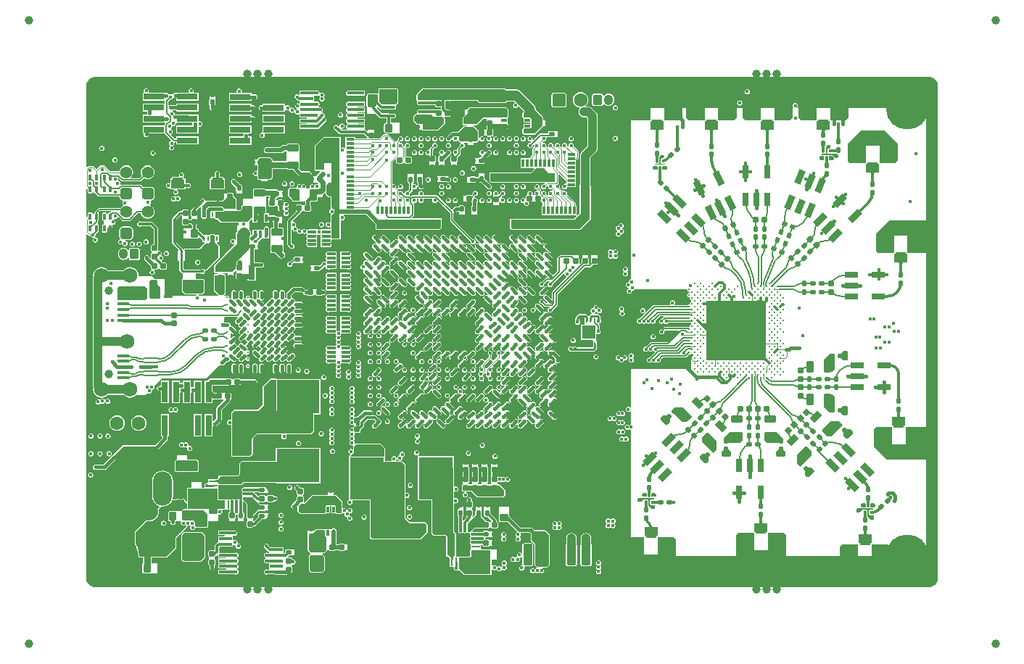
<source format=gtl>
G04 Layer_Physical_Order=1*
G04 Layer_Color=255*
%FSLAX44Y44*%
%MOMM*%
G71*
G01*
G75*
%ADD10C,0.3250*%
%ADD11C,0.3500*%
%ADD12C,0.2000*%
%ADD13C,0.1400*%
%ADD14C,0.3000*%
%ADD15C,0.1600*%
%ADD16C,0.1500*%
%ADD17C,0.1100*%
%ADD18C,0.1900*%
G04:AMPARAMS|DCode=19|XSize=1.3mm|YSize=0.8mm|CornerRadius=0.1mm|HoleSize=0mm|Usage=FLASHONLY|Rotation=0.000|XOffset=0mm|YOffset=0mm|HoleType=Round|Shape=RoundedRectangle|*
%AMROUNDEDRECTD19*
21,1,1.3000,0.6000,0,0,0.0*
21,1,1.1000,0.8000,0,0,0.0*
1,1,0.2000,0.5500,-0.3000*
1,1,0.2000,-0.5500,-0.3000*
1,1,0.2000,-0.5500,0.3000*
1,1,0.2000,0.5500,0.3000*
%
%ADD19ROUNDEDRECTD19*%
G04:AMPARAMS|DCode=20|XSize=1.3mm|YSize=0.8mm|CornerRadius=0.1mm|HoleSize=0mm|Usage=FLASHONLY|Rotation=90.000|XOffset=0mm|YOffset=0mm|HoleType=Round|Shape=RoundedRectangle|*
%AMROUNDEDRECTD20*
21,1,1.3000,0.6000,0,0,90.0*
21,1,1.1000,0.8000,0,0,90.0*
1,1,0.2000,0.3000,0.5500*
1,1,0.2000,0.3000,-0.5500*
1,1,0.2000,-0.3000,-0.5500*
1,1,0.2000,-0.3000,0.5500*
%
%ADD20ROUNDEDRECTD20*%
%ADD21R,0.3000X0.3500*%
%ADD22R,0.2500X0.6000*%
%ADD23R,1.5000X1.6000*%
G04:AMPARAMS|DCode=24|XSize=0.6mm|YSize=0.6mm|CornerRadius=0.06mm|HoleSize=0mm|Usage=FLASHONLY|Rotation=0.000|XOffset=0mm|YOffset=0mm|HoleType=Round|Shape=RoundedRectangle|*
%AMROUNDEDRECTD24*
21,1,0.6000,0.4800,0,0,0.0*
21,1,0.4800,0.6000,0,0,0.0*
1,1,0.1200,0.2400,-0.2400*
1,1,0.1200,-0.2400,-0.2400*
1,1,0.1200,-0.2400,0.2400*
1,1,0.1200,0.2400,0.2400*
%
%ADD24ROUNDEDRECTD24*%
G04:AMPARAMS|DCode=25|XSize=1.6mm|YSize=1.9mm|CornerRadius=0.2mm|HoleSize=0mm|Usage=FLASHONLY|Rotation=180.000|XOffset=0mm|YOffset=0mm|HoleType=Round|Shape=RoundedRectangle|*
%AMROUNDEDRECTD25*
21,1,1.6000,1.5000,0,0,180.0*
21,1,1.2000,1.9000,0,0,180.0*
1,1,0.4000,-0.6000,0.7500*
1,1,0.4000,0.6000,0.7500*
1,1,0.4000,0.6000,-0.7500*
1,1,0.4000,-0.6000,-0.7500*
%
%ADD25ROUNDEDRECTD25*%
%ADD26O,1.6000X0.3000*%
G04:AMPARAMS|DCode=27|XSize=1.6mm|YSize=0.3mm|CornerRadius=0.0375mm|HoleSize=0mm|Usage=FLASHONLY|Rotation=0.000|XOffset=0mm|YOffset=0mm|HoleType=Round|Shape=RoundedRectangle|*
%AMROUNDEDRECTD27*
21,1,1.6000,0.2250,0,0,0.0*
21,1,1.5250,0.3000,0,0,0.0*
1,1,0.0750,0.7625,-0.1125*
1,1,0.0750,-0.7625,-0.1125*
1,1,0.0750,-0.7625,0.1125*
1,1,0.0750,0.7625,0.1125*
%
%ADD27ROUNDEDRECTD27*%
G04:AMPARAMS|DCode=28|XSize=0.5mm|YSize=0.6mm|CornerRadius=0.05mm|HoleSize=0mm|Usage=FLASHONLY|Rotation=180.000|XOffset=0mm|YOffset=0mm|HoleType=Round|Shape=RoundedRectangle|*
%AMROUNDEDRECTD28*
21,1,0.5000,0.5000,0,0,180.0*
21,1,0.4000,0.6000,0,0,180.0*
1,1,0.1000,-0.2000,0.2500*
1,1,0.1000,0.2000,0.2500*
1,1,0.1000,0.2000,-0.2500*
1,1,0.1000,-0.2000,-0.2500*
%
%ADD28ROUNDEDRECTD28*%
%ADD29R,1.2000X1.2000*%
%ADD30R,1.2000X2.1500*%
%ADD31R,1.5500X1.0000*%
%ADD32R,1.2000X1.6000*%
G04:AMPARAMS|DCode=33|XSize=0.5mm|YSize=0.6mm|CornerRadius=0.05mm|HoleSize=0mm|Usage=FLASHONLY|Rotation=90.000|XOffset=0mm|YOffset=0mm|HoleType=Round|Shape=RoundedRectangle|*
%AMROUNDEDRECTD33*
21,1,0.5000,0.5000,0,0,90.0*
21,1,0.4000,0.6000,0,0,90.0*
1,1,0.1000,0.2500,0.2000*
1,1,0.1000,0.2500,-0.2000*
1,1,0.1000,-0.2500,-0.2000*
1,1,0.1000,-0.2500,0.2000*
%
%ADD33ROUNDEDRECTD33*%
G04:AMPARAMS|DCode=34|XSize=0.5mm|YSize=0.6mm|CornerRadius=0.05mm|HoleSize=0mm|Usage=FLASHONLY|Rotation=135.000|XOffset=0mm|YOffset=0mm|HoleType=Round|Shape=RoundedRectangle|*
%AMROUNDEDRECTD34*
21,1,0.5000,0.5000,0,0,135.0*
21,1,0.4000,0.6000,0,0,135.0*
1,1,0.1000,0.0354,0.3182*
1,1,0.1000,0.3182,0.0354*
1,1,0.1000,-0.0354,-0.3182*
1,1,0.1000,-0.3182,-0.0354*
%
%ADD34ROUNDEDRECTD34*%
G04:AMPARAMS|DCode=35|XSize=0.6mm|YSize=0.6mm|CornerRadius=0.06mm|HoleSize=0mm|Usage=FLASHONLY|Rotation=270.000|XOffset=0mm|YOffset=0mm|HoleType=Round|Shape=RoundedRectangle|*
%AMROUNDEDRECTD35*
21,1,0.6000,0.4800,0,0,270.0*
21,1,0.4800,0.6000,0,0,270.0*
1,1,0.1200,-0.2400,-0.2400*
1,1,0.1200,-0.2400,0.2400*
1,1,0.1200,0.2400,0.2400*
1,1,0.1200,0.2400,-0.2400*
%
%ADD35ROUNDEDRECTD35*%
%ADD36R,0.7000X0.3000*%
%ADD37R,1.6000X2.3500*%
%ADD38C,1.0000*%
%ADD39R,1.4500X4.2000*%
%ADD40R,1.4500X15.5000*%
%ADD41R,1.4500X58.0000*%
%ADD42R,1.4500X15.7750*%
%ADD43C,0.2500*%
%ADD44R,1.3500X0.4000*%
%ADD45R,0.9800X2.1800*%
G04:AMPARAMS|DCode=46|XSize=1mm|YSize=0.9mm|CornerRadius=0.1125mm|HoleSize=0mm|Usage=FLASHONLY|Rotation=90.000|XOffset=0mm|YOffset=0mm|HoleType=Round|Shape=RoundedRectangle|*
%AMROUNDEDRECTD46*
21,1,1.0000,0.6750,0,0,90.0*
21,1,0.7750,0.9000,0,0,90.0*
1,1,0.2250,0.3375,0.3875*
1,1,0.2250,0.3375,-0.3875*
1,1,0.2250,-0.3375,-0.3875*
1,1,0.2250,-0.3375,0.3875*
%
%ADD46ROUNDEDRECTD46*%
G04:AMPARAMS|DCode=47|XSize=1mm|YSize=0.9mm|CornerRadius=0.1125mm|HoleSize=0mm|Usage=FLASHONLY|Rotation=180.000|XOffset=0mm|YOffset=0mm|HoleType=Round|Shape=RoundedRectangle|*
%AMROUNDEDRECTD47*
21,1,1.0000,0.6750,0,0,180.0*
21,1,0.7750,0.9000,0,0,180.0*
1,1,0.2250,-0.3875,0.3375*
1,1,0.2250,0.3875,0.3375*
1,1,0.2250,0.3875,-0.3375*
1,1,0.2250,-0.3875,-0.3375*
%
%ADD47ROUNDEDRECTD47*%
%ADD48C,0.3800*%
%ADD49R,0.6750X0.2000*%
%ADD50R,0.6750X0.4000*%
%ADD51R,1.6500X0.7600*%
G04:AMPARAMS|DCode=52|XSize=0.5mm|YSize=0.6mm|CornerRadius=0.05mm|HoleSize=0mm|Usage=FLASHONLY|Rotation=337.500|XOffset=0mm|YOffset=0mm|HoleType=Round|Shape=RoundedRectangle|*
%AMROUNDEDRECTD52*
21,1,0.5000,0.5000,0,0,337.5*
21,1,0.4000,0.6000,0,0,337.5*
1,1,0.1000,0.0891,-0.3075*
1,1,0.1000,-0.2804,-0.1544*
1,1,0.1000,-0.0891,0.3075*
1,1,0.1000,0.2804,0.1544*
%
%ADD52ROUNDEDRECTD52*%
G04:AMPARAMS|DCode=53|XSize=0.5mm|YSize=0.6mm|CornerRadius=0.05mm|HoleSize=0mm|Usage=FLASHONLY|Rotation=225.000|XOffset=0mm|YOffset=0mm|HoleType=Round|Shape=RoundedRectangle|*
%AMROUNDEDRECTD53*
21,1,0.5000,0.5000,0,0,225.0*
21,1,0.4000,0.6000,0,0,225.0*
1,1,0.1000,-0.3182,0.0354*
1,1,0.1000,-0.0354,0.3182*
1,1,0.1000,0.3182,-0.0354*
1,1,0.1000,0.0354,-0.3182*
%
%ADD53ROUNDEDRECTD53*%
%ADD54R,0.7600X1.6500*%
G04:AMPARAMS|DCode=55|XSize=0.76mm|YSize=1.65mm|CornerRadius=0mm|HoleSize=0mm|Usage=FLASHONLY|Rotation=25.000|XOffset=0mm|YOffset=0mm|HoleType=Round|Shape=Rectangle|*
%AMROTATEDRECTD55*
4,1,4,0.0043,-0.9083,-0.6931,0.5871,-0.0043,0.9083,0.6931,-0.5871,0.0043,-0.9083,0.0*
%
%ADD55ROTATEDRECTD55*%

G04:AMPARAMS|DCode=56|XSize=0.76mm|YSize=1.65mm|CornerRadius=0mm|HoleSize=0mm|Usage=FLASHONLY|Rotation=225.000|XOffset=0mm|YOffset=0mm|HoleType=Round|Shape=Rectangle|*
%AMROTATEDRECTD56*
4,1,4,-0.3147,0.8521,0.8521,-0.3147,0.3147,-0.8521,-0.8521,0.3147,-0.3147,0.8521,0.0*
%
%ADD56ROTATEDRECTD56*%

G04:AMPARAMS|DCode=57|XSize=0.76mm|YSize=1.65mm|CornerRadius=0mm|HoleSize=0mm|Usage=FLASHONLY|Rotation=315.000|XOffset=0mm|YOffset=0mm|HoleType=Round|Shape=Rectangle|*
%AMROTATEDRECTD57*
4,1,4,-0.8521,-0.3147,0.3147,0.8521,0.8521,0.3147,-0.3147,-0.8521,-0.8521,-0.3147,0.0*
%
%ADD57ROTATEDRECTD57*%

G04:AMPARAMS|DCode=58|XSize=0.76mm|YSize=1.65mm|CornerRadius=0mm|HoleSize=0mm|Usage=FLASHONLY|Rotation=157.500|XOffset=0mm|YOffset=0mm|HoleType=Round|Shape=Rectangle|*
%AMROTATEDRECTD58*
4,1,4,0.6668,0.6168,0.0354,-0.9076,-0.6668,-0.6168,-0.0354,0.9076,0.6668,0.6168,0.0*
%
%ADD58ROTATEDRECTD58*%

G04:AMPARAMS|DCode=59|XSize=0.6mm|YSize=0.6mm|CornerRadius=0.06mm|HoleSize=0mm|Usage=FLASHONLY|Rotation=45.000|XOffset=0mm|YOffset=0mm|HoleType=Round|Shape=RoundedRectangle|*
%AMROUNDEDRECTD59*
21,1,0.6000,0.4800,0,0,45.0*
21,1,0.4800,0.6000,0,0,45.0*
1,1,0.1200,0.3394,0.0000*
1,1,0.1200,0.0000,-0.3394*
1,1,0.1200,-0.3394,0.0000*
1,1,0.1200,0.0000,0.3394*
%
%ADD59ROUNDEDRECTD59*%
G04:AMPARAMS|DCode=60|XSize=0.6mm|YSize=0.6mm|CornerRadius=0.06mm|HoleSize=0mm|Usage=FLASHONLY|Rotation=115.000|XOffset=0mm|YOffset=0mm|HoleType=Round|Shape=RoundedRectangle|*
%AMROUNDEDRECTD60*
21,1,0.6000,0.4800,0,0,115.0*
21,1,0.4800,0.6000,0,0,115.0*
1,1,0.1200,0.1161,0.3189*
1,1,0.1200,0.3189,-0.1161*
1,1,0.1200,-0.1161,-0.3189*
1,1,0.1200,-0.3189,0.1161*
%
%ADD60ROUNDEDRECTD60*%
G04:AMPARAMS|DCode=61|XSize=0.6mm|YSize=0.6mm|CornerRadius=0.06mm|HoleSize=0mm|Usage=FLASHONLY|Rotation=135.000|XOffset=0mm|YOffset=0mm|HoleType=Round|Shape=RoundedRectangle|*
%AMROUNDEDRECTD61*
21,1,0.6000,0.4800,0,0,135.0*
21,1,0.4800,0.6000,0,0,135.0*
1,1,0.1200,0.0000,0.3394*
1,1,0.1200,0.3394,0.0000*
1,1,0.1200,0.0000,-0.3394*
1,1,0.1200,-0.3394,0.0000*
%
%ADD61ROUNDEDRECTD61*%
G04:AMPARAMS|DCode=62|XSize=0.5mm|YSize=0.6mm|CornerRadius=0.05mm|HoleSize=0mm|Usage=FLASHONLY|Rotation=25.000|XOffset=0mm|YOffset=0mm|HoleType=Round|Shape=RoundedRectangle|*
%AMROUNDEDRECTD62*
21,1,0.5000,0.5000,0,0,25.0*
21,1,0.4000,0.6000,0,0,25.0*
1,1,0.1000,0.2869,-0.1421*
1,1,0.1000,-0.0756,-0.3111*
1,1,0.1000,-0.2869,0.1421*
1,1,0.1000,0.0756,0.3111*
%
%ADD62ROUNDEDRECTD62*%
G04:AMPARAMS|DCode=63|XSize=0.5mm|YSize=0.6mm|CornerRadius=0.05mm|HoleSize=0mm|Usage=FLASHONLY|Rotation=115.000|XOffset=0mm|YOffset=0mm|HoleType=Round|Shape=RoundedRectangle|*
%AMROUNDEDRECTD63*
21,1,0.5000,0.5000,0,0,115.0*
21,1,0.4000,0.6000,0,0,115.0*
1,1,0.1000,0.1421,0.2869*
1,1,0.1000,0.3111,-0.0756*
1,1,0.1000,-0.1421,-0.2869*
1,1,0.1000,-0.3111,0.0756*
%
%ADD63ROUNDEDRECTD63*%
G04:AMPARAMS|DCode=64|XSize=0.5mm|YSize=0.6mm|CornerRadius=0.05mm|HoleSize=0mm|Usage=FLASHONLY|Rotation=67.500|XOffset=0mm|YOffset=0mm|HoleType=Round|Shape=RoundedRectangle|*
%AMROUNDEDRECTD64*
21,1,0.5000,0.5000,0,0,67.5*
21,1,0.4000,0.6000,0,0,67.5*
1,1,0.1000,0.3075,0.0891*
1,1,0.1000,0.1544,-0.2804*
1,1,0.1000,-0.3075,-0.0891*
1,1,0.1000,-0.1544,0.2804*
%
%ADD64ROUNDEDRECTD64*%
%ADD65R,0.6000X0.3500*%
%ADD66R,0.6000X0.3000*%
%ADD67R,0.8000X1.7000*%
%ADD68R,4.0000X5.0000*%
%ADD69R,0.2500X1.0000*%
%ADD70R,1.0000X0.2500*%
%ADD71R,1.4000X2.5500*%
%ADD72R,0.9000X2.5500*%
G04:AMPARAMS|DCode=73|XSize=1.8mm|YSize=1.15mm|CornerRadius=0.1437mm|HoleSize=0mm|Usage=FLASHONLY|Rotation=180.000|XOffset=0mm|YOffset=0mm|HoleType=Round|Shape=RoundedRectangle|*
%AMROUNDEDRECTD73*
21,1,1.8000,0.8625,0,0,180.0*
21,1,1.5125,1.1500,0,0,180.0*
1,1,0.2875,-0.7562,0.4313*
1,1,0.2875,0.7562,0.4313*
1,1,0.2875,0.7562,-0.4313*
1,1,0.2875,-0.7562,-0.4313*
%
%ADD73ROUNDEDRECTD73*%
%ADD74R,0.3500X0.9500*%
%ADD75R,0.9500X0.3500*%
%ADD76R,0.9500X0.4000*%
%ADD77R,0.4000X0.9500*%
G04:AMPARAMS|DCode=78|XSize=1.3mm|YSize=0.8mm|CornerRadius=0.1mm|HoleSize=0mm|Usage=FLASHONLY|Rotation=315.000|XOffset=0mm|YOffset=0mm|HoleType=Round|Shape=RoundedRectangle|*
%AMROUNDEDRECTD78*
21,1,1.3000,0.6000,0,0,315.0*
21,1,1.1000,0.8000,0,0,315.0*
1,1,0.2000,0.1768,-0.6010*
1,1,0.2000,-0.6010,0.1768*
1,1,0.2000,-0.1768,0.6010*
1,1,0.2000,0.6010,-0.1768*
%
%ADD78ROUNDEDRECTD78*%
G04:AMPARAMS|DCode=79|XSize=1.3mm|YSize=0.8mm|CornerRadius=0.1mm|HoleSize=0mm|Usage=FLASHONLY|Rotation=45.000|XOffset=0mm|YOffset=0mm|HoleType=Round|Shape=RoundedRectangle|*
%AMROUNDEDRECTD79*
21,1,1.3000,0.6000,0,0,45.0*
21,1,1.1000,0.8000,0,0,45.0*
1,1,0.2000,0.6010,0.1768*
1,1,0.2000,-0.1768,-0.6010*
1,1,0.2000,-0.6010,-0.1768*
1,1,0.2000,0.1768,0.6010*
%
%ADD79ROUNDEDRECTD79*%
G04:AMPARAMS|DCode=80|XSize=1.8mm|YSize=1.15mm|CornerRadius=0.1437mm|HoleSize=0mm|Usage=FLASHONLY|Rotation=90.000|XOffset=0mm|YOffset=0mm|HoleType=Round|Shape=RoundedRectangle|*
%AMROUNDEDRECTD80*
21,1,1.8000,0.8625,0,0,90.0*
21,1,1.5125,1.1500,0,0,90.0*
1,1,0.2875,0.4313,0.7562*
1,1,0.2875,0.4313,-0.7562*
1,1,0.2875,-0.4313,-0.7562*
1,1,0.2875,-0.4313,0.7562*
%
%ADD80ROUNDEDRECTD80*%
%ADD81R,2.5500X1.4000*%
%ADD82R,2.5500X0.9000*%
%ADD83R,5.0000X4.0000*%
G04:AMPARAMS|DCode=84|XSize=10mm|YSize=10.5mm|CornerRadius=1.25mm|HoleSize=0mm|Usage=FLASHONLY|Rotation=270.000|XOffset=0mm|YOffset=0mm|HoleType=Round|Shape=RoundedRectangle|*
%AMROUNDEDRECTD84*
21,1,10.0000,8.0000,0,0,270.0*
21,1,7.5000,10.5000,0,0,270.0*
1,1,2.5000,-4.0000,-3.7500*
1,1,2.5000,-4.0000,3.7500*
1,1,2.5000,4.0000,3.7500*
1,1,2.5000,4.0000,-3.7500*
%
%ADD84ROUNDEDRECTD84*%
G04:AMPARAMS|DCode=85|XSize=2.5mm|YSize=1.1mm|CornerRadius=0.1375mm|HoleSize=0mm|Usage=FLASHONLY|Rotation=270.000|XOffset=0mm|YOffset=0mm|HoleType=Round|Shape=RoundedRectangle|*
%AMROUNDEDRECTD85*
21,1,2.5000,0.8250,0,0,270.0*
21,1,2.2250,1.1000,0,0,270.0*
1,1,0.2750,-0.4125,-1.1125*
1,1,0.2750,-0.4125,1.1125*
1,1,0.2750,0.4125,1.1125*
1,1,0.2750,0.4125,-1.1125*
%
%ADD85ROUNDEDRECTD85*%
%ADD86R,1.6000X1.6000*%
%ADD87R,0.2500X0.6250*%
G04:AMPARAMS|DCode=88|XSize=2.5mm|YSize=2mm|CornerRadius=0.25mm|HoleSize=0mm|Usage=FLASHONLY|Rotation=90.000|XOffset=0mm|YOffset=0mm|HoleType=Round|Shape=RoundedRectangle|*
%AMROUNDEDRECTD88*
21,1,2.5000,1.5000,0,0,90.0*
21,1,2.0000,2.0000,0,0,90.0*
1,1,0.5000,0.7500,1.0000*
1,1,0.5000,0.7500,-1.0000*
1,1,0.5000,-0.7500,-1.0000*
1,1,0.5000,-0.7500,1.0000*
%
%ADD88ROUNDEDRECTD88*%
%ADD89R,0.7500X2.4000*%
%ADD90R,2.4000X0.7500*%
%ADD91R,1.3000X2.6000*%
%ADD92R,1.5000X0.3500*%
%ADD93R,0.4000X0.8500*%
G04:AMPARAMS|DCode=94|XSize=0.7mm|YSize=0.4mm|CornerRadius=0.05mm|HoleSize=0mm|Usage=FLASHONLY|Rotation=270.000|XOffset=0mm|YOffset=0mm|HoleType=Round|Shape=RoundedRectangle|*
%AMROUNDEDRECTD94*
21,1,0.7000,0.3000,0,0,270.0*
21,1,0.6000,0.4000,0,0,270.0*
1,1,0.1000,-0.1500,-0.3000*
1,1,0.1000,-0.1500,0.3000*
1,1,0.1000,0.1500,0.3000*
1,1,0.1000,0.1500,-0.3000*
%
%ADD94ROUNDEDRECTD94*%
%ADD95R,0.3000X0.7000*%
%ADD96R,2.3500X1.6000*%
%ADD97R,0.1500X0.3500*%
%ADD98R,0.2000X0.2000*%
%ADD99C,0.3100*%
%ADD100C,0.4000*%
%ADD101C,0.7000*%
%ADD102C,0.5000*%
%ADD103C,0.6000*%
%ADD104C,0.1300*%
%ADD105C,0.2500*%
%ADD106C,0.1000*%
%ADD107C,1.2000*%
%ADD108C,1.4000*%
%ADD109C,0.3090*%
%ADD110C,0.4500*%
%ADD111C,1.0000*%
%ADD112C,0.8000*%
%ADD113C,0.1200*%
%ADD114R,7.0000X7.0000*%
%ADD115C,0.6604*%
%ADD116O,4.0000X2.0000*%
%ADD117O,2.2000X4.0000*%
%ADD118O,2.0000X4.0000*%
G04:AMPARAMS|DCode=119|XSize=1.2mm|YSize=1.1mm|CornerRadius=0.1375mm|HoleSize=0mm|Usage=FLASHONLY|Rotation=90.000|XOffset=0mm|YOffset=0mm|HoleType=Round|Shape=RoundedRectangle|*
%AMROUNDEDRECTD119*
21,1,1.2000,0.8250,0,0,90.0*
21,1,0.9250,1.1000,0,0,90.0*
1,1,0.2750,0.4125,0.4625*
1,1,0.2750,0.4125,-0.4625*
1,1,0.2750,-0.4125,-0.4625*
1,1,0.2750,-0.4125,0.4625*
%
%ADD119ROUNDEDRECTD119*%
%ADD120O,1.1000X1.2000*%
%ADD121C,1.7500*%
G04:AMPARAMS|DCode=122|XSize=1.4mm|YSize=1.4mm|CornerRadius=0.35mm|HoleSize=0mm|Usage=FLASHONLY|Rotation=90.000|XOffset=0mm|YOffset=0mm|HoleType=Round|Shape=RoundedRectangle|*
%AMROUNDEDRECTD122*
21,1,1.4000,0.7000,0,0,90.0*
21,1,0.7000,1.4000,0,0,90.0*
1,1,0.7000,0.3500,0.3500*
1,1,0.7000,0.3500,-0.3500*
1,1,0.7000,-0.3500,-0.3500*
1,1,0.7000,-0.3500,0.3500*
%
%ADD122ROUNDEDRECTD122*%
%ADD123C,1.4000*%
%ADD124C,5.0000*%
%ADD125C,1.6000*%
G04:AMPARAMS|DCode=126|XSize=1.524mm|YSize=1.524mm|CornerRadius=0.1905mm|HoleSize=0mm|Usage=FLASHONLY|Rotation=90.000|XOffset=0mm|YOffset=0mm|HoleType=Round|Shape=RoundedRectangle|*
%AMROUNDEDRECTD126*
21,1,1.5240,1.1430,0,0,90.0*
21,1,1.1430,1.5240,0,0,90.0*
1,1,0.3810,0.5715,0.5715*
1,1,0.3810,0.5715,-0.5715*
1,1,0.3810,-0.5715,-0.5715*
1,1,0.3810,-0.5715,0.5715*
%
%ADD126ROUNDEDRECTD126*%
%ADD127C,0.4000*%
%ADD128C,0.5000*%
G36*
X871500Y517500D02*
X871500Y515500D01*
X870500Y514500D01*
X868750Y514500D01*
X867750Y513500D01*
Y511500D01*
D01*
X867750Y509250D01*
X868750Y508250D01*
X873000Y508250D01*
Y508250D01*
X879000Y508250D01*
X880750Y506500D01*
X880750Y504500D01*
X879750Y503500D01*
X877750Y503500D01*
X874500Y506750D01*
X873000Y506750D01*
Y506750D01*
X861000D01*
Y508250D01*
X865250Y508250D01*
X866250Y509250D01*
X866250Y511500D01*
X866250Y516250D01*
X868500Y518500D01*
X870500Y518500D01*
X871500Y517500D01*
D02*
G37*
G36*
X892300Y212472D02*
X892300Y203972D01*
X891050Y202722D01*
X886800Y202722D01*
X883800Y205722D01*
X883800Y210722D01*
X886800Y213722D01*
X891050D01*
X892300Y212472D01*
D02*
G37*
G36*
X794010Y359437D02*
X793010Y358437D01*
X793260Y360437D01*
X794010Y359437D01*
D02*
G37*
G36*
X952891Y203096D02*
X952940Y202539D01*
X953021Y202047D01*
X953135Y201620D01*
X953281Y201259D01*
X953460Y200964D01*
X953671Y200734D01*
X953915Y200570D01*
X954191Y200472D01*
X954500Y200439D01*
X948000D01*
X948309Y200472D01*
X948585Y200570D01*
X948829Y200734D01*
X949040Y200964D01*
X949219Y201259D01*
X949365Y201620D01*
X949479Y202047D01*
X949560Y202539D01*
X949609Y203096D01*
X949625Y203720D01*
X952875D01*
X952891Y203096D01*
D02*
G37*
G36*
X921500Y92500D02*
X917250Y92500D01*
X916250Y91500D01*
X916250Y89250D01*
Y87000D01*
X917750Y85500D01*
X922000Y85500D01*
X922500Y85000D01*
X922500Y81501D01*
X922000Y81000D01*
X918750Y81000D01*
X914750Y85000D01*
Y89250D01*
X914750D01*
X914750Y91500D01*
X913750Y92500D01*
X909500Y92500D01*
X909000D01*
X905750Y89250D01*
X902750Y89250D01*
X901750Y90250D01*
X901750Y93000D01*
X902750Y94000D01*
X921500D01*
Y92500D01*
D02*
G37*
G36*
X876800Y256222D02*
X873550Y252972D01*
X865550D01*
X864050Y254472D01*
Y267722D01*
X871050Y274722D01*
X876800D01*
Y256222D01*
D02*
G37*
G36*
X876800Y224232D02*
X876800Y205732D01*
X871050Y205732D01*
X864050Y212732D01*
Y225982D01*
X865550Y227482D01*
X873550Y227482D01*
X876800Y224232D01*
D02*
G37*
G36*
X956744Y381028D02*
X956468Y380930D01*
X956224Y380766D01*
X956013Y380536D01*
X955834Y380241D01*
X955688Y379880D01*
X955574Y379454D01*
X955493Y378961D01*
X955444Y378404D01*
X955428Y377780D01*
X952178D01*
X952162Y378404D01*
X952113Y378961D01*
X952032Y379454D01*
X951918Y379880D01*
X951772Y380241D01*
X951593Y380536D01*
X951382Y380766D01*
X951138Y380930D01*
X950862Y381028D01*
X950553Y381061D01*
X957053D01*
X956744Y381028D01*
D02*
G37*
G36*
X885598Y191479D02*
X872516Y178397D01*
X867920D01*
X862263Y184054D01*
Y186175D01*
X871633Y195544D01*
X881532D01*
X885598Y191479D01*
D02*
G37*
G36*
X812260Y348740D02*
X810510Y349240D01*
X812260D01*
X812260Y348740D01*
D02*
G37*
G36*
X912750Y99250D02*
Y95750D01*
X912250Y95250D01*
X908250D01*
X907000Y96500D01*
Y98250D01*
X908500Y99750D01*
X912250D01*
X912750Y99250D01*
D02*
G37*
G36*
X660750Y99250D02*
X662250Y97750D01*
X666500Y97750D01*
X667000Y97250D01*
X667000Y93750D01*
X666500Y93250D01*
X663250Y93250D01*
X659250Y97250D01*
Y101500D01*
X660750D01*
Y99250D01*
D02*
G37*
G36*
X709085Y202294D02*
Y200172D01*
X703428Y194515D01*
X698832D01*
X685751Y207597D01*
X689817Y211663D01*
X699716Y211663D01*
X709085Y202294D01*
D02*
G37*
G36*
X796760Y356437D02*
X796760Y358437D01*
X798010D01*
X796760Y356437D01*
D02*
G37*
G36*
X680794Y202654D02*
X684330Y199119D01*
Y194876D01*
X681324Y191871D01*
X679557D01*
X673546Y197881D01*
X673546Y199649D01*
X676552Y202654D01*
X680794Y202654D01*
D02*
G37*
G36*
X812260Y350187D02*
X810510D01*
X812260Y350687D01*
X812260Y350187D01*
D02*
G37*
G36*
X677336Y505836D02*
X677336Y503836D01*
X676336Y502836D01*
X674586Y502836D01*
X673586Y501836D01*
Y499836D01*
D01*
X673586Y497586D01*
X674585Y496586D01*
X678836Y496586D01*
Y495086D01*
X666836D01*
Y496586D01*
X671085Y496586D01*
X672085Y497586D01*
X672086Y499836D01*
X672086Y504586D01*
X674336Y506836D01*
X676336Y506836D01*
X677336Y505836D01*
D02*
G37*
G36*
X784510Y240437D02*
X784010Y240437D01*
Y243937D01*
X784510Y240437D01*
D02*
G37*
G36*
X781100Y240687D02*
X780850Y240687D01*
X780850Y243437D01*
X781100Y240687D01*
D02*
G37*
G36*
X913641Y65846D02*
X913690Y65289D01*
X913771Y64797D01*
X913885Y64370D01*
X914031Y64009D01*
X914210Y63714D01*
X914421Y63484D01*
X914665Y63320D01*
X914941Y63222D01*
X915250Y63189D01*
X908750D01*
X909059Y63222D01*
X909335Y63320D01*
X909579Y63484D01*
X909790Y63714D01*
X909969Y64009D01*
X910115Y64370D01*
X910229Y64797D01*
X910310Y65289D01*
X910359Y65846D01*
X910375Y66469D01*
X913625D01*
X913641Y65846D01*
D02*
G37*
G36*
X779600Y240187D02*
X779100Y240187D01*
X779600Y243687D01*
X779600Y240187D01*
D02*
G37*
G36*
X4376Y466797D02*
Y463500D01*
X4852Y462352D01*
X6000Y461876D01*
X9000D01*
X10148Y462352D01*
X10459Y463102D01*
X11541D01*
X11852Y462352D01*
X13000Y461876D01*
X13600D01*
X16738Y458738D01*
X17317Y458352D01*
X18000Y458216D01*
X41412D01*
Y458000D01*
X41761Y456244D01*
X42756Y454756D01*
X44244Y453761D01*
X44942Y453622D01*
X45402Y452511D01*
X45174Y452170D01*
X44941Y451000D01*
X45174Y449829D01*
X45837Y448837D01*
X46172Y448613D01*
X46061Y447485D01*
X45465Y447238D01*
X43794Y445956D01*
X42704Y444534D01*
X17750D01*
X17067Y444398D01*
X16488Y444012D01*
X13238Y440762D01*
X12852Y440183D01*
X12716Y439500D01*
Y439256D01*
X11852Y438898D01*
X11541Y438148D01*
X10459D01*
X10148Y438898D01*
X9000Y439374D01*
X6000D01*
X4852Y438898D01*
X4376Y437750D01*
Y434442D01*
X4059Y434205D01*
X3059Y434708D01*
Y466532D01*
X4059Y467034D01*
X4376Y466797D01*
D02*
G37*
G36*
X796385Y243437D02*
X795635D01*
X794635Y244437D01*
X796385Y243437D01*
D02*
G37*
G36*
X782760Y240687D02*
X782510D01*
X782760Y243437D01*
X782760Y240687D01*
D02*
G37*
G36*
X753625Y242625D02*
X751750Y240750D01*
X746750D01*
X747174Y243500D01*
X752750Y243500D01*
X753625Y242625D01*
D02*
G37*
G36*
X950000Y520000D02*
Y500000D01*
X947250Y497250D01*
X928750Y497250D01*
Y517750D01*
X912750D01*
Y497250D01*
X894250Y497250D01*
X891500Y500000D01*
Y520000D01*
X907000Y535500D01*
X934500D01*
X950000Y520000D01*
D02*
G37*
G36*
X983000Y392250D02*
X961750Y392250D01*
Y412750D01*
X945750D01*
Y392250D01*
X927250Y392250D01*
X924500Y395000D01*
Y415000D01*
X940000Y430500D01*
X983000D01*
X983000Y392250D01*
D02*
G37*
G36*
X875500Y504250D02*
Y502500D01*
X874000Y501000D01*
X870250D01*
X869750Y501500D01*
Y505000D01*
X870250Y505500D01*
X874250D01*
X875500Y504250D01*
D02*
G37*
G36*
X864250Y505000D02*
Y501500D01*
X863750Y501000D01*
X860000D01*
X858500Y502500D01*
Y504250D01*
X859750Y505500D01*
X863750D01*
X864250Y505000D01*
D02*
G37*
G36*
X923698Y486028D02*
X923422Y485930D01*
X923178Y485766D01*
X922967Y485536D01*
X922788Y485241D01*
X922642Y484880D01*
X922528Y484454D01*
X922447Y483961D01*
X922398Y483404D01*
X922382Y482780D01*
X919132D01*
X919116Y483404D01*
X919067Y483961D01*
X918986Y484454D01*
X918872Y484880D01*
X918725Y485241D01*
X918547Y485536D01*
X918335Y485766D01*
X918092Y485930D01*
X917815Y486028D01*
X917507Y486061D01*
X924007D01*
X923698Y486028D01*
D02*
G37*
G36*
X792041Y79096D02*
X792090Y78539D01*
X792171Y78046D01*
X792285Y77620D01*
X792431Y77259D01*
X792610Y76964D01*
X792821Y76734D01*
X793065Y76570D01*
X793341Y76472D01*
X793650Y76439D01*
X787150D01*
X787459Y76472D01*
X787735Y76570D01*
X787979Y76734D01*
X788190Y76964D01*
X788369Y77259D01*
X788515Y77620D01*
X788629Y78046D01*
X788710Y78539D01*
X788759Y79096D01*
X788775Y79720D01*
X792025D01*
X792041Y79096D01*
D02*
G37*
G36*
X681336Y492586D02*
Y490836D01*
X679836Y489336D01*
X676086D01*
X675586Y489836D01*
Y493336D01*
X676086Y493836D01*
X680086D01*
X681336Y492586D01*
D02*
G37*
G36*
X670086Y493336D02*
Y489836D01*
X669586Y489336D01*
X665836D01*
X664336Y490836D01*
Y492586D01*
X665586Y493836D01*
X669586D01*
X670086Y493336D01*
D02*
G37*
G36*
X897796Y183524D02*
Y181756D01*
X891785Y175746D01*
X890017D01*
X887012Y178751D01*
X887012Y182993D01*
X890548Y186529D01*
X894790D01*
X897796Y183524D01*
D02*
G37*
G36*
X729231Y182148D02*
X738600Y172779D01*
Y162879D01*
X734534Y158813D01*
X721453Y171895D01*
X721453Y176491D01*
X727110Y182148D01*
X729231Y182148D01*
D02*
G37*
G36*
X729010Y304687D02*
X726010Y304687D01*
X722010Y309687D01*
X729010D01*
Y304687D01*
D02*
G37*
G36*
X15000Y597750D02*
X988000Y597750D01*
X988009D01*
X989990Y597356D01*
X991855Y596583D01*
X993534Y595462D01*
X994962Y594034D01*
X996083Y592355D01*
X996856Y590490D01*
X997250Y588509D01*
Y587500D01*
Y584500D01*
X996941D01*
Y561500D01*
X989000D01*
Y559500D01*
X987000Y561500D01*
X892750Y561500D01*
Y550250D01*
X890000Y547500D01*
X871500Y547500D01*
Y561500D01*
X855500D01*
Y547500D01*
X837000Y547500D01*
X834250Y550250D01*
Y561500D01*
X833460D01*
X833206Y561889D01*
X833022Y562500D01*
X833576Y563330D01*
X833809Y564500D01*
X833576Y565671D01*
X832913Y566663D01*
X831920Y567326D01*
X830750Y567559D01*
X829579Y567326D01*
X828587Y566663D01*
X827924Y565671D01*
X827691Y564500D01*
X827924Y563330D01*
X828478Y562500D01*
X828294Y561889D01*
X828040Y561500D01*
X827250D01*
Y550250D01*
X824500Y547500D01*
X806000Y547500D01*
Y561500D01*
X790000D01*
Y547500D01*
X771500Y547500D01*
X768750Y550250D01*
Y561500D01*
X762000D01*
Y550250D01*
X759250Y547500D01*
X740750Y547500D01*
Y561500D01*
X724750D01*
Y547500D01*
X706250Y547500D01*
X703500Y550250D01*
Y561500D01*
X698586D01*
Y550250D01*
X695836Y547500D01*
X677336Y547500D01*
Y561500D01*
X661336D01*
Y547500D01*
X642836Y547500D01*
X642836Y547500D01*
X638500D01*
Y361360D01*
X638330Y361326D01*
X637337Y360663D01*
X636674Y359670D01*
X636441Y358500D01*
X635512Y358045D01*
X634551Y357854D01*
X633559Y357191D01*
X632896Y356199D01*
X632663Y355028D01*
X632896Y353858D01*
X633559Y352865D01*
X634551Y352202D01*
X635722Y351969D01*
X635778Y351981D01*
X636708Y351146D01*
X636679Y350823D01*
X636539Y350731D01*
X635758Y350576D01*
X634766Y349913D01*
X634103Y348921D01*
X633870Y347750D01*
X634103Y346580D01*
X634766Y345587D01*
X635758Y344924D01*
X636929Y344691D01*
X638100Y344924D01*
X639092Y345587D01*
X639755Y346580D01*
X639910Y347360D01*
X640297Y347952D01*
X640890Y348340D01*
X641671Y348495D01*
X642663Y349158D01*
X643034Y349713D01*
X704220D01*
X704417Y348718D01*
X704981Y347875D01*
X705825Y347311D01*
X706681Y347141D01*
X706846Y347045D01*
X706981Y346627D01*
X706912Y346215D01*
X706762Y345642D01*
X705825Y345455D01*
X704981Y344892D01*
X704417Y344048D01*
X704220Y343053D01*
X704417Y342058D01*
X704981Y341215D01*
X705825Y340651D01*
X706681Y340481D01*
X707027Y340280D01*
X707555Y339752D01*
X707550Y339723D01*
X707748Y338728D01*
X708311Y337885D01*
X708750Y337592D01*
Y335195D01*
X708311Y334902D01*
X707748Y334058D01*
X707577Y333202D01*
X707376Y332856D01*
X706848Y332327D01*
X706820Y332333D01*
X705825Y332135D01*
X704981Y331572D01*
X704945Y331517D01*
X690402D01*
X689867Y332518D01*
X690076Y332830D01*
X690309Y334000D01*
X690076Y335171D01*
X689413Y336163D01*
X688420Y336826D01*
X687250Y337059D01*
X686079Y336826D01*
X685087Y336163D01*
X684424Y335171D01*
X684191Y334000D01*
X684424Y332830D01*
X684632Y332518D01*
X684098Y331517D01*
X665733D01*
X665051Y331382D01*
X664472Y330995D01*
X649077Y315600D01*
X648750Y315665D01*
X647579Y315432D01*
X646587Y314769D01*
X645924Y313777D01*
X645691Y312607D01*
X645924Y311436D01*
X646587Y310444D01*
X647579Y309781D01*
X648750Y309548D01*
X649921Y309781D01*
X650696Y310299D01*
X651837Y310390D01*
X652829Y309727D01*
X654000Y309494D01*
X655171Y309727D01*
X655946Y310245D01*
X657087Y310337D01*
X658080Y309674D01*
X659250Y309441D01*
X660421Y309674D01*
X661220Y310208D01*
X661875Y310284D01*
X662530Y310208D01*
X663329Y309674D01*
X664500Y309441D01*
X665670Y309674D01*
X666663Y310337D01*
X667326Y311329D01*
X667559Y312500D01*
X667470Y312947D01*
X672902Y318379D01*
X676441D01*
X676855Y317379D01*
X674947Y315470D01*
X674500Y315559D01*
X673329Y315326D01*
X672337Y314663D01*
X671674Y313671D01*
X671441Y312500D01*
X671674Y311329D01*
X672337Y310337D01*
X673329Y309674D01*
X674500Y309441D01*
X675670Y309674D01*
X676543Y310257D01*
X676936Y310359D01*
X677678D01*
X677750Y310250D01*
X678743Y309587D01*
X679913Y309354D01*
X681084Y309587D01*
X682076Y310250D01*
X682663Y311129D01*
X708484D01*
X708750Y310951D01*
Y308555D01*
X708311Y308262D01*
X707747Y307418D01*
X707577Y306562D01*
X707376Y306215D01*
X706848Y305687D01*
X706820Y305693D01*
X705957Y305521D01*
X677737D01*
X677054Y305386D01*
X676476Y304999D01*
X674738Y303261D01*
X674500Y303309D01*
X673330Y303076D01*
X672337Y302413D01*
X671674Y301420D01*
X671441Y300250D01*
X671674Y299079D01*
X672337Y298087D01*
X673330Y297424D01*
X674500Y297191D01*
X675671Y297424D01*
X676663Y298087D01*
X677326Y299079D01*
X677559Y300250D01*
X677429Y300905D01*
X678476Y301953D01*
X694428D01*
X694811Y301029D01*
X681614Y287832D01*
X662488D01*
X661844Y287704D01*
X661299Y287340D01*
X656890Y282931D01*
X656250Y283059D01*
X655079Y282826D01*
X654087Y282163D01*
X653424Y281171D01*
X653191Y280000D01*
X653424Y278829D01*
X654087Y277837D01*
X655079Y277174D01*
X656250Y276941D01*
X657421Y277174D01*
X658220Y277708D01*
X658875Y277784D01*
X659530Y277708D01*
X660330Y277174D01*
X661500Y276941D01*
X662671Y277174D01*
X663663Y277837D01*
X663899Y278190D01*
X665101D01*
X665337Y277837D01*
X666242Y277233D01*
X666402Y276989D01*
X666637Y276214D01*
X660435Y270011D01*
X660197Y270059D01*
X659026Y269826D01*
X658034Y269163D01*
X657371Y268171D01*
X657138Y267000D01*
X657371Y265829D01*
X658034Y264837D01*
X659026Y264174D01*
X660197Y263941D01*
X661367Y264174D01*
X662031Y264618D01*
X663087Y264837D01*
X664080Y264174D01*
X665250Y263941D01*
X666421Y264174D01*
X667220Y264708D01*
X668337Y264837D01*
X669329Y264174D01*
X670500Y263941D01*
X671671Y264174D01*
X672663Y264837D01*
X673326Y265829D01*
X673559Y267000D01*
X673470Y267447D01*
X676239Y270216D01*
X698093D01*
X698264Y270102D01*
X698947Y269966D01*
X702117D01*
X702800Y270102D01*
X703378Y270488D01*
X706756Y273866D01*
X706820Y273853D01*
X707750Y274038D01*
X707838Y274036D01*
X708750Y273473D01*
Y256473D01*
X638500D01*
Y212460D01*
X638111Y212206D01*
X637500Y212022D01*
X636670Y212576D01*
X635500Y212809D01*
X634329Y212576D01*
X633337Y211913D01*
X632674Y210921D01*
X632441Y209750D01*
X632674Y208580D01*
X633337Y207587D01*
X634329Y206924D01*
X635500Y206691D01*
X636670Y206924D01*
X637500Y207478D01*
X638111Y207294D01*
X638500Y207040D01*
Y191709D01*
X637830Y191576D01*
X636837Y190913D01*
X636663D01*
X635671Y191576D01*
X634500Y191809D01*
X633330Y191576D01*
X632337Y190913D01*
X631674Y189921D01*
X631441Y188750D01*
X631674Y187579D01*
X632337Y186587D01*
X633330Y185924D01*
X634500Y185691D01*
X635671Y185924D01*
X636663Y186587D01*
X636837D01*
X637830Y185924D01*
X638500Y185791D01*
Y60500D01*
X654250D01*
Y40000D01*
X670250D01*
Y60500D01*
X688750D01*
X691500Y57750D01*
Y38500D01*
X761150D01*
Y42500D01*
Y62500D01*
X763900Y65250D01*
X782400D01*
Y44750D01*
X798400D01*
Y65250D01*
X816900D01*
X819650Y62500D01*
Y42500D01*
Y38500D01*
X882750D01*
Y49250D01*
X885500Y52000D01*
X904000D01*
Y38500D01*
X920000D01*
Y52000D01*
X938500D01*
X941250Y49250D01*
Y38500D01*
X987000D01*
X989000Y40500D01*
Y38500D01*
X996941D01*
Y15250D01*
X997250D01*
Y12500D01*
Y11490D01*
X996856Y9510D01*
X996083Y7645D01*
X994962Y5966D01*
X993534Y4538D01*
X991855Y3417D01*
X989990Y2644D01*
X988009Y2250D01*
X985000D01*
Y2250D01*
X15000Y2250D01*
D01*
X11990D01*
X10010Y2644D01*
X8145Y3417D01*
X6466Y4538D01*
X5038Y5966D01*
X3917Y7645D01*
X3144Y9510D01*
X2750Y11490D01*
Y12500D01*
Y15250D01*
X3059D01*
Y413839D01*
X3983Y414221D01*
X5852Y412352D01*
X7000Y411876D01*
X7977D01*
X8337Y411337D01*
X9330Y410674D01*
X10496Y410442D01*
X10780Y410068D01*
X10991Y409519D01*
X10424Y408671D01*
X10191Y407500D01*
X10424Y406329D01*
X11087Y405337D01*
X12079Y404674D01*
X13250Y404441D01*
X14420Y404674D01*
X15413Y405337D01*
X16076Y406329D01*
X16309Y407500D01*
X16076Y408671D01*
X15413Y409663D01*
X14420Y410326D01*
X13254Y410558D01*
X12970Y410932D01*
X12759Y411481D01*
X13326Y412329D01*
X13559Y413500D01*
X13530Y413646D01*
X15942Y416058D01*
X15942Y416058D01*
X15988Y416126D01*
X16000D01*
X17148Y416602D01*
X17623Y417750D01*
Y423750D01*
X17148Y424898D01*
X16250Y425270D01*
Y428260D01*
X16284Y428432D01*
Y430244D01*
X17148Y430602D01*
X17623Y431750D01*
Y437750D01*
X17148Y438898D01*
X17027Y439504D01*
X18489Y440966D01*
X31405D01*
X31791Y440075D01*
X31228Y439374D01*
X29750D01*
X28602Y438898D01*
X28291Y438148D01*
X27209D01*
X26898Y438898D01*
X25750Y439374D01*
X22750D01*
X21602Y438898D01*
X21126Y437750D01*
Y431750D01*
X21602Y430602D01*
X22750Y430126D01*
X23000D01*
Y425374D01*
X22750D01*
X21602Y424898D01*
X21126Y423750D01*
Y417750D01*
X21602Y416602D01*
X22750Y416126D01*
X25750D01*
X26898Y416602D01*
X27373Y417750D01*
Y422000D01*
X33000D01*
Y424602D01*
X33773Y425236D01*
X34000Y425191D01*
X35171Y425424D01*
X36163Y426087D01*
X36826Y427079D01*
X37059Y428250D01*
X36826Y429421D01*
X36163Y430413D01*
X35171Y431076D01*
X35136Y431320D01*
X35178Y431401D01*
X36040Y432082D01*
X36750Y431941D01*
X37920Y432174D01*
X38913Y432837D01*
X39576Y433829D01*
X39581Y433857D01*
X40666Y434186D01*
X44614Y430238D01*
X45193Y429851D01*
X45876Y429716D01*
X53500D01*
X54183Y429851D01*
X54762Y430238D01*
X62989Y438466D01*
X66666D01*
X66706Y438162D01*
X67512Y436216D01*
X68794Y434544D01*
X70465Y433262D01*
X72412Y432456D01*
X74500Y432181D01*
X76588Y432456D01*
X78534Y433262D01*
X80206Y434544D01*
X81488Y436216D01*
X82294Y438162D01*
X82569Y440250D01*
X82294Y442338D01*
X81488Y444285D01*
X80206Y445956D01*
X78534Y447238D01*
X77245Y447772D01*
X77134Y448901D01*
X77413Y449087D01*
X78076Y450079D01*
X78309Y451250D01*
X78076Y452421D01*
X78050Y452460D01*
X78544Y453520D01*
X79756Y453761D01*
X81244Y454756D01*
X82239Y456244D01*
X82588Y458000D01*
Y465000D01*
X82239Y466756D01*
X81244Y468244D01*
X79756Y469239D01*
X78000Y469588D01*
X71000D01*
X69278Y469246D01*
X67012Y471512D01*
X66433Y471898D01*
X65750Y472034D01*
X43825D01*
X43142Y471898D01*
X43018Y471815D01*
X42297Y472536D01*
X42326Y472579D01*
X42559Y473750D01*
X42326Y474921D01*
X41663Y475913D01*
X40670Y476576D01*
X40322Y476645D01*
X39586Y477320D01*
X39654Y477720D01*
X39809Y478500D01*
X39684Y479129D01*
X40605Y479621D01*
X43738Y476488D01*
X44317Y476101D01*
X45000Y475966D01*
X65750D01*
X66433Y476101D01*
X67012Y476488D01*
X70222Y479699D01*
X70465Y479512D01*
X72412Y478706D01*
X74500Y478431D01*
X76588Y478706D01*
X78534Y479512D01*
X80206Y480794D01*
X81488Y482466D01*
X82294Y484412D01*
X82569Y486500D01*
X82294Y488588D01*
X81488Y490535D01*
X80206Y492206D01*
X78534Y493488D01*
X76588Y494294D01*
X74500Y494569D01*
X72412Y494294D01*
X70465Y493488D01*
X68794Y492206D01*
X67512Y490535D01*
X66706Y488588D01*
X66431Y486500D01*
X66706Y484412D01*
X67512Y482466D01*
X67699Y482222D01*
X65011Y479534D01*
X55119D01*
X54798Y480481D01*
X55206Y480794D01*
X56488Y482466D01*
X57294Y484412D01*
X57569Y486500D01*
X57294Y488588D01*
X56488Y490535D01*
X55206Y492206D01*
X53534Y493488D01*
X51588Y494294D01*
X49500Y494569D01*
X47412Y494294D01*
X45465Y493488D01*
X43794Y492206D01*
X42512Y490535D01*
X41706Y488588D01*
X41646Y488131D01*
X30749D01*
X24377Y494504D01*
X23848Y494857D01*
X23223Y494981D01*
X23223Y494981D01*
X19759D01*
X19759Y494981D01*
X19135Y494857D01*
X18605Y494504D01*
X14454Y490353D01*
X11553Y493254D01*
X11024Y493607D01*
X10400Y493731D01*
X10400Y493731D01*
X5759D01*
X5135Y493607D01*
X4605Y493254D01*
X4605Y493254D01*
X3983Y492631D01*
X3059Y493014D01*
Y584750D01*
X2750D01*
Y587500D01*
Y588510D01*
X3144Y590490D01*
X3916Y592355D01*
X5038Y594034D01*
X6466Y595462D01*
X8145Y596584D01*
X10010Y597356D01*
X11990Y597750D01*
X15000D01*
D01*
D02*
G37*
G36*
X769060Y181243D02*
Y173243D01*
X765810Y169993D01*
X747310D01*
Y175743D01*
X754310Y182743D01*
X767560D01*
X769060Y181243D01*
D02*
G37*
G36*
X984000Y151000D02*
X951250Y151000D01*
X937500D01*
X922000Y166500D01*
Y186500D01*
X924750Y189250D01*
X943250D01*
Y168750D01*
X959250D01*
Y189250D01*
X984000D01*
X984000Y151000D01*
D02*
G37*
G36*
X666000Y104750D02*
X661750Y104750D01*
X660750Y103750D01*
X660750Y101500D01*
X659250D01*
X659250Y103750D01*
X658250Y104750D01*
X654000Y104750D01*
Y104750D01*
X653500D01*
X650250Y101500D01*
X647250Y101500D01*
X646250Y102500D01*
X646250Y105250D01*
X647250Y106250D01*
X654000D01*
Y106250D01*
X666000D01*
Y104750D01*
D02*
G37*
G36*
X657250Y111500D02*
Y108000D01*
X656750Y107500D01*
X652750D01*
X651500Y108750D01*
Y110500D01*
X653000Y112000D01*
X656750D01*
X657250Y111500D01*
D02*
G37*
G36*
X726049Y157399D02*
X729585Y153864D01*
Y149621D01*
X726579Y146616D01*
X724811D01*
X718801Y152626D01*
Y154394D01*
X721806Y157399D01*
X726049Y157399D01*
D02*
G37*
G36*
X849896Y160373D02*
Y155777D01*
X836814Y142695D01*
X832749Y146761D01*
Y156660D01*
X842118Y166030D01*
X844239D01*
X849896Y160373D01*
D02*
G37*
G36*
X852541Y138269D02*
Y136501D01*
X846530Y130491D01*
X844763Y130491D01*
X841757Y133496D01*
X841757Y137739D01*
X845293Y141274D01*
X849536D01*
X852541Y138269D01*
D02*
G37*
G36*
X668500Y110500D02*
Y108750D01*
X667250Y107500D01*
X663250D01*
X662750Y108000D01*
Y111500D01*
X663250Y112000D01*
X667000D01*
X668500Y110500D01*
D02*
G37*
G36*
X816300Y162993D02*
X819300Y159993D01*
Y155743D01*
X818050Y154493D01*
X809550D01*
X808300Y155743D01*
X808300Y159993D01*
X811300Y162993D01*
X816300Y162993D01*
D02*
G37*
G36*
X752300D02*
X755300Y159993D01*
Y155743D01*
X754050Y154493D01*
X745550D01*
X744300Y155743D01*
X744300Y159993D01*
X747300Y162993D01*
X752300Y162993D01*
D02*
G37*
G36*
X672277Y536278D02*
X672001Y536180D01*
X671757Y536016D01*
X671546Y535786D01*
X671367Y535491D01*
X671221Y535130D01*
X671107Y534703D01*
X671026Y534211D01*
X670977Y533654D01*
X670961Y533031D01*
X667711D01*
X667695Y533654D01*
X667646Y534211D01*
X667565Y534703D01*
X667451Y535130D01*
X667305Y535491D01*
X667126Y535786D01*
X666915Y536016D01*
X666671Y536180D01*
X666395Y536278D01*
X666086Y536311D01*
X672586D01*
X672277Y536278D01*
D02*
G37*
G36*
X866441Y536278D02*
X866165Y536180D01*
X865921Y536016D01*
X865710Y535786D01*
X865531Y535491D01*
X865385Y535130D01*
X865271Y534703D01*
X865190Y534211D01*
X865141Y533654D01*
X865125Y533030D01*
X861875D01*
X861859Y533654D01*
X861810Y534211D01*
X861729Y534703D01*
X861615Y535130D01*
X861469Y535491D01*
X861290Y535786D01*
X861079Y536016D01*
X860835Y536180D01*
X860559Y536278D01*
X860250Y536311D01*
X866750D01*
X866441Y536278D01*
D02*
G37*
G36*
X924000Y98250D02*
Y96500D01*
X922750Y95250D01*
X918750D01*
X918250Y95750D01*
Y99250D01*
X918750Y99750D01*
X922500D01*
X924000Y98250D01*
D02*
G37*
G36*
X800941Y536278D02*
X800665Y536180D01*
X800421Y536016D01*
X800210Y535786D01*
X800031Y535491D01*
X799885Y535130D01*
X799771Y534703D01*
X799690Y534211D01*
X799641Y533654D01*
X799625Y533030D01*
X796375D01*
X796359Y533654D01*
X796310Y534211D01*
X796229Y534703D01*
X796115Y535130D01*
X795969Y535491D01*
X795790Y535786D01*
X795579Y536016D01*
X795335Y536180D01*
X795059Y536278D01*
X794750Y536311D01*
X801250D01*
X800941Y536278D01*
D02*
G37*
G36*
X816300Y175743D02*
Y169993D01*
X797800D01*
X794550Y173243D01*
Y181243D01*
X796050Y182743D01*
X809300D01*
X816300Y175743D01*
D02*
G37*
G36*
X892300Y276472D02*
X892300Y267972D01*
X891050Y266722D01*
X886800Y266722D01*
X883800Y269722D01*
X883800Y274722D01*
X886800Y277722D01*
X891050Y277722D01*
X892300Y276472D01*
D02*
G37*
G36*
X735691Y536278D02*
X735415Y536180D01*
X735171Y536016D01*
X734960Y535786D01*
X734781Y535491D01*
X734635Y535130D01*
X734521Y534703D01*
X734440Y534211D01*
X734391Y533654D01*
X734375Y533030D01*
X731125D01*
X731109Y533654D01*
X731060Y534211D01*
X730979Y534703D01*
X730865Y535130D01*
X730719Y535491D01*
X730540Y535786D01*
X730329Y536016D01*
X730085Y536180D01*
X729809Y536278D01*
X729500Y536311D01*
X736000D01*
X735691Y536278D01*
D02*
G37*
%LPC*%
G36*
X199500Y263309D02*
X198330Y263076D01*
X197337Y262413D01*
X196674Y261420D01*
X196441Y260250D01*
X196441Y254593D01*
X196674Y253423D01*
X197337Y252430D01*
X198330Y251767D01*
X199500Y251534D01*
X200671Y251767D01*
X201663Y252430D01*
X202326Y253423D01*
X202559Y254593D01*
X202559Y260250D01*
X202326Y261420D01*
X201663Y262413D01*
X200671Y263076D01*
X199500Y263309D01*
D02*
G37*
G36*
X207500Y263309D02*
X206329Y263076D01*
X205337Y262413D01*
X204674Y261420D01*
X204441Y260250D01*
Y254593D01*
X204674Y253423D01*
X205337Y252430D01*
X206329Y251767D01*
X207500Y251534D01*
X208671Y251767D01*
X209663Y252430D01*
X210326Y253423D01*
X210559Y254593D01*
Y260250D01*
X210326Y261420D01*
X209663Y262413D01*
X208671Y263076D01*
X207500Y263309D01*
D02*
G37*
G36*
X260250Y257059D02*
X259079Y256826D01*
X258087Y256163D01*
X257424Y255170D01*
X257191Y254000D01*
X257424Y252829D01*
X258087Y251837D01*
X259079Y251174D01*
X260250Y250941D01*
X261420Y251174D01*
X262413Y251837D01*
X263076Y252829D01*
X263309Y254000D01*
X263076Y255170D01*
X262413Y256163D01*
X261420Y256826D01*
X260250Y257059D01*
D02*
G37*
G36*
X409500Y263559D02*
X408330Y263326D01*
X407337Y262663D01*
X402337Y257663D01*
X401674Y256670D01*
X401441Y255500D01*
X401674Y254329D01*
X402337Y253337D01*
X403330Y252674D01*
X404500Y252441D01*
X405671Y252674D01*
X406465Y253205D01*
X407102Y252428D01*
X406810Y252136D01*
X402864Y248190D01*
X402572Y247898D01*
X401795Y248535D01*
X402029Y248885D01*
X402326Y249329D01*
X402559Y250500D01*
X402326Y251670D01*
X401663Y252663D01*
X400671Y253326D01*
X399500Y253559D01*
X398330Y253326D01*
X397337Y252663D01*
X392337Y247663D01*
X391674Y246670D01*
X391441Y245500D01*
X391674Y244329D01*
X392337Y243337D01*
X393330Y242674D01*
X394500Y242441D01*
X395671Y242674D01*
X396465Y243205D01*
X397102Y242428D01*
X396810Y242136D01*
X392337Y237663D01*
X391674Y236670D01*
X391441Y235500D01*
X391674Y234329D01*
X392337Y233337D01*
X393330Y232674D01*
X394500Y232441D01*
X395671Y232674D01*
X396663Y233337D01*
X397337Y232663D01*
X396674Y231670D01*
X396441Y230500D01*
X396674Y229329D01*
X397337Y228337D01*
X398330Y227674D01*
X399500Y227441D01*
X400671Y227674D01*
X401663Y228337D01*
X405931Y232605D01*
X406428Y233102D01*
X406428D01*
X405981Y232655D01*
X406523Y233024D01*
X406942Y232680D01*
X407089Y232292D01*
X406674Y231670D01*
X406441Y230500D01*
X406674Y229329D01*
X407337Y228337D01*
X412337Y223337D01*
X413330Y222674D01*
X414500Y222441D01*
X415671Y222674D01*
X416663Y223337D01*
X417326Y224329D01*
X417559Y225500D01*
X417326Y226670D01*
X416663Y227663D01*
X411663Y232663D01*
X410671Y233326D01*
X409500Y233559D01*
X408330Y233326D01*
X407716Y232916D01*
X406669Y233326D01*
X406663Y233337D01*
X407326Y234329D01*
X407559Y235500D01*
X407326Y236670D01*
X406663Y237663D01*
X405671Y238326D01*
X404500Y238559D01*
X403330Y238326D01*
X402337Y237663D01*
X401663Y238337D01*
X402326Y239329D01*
X402559Y240500D01*
X402326Y241670D01*
X401663Y242663D01*
X400671Y243326D01*
X399500Y243559D01*
X398330Y243326D01*
X397535Y242795D01*
X396898Y243572D01*
X397190Y243864D01*
X401135Y247810D01*
X401428Y248102D01*
X402205Y247465D01*
X401971Y247115D01*
X401674Y246670D01*
X401441Y245500D01*
X401674Y244329D01*
X402337Y243337D01*
X403330Y242674D01*
X404500Y242441D01*
X405671Y242674D01*
X406663Y243337D01*
X407337Y242663D01*
X406674Y241670D01*
X406441Y240500D01*
X406674Y239329D01*
X407337Y238337D01*
X408330Y237674D01*
X409500Y237441D01*
X410671Y237674D01*
X411663Y238337D01*
X416663Y243337D01*
X417326Y244329D01*
X417559Y245500D01*
X417326Y246670D01*
X416663Y247663D01*
X415671Y248326D01*
X414500Y248559D01*
X413330Y248326D01*
X412337Y247663D01*
X411663Y248337D01*
X412326Y249329D01*
X412559Y250500D01*
X412326Y251670D01*
X411663Y252663D01*
X410671Y253326D01*
X409500Y253559D01*
X408330Y253326D01*
X407535Y252795D01*
X406898Y253572D01*
X407190Y253864D01*
X411663Y258337D01*
X412326Y259329D01*
X412559Y260500D01*
X412326Y261670D01*
X411663Y262663D01*
X410671Y263326D01*
X409500Y263559D01*
D02*
G37*
G36*
X240250Y121559D02*
X239079Y121326D01*
X238087Y120663D01*
X237424Y119670D01*
X237191Y118500D01*
X237424Y117330D01*
X238087Y116337D01*
X239079Y115674D01*
X240250Y115441D01*
X241420Y115674D01*
X242413Y116337D01*
X243076Y117330D01*
X243309Y118500D01*
X243076Y119670D01*
X242413Y120663D01*
X241420Y121326D01*
X240250Y121559D01*
D02*
G37*
G36*
X231500Y263309D02*
X230329Y263076D01*
X229337Y262413D01*
X228674Y261420D01*
X228441Y260250D01*
X228441Y254593D01*
X228674Y253423D01*
X229337Y252430D01*
X230329Y251767D01*
X231500Y251534D01*
X232670Y251767D01*
X233663Y252430D01*
X234326Y253423D01*
X234559Y254593D01*
X234559Y260250D01*
X234326Y261420D01*
X233663Y262413D01*
X232670Y263076D01*
X231500Y263309D01*
D02*
G37*
G36*
X239500D02*
X238329Y263076D01*
X237337Y262413D01*
X236674Y261420D01*
X236441Y260250D01*
X236441Y254593D01*
X236674Y253423D01*
X237337Y252430D01*
X238330Y251767D01*
X239500Y251534D01*
X240671Y251767D01*
X241663Y252430D01*
X242326Y253423D01*
X242559Y254593D01*
X242559Y260250D01*
X242326Y261420D01*
X241663Y262413D01*
X240671Y263076D01*
X239500Y263309D01*
D02*
G37*
G36*
X369500Y263559D02*
X368330Y263326D01*
X367337Y262663D01*
X362337Y257663D01*
X361674Y256670D01*
X361441Y255500D01*
X361674Y254329D01*
X362337Y253337D01*
X363330Y252674D01*
X364500Y252441D01*
X365671Y252674D01*
X366663Y253337D01*
X371663Y258337D01*
X372326Y259329D01*
X372559Y260500D01*
X372326Y261670D01*
X371663Y262663D01*
X370671Y263326D01*
X369500Y263559D01*
D02*
G37*
G36*
X223500Y263309D02*
X222330Y263076D01*
X221337Y262413D01*
X220674Y261420D01*
X220441Y260250D01*
X220441Y254593D01*
X220674Y253423D01*
X221337Y252430D01*
X222330Y251767D01*
X223500Y251534D01*
X224671Y251767D01*
X225663Y252430D01*
X226326Y253423D01*
X226559Y254593D01*
X226559Y260250D01*
X226326Y261420D01*
X225663Y262413D01*
X224671Y263076D01*
X223500Y263309D01*
D02*
G37*
G36*
X175500D02*
X174329Y263076D01*
X173337Y262413D01*
X172674Y261420D01*
X172441Y260250D01*
X172441Y254593D01*
X172674Y253423D01*
X173337Y252430D01*
X174329Y251767D01*
X175500Y251534D01*
X176670Y251767D01*
X177663Y252430D01*
X178326Y253423D01*
X178559Y254593D01*
X178559Y260250D01*
X178326Y261420D01*
X177663Y262413D01*
X176670Y263076D01*
X175500Y263309D01*
D02*
G37*
G36*
X183500D02*
X182329Y263076D01*
X181337Y262413D01*
X180674Y261420D01*
X180441Y260250D01*
X180441Y254593D01*
X180674Y253423D01*
X181337Y252430D01*
X182330Y251767D01*
X183500Y251534D01*
X184671Y251767D01*
X185663Y252430D01*
X186326Y253423D01*
X186559Y254593D01*
X186559Y260250D01*
X186326Y261420D01*
X185663Y262413D01*
X184671Y263076D01*
X183500Y263309D01*
D02*
G37*
G36*
X280250Y250309D02*
X279079Y250076D01*
X278087Y249413D01*
X277424Y248421D01*
X277191Y247250D01*
X277424Y246080D01*
X278087Y245087D01*
X279079Y244424D01*
X280250Y244191D01*
X281420Y244424D01*
X282413Y245087D01*
X283076Y246080D01*
X283309Y247250D01*
X283076Y248421D01*
X282413Y249413D01*
X281420Y250076D01*
X280250Y250309D01*
D02*
G37*
G36*
X639000Y275059D02*
X637830Y274826D01*
X636837Y274163D01*
X636174Y273171D01*
X635941Y272000D01*
X636174Y270830D01*
X636478Y270375D01*
X636758Y269625D01*
X636478Y268875D01*
X636174Y268421D01*
X635941Y267250D01*
X636174Y266080D01*
X636837Y265087D01*
X637830Y264424D01*
X639000Y264191D01*
X640171Y264424D01*
X641163Y265087D01*
X641826Y266080D01*
X642059Y267250D01*
X641826Y268421D01*
X641523Y268875D01*
X641242Y269625D01*
X641523Y270375D01*
X641826Y270830D01*
X642059Y272000D01*
X641826Y273171D01*
X641163Y274163D01*
X640171Y274826D01*
X639000Y275059D01*
D02*
G37*
G36*
X344500Y288457D02*
X343368Y288232D01*
X342409Y287591D01*
X341768Y286632D01*
X341543Y285500D01*
X341768Y284368D01*
X342409Y283409D01*
X343368Y282768D01*
X344500Y282543D01*
X345631Y282768D01*
X346591Y283409D01*
X347232Y284368D01*
X347457Y285500D01*
X347232Y286632D01*
X346591Y287591D01*
X345631Y288232D01*
X344500Y288457D01*
D02*
G37*
G36*
X320750Y267059D02*
X319580Y266826D01*
X318587Y266163D01*
X317924Y265171D01*
X317691Y264000D01*
X317924Y262830D01*
X318587Y261837D01*
Y261163D01*
X317924Y260171D01*
X317691Y259000D01*
X317924Y257830D01*
X318587Y256837D01*
Y256163D01*
X317924Y255171D01*
X317691Y254000D01*
X317924Y252830D01*
X318587Y251837D01*
Y251163D01*
X317924Y250171D01*
X317691Y249000D01*
X317924Y247830D01*
X318587Y246837D01*
X319580Y246174D01*
X320750Y245941D01*
X321921Y246174D01*
X322913Y246837D01*
X323576Y247830D01*
X323809Y249000D01*
X323576Y250171D01*
X322913Y251163D01*
Y251837D01*
X323576Y252830D01*
X323809Y254000D01*
X323576Y255171D01*
X322913Y256163D01*
Y256837D01*
X323576Y257830D01*
X323809Y259000D01*
X323576Y260171D01*
X322913Y261163D01*
Y261837D01*
X323576Y262830D01*
X323809Y264000D01*
X323576Y265171D01*
X322913Y266163D01*
X321921Y266826D01*
X320750Y267059D01*
D02*
G37*
G36*
X309000Y256059D02*
X307829Y255826D01*
X306837Y255163D01*
X306174Y254171D01*
X305941Y253000D01*
X306174Y251830D01*
X306824Y250857D01*
X306968Y250613D01*
Y249750D01*
X306837Y249663D01*
X306174Y248671D01*
X305941Y247500D01*
X306174Y246329D01*
X306837Y245337D01*
X307829Y244674D01*
X309000Y244441D01*
X310170Y244674D01*
X311163Y245337D01*
X311826Y246329D01*
X312059Y247500D01*
X311826Y248671D01*
X311176Y249643D01*
X311032Y249887D01*
Y250750D01*
X311163Y250837D01*
X311826Y251830D01*
X312059Y253000D01*
X311826Y254171D01*
X311163Y255163D01*
X310171Y255826D01*
X309000Y256059D01*
D02*
G37*
G36*
X454500Y268457D02*
X453368Y268232D01*
X452409Y267591D01*
X451768Y266632D01*
X451543Y265500D01*
X451768Y264368D01*
X452409Y263409D01*
X453368Y262768D01*
X454500Y262543D01*
X455631Y262768D01*
X456591Y263409D01*
X457232Y264368D01*
X457457Y265500D01*
X457232Y266632D01*
X456591Y267591D01*
X455631Y268232D01*
X454500Y268457D01*
D02*
G37*
G36*
X374500Y288457D02*
X373368Y288232D01*
X372409Y287591D01*
X371768Y286632D01*
X371543Y285500D01*
X371768Y284368D01*
X372409Y283409D01*
X373368Y282768D01*
X374500Y282543D01*
X375631Y282768D01*
X376591Y283409D01*
X377232Y284368D01*
X377457Y285500D01*
X377232Y286632D01*
X376591Y287591D01*
X375631Y288232D01*
X374500Y288457D01*
D02*
G37*
G36*
X484500Y248457D02*
X483368Y248232D01*
X482409Y247591D01*
X481768Y246632D01*
X481543Y245500D01*
X481768Y244368D01*
X482409Y243409D01*
X483368Y242768D01*
X484500Y242543D01*
X485631Y242768D01*
X486591Y243409D01*
X487232Y244368D01*
X487457Y245500D01*
X487232Y246632D01*
X486591Y247591D01*
X485631Y248232D01*
X484500Y248457D01*
D02*
G37*
G36*
X434500Y258559D02*
X433329Y258326D01*
X432337Y257663D01*
X427337Y252663D01*
X426674Y251670D01*
X426441Y250500D01*
X426674Y249329D01*
X427337Y248337D01*
X428329Y247674D01*
X429500Y247441D01*
X430671Y247674D01*
X431663Y248337D01*
X436663Y253337D01*
X437326Y254329D01*
X437559Y255500D01*
X437326Y256670D01*
X436663Y257663D01*
X435671Y258326D01*
X434500Y258559D01*
D02*
G37*
G36*
X334500Y288457D02*
X333368Y288232D01*
X332409Y287591D01*
X331768Y286632D01*
X331543Y285500D01*
X331768Y284368D01*
X332409Y283409D01*
X333368Y282768D01*
X334500Y282543D01*
X335631Y282768D01*
X336591Y283409D01*
X337232Y284368D01*
X337457Y285500D01*
X337232Y286632D01*
X336591Y287591D01*
X335631Y288232D01*
X334500Y288457D01*
D02*
G37*
G36*
X253157Y287309D02*
X247500Y287309D01*
X246329Y287076D01*
X245337Y286413D01*
X244674Y285420D01*
X244441Y284250D01*
X244674Y283079D01*
X245337Y282087D01*
X246329Y281424D01*
X247500Y281191D01*
X253157Y281191D01*
X254327Y281424D01*
X255320Y282087D01*
X255983Y283079D01*
X256216Y284250D01*
X255983Y285420D01*
X255320Y286413D01*
X254327Y287076D01*
X253157Y287309D01*
D02*
G37*
G36*
X344500Y258559D02*
X343330Y258326D01*
X342337Y257663D01*
X337337Y252663D01*
X336674Y251670D01*
X336441Y250500D01*
X336674Y249329D01*
X337337Y248337D01*
X338330Y247674D01*
X339500Y247441D01*
X340671Y247674D01*
X341663Y248337D01*
X346663Y253337D01*
X347326Y254329D01*
X347559Y255500D01*
X347326Y256670D01*
X346663Y257663D01*
X345671Y258326D01*
X344500Y258559D01*
D02*
G37*
G36*
X374500Y258457D02*
X373368Y258232D01*
X372409Y257591D01*
X371768Y256632D01*
X371543Y255500D01*
X371768Y254368D01*
X372409Y253409D01*
X373368Y252768D01*
X374500Y252543D01*
X375631Y252768D01*
X376591Y253409D01*
X377232Y254368D01*
X377457Y255500D01*
X377232Y256632D01*
X376591Y257591D01*
X375631Y258232D01*
X374500Y258457D01*
D02*
G37*
G36*
X388750Y162059D02*
X387579Y161826D01*
X386587Y161163D01*
X385924Y160170D01*
X385691Y159000D01*
X385924Y157830D01*
X386587Y156837D01*
X387579Y156174D01*
X388750Y155941D01*
X389114Y156014D01*
X389795Y155877D01*
X390000Y155170D01*
X390000Y154623D01*
Y103250D01*
X405918D01*
Y65000D01*
X405918Y65000D01*
X406235Y64235D01*
X406235Y64235D01*
X408485Y61985D01*
X408485Y61985D01*
X409250Y61668D01*
X421802D01*
X423168Y60302D01*
Y40750D01*
X423250Y40551D01*
Y37750D01*
X425719D01*
X427418Y36052D01*
Y34250D01*
X427500Y34051D01*
Y25500D01*
X431170D01*
X431991Y24500D01*
X431941Y24250D01*
X432174Y23080D01*
X432837Y22087D01*
X433829Y21424D01*
X435000Y21191D01*
X436171Y21424D01*
X437163Y22087D01*
X438372Y22097D01*
X443985Y16485D01*
X444750Y16168D01*
X474750Y16168D01*
X475515Y16485D01*
X475832Y17250D01*
Y23075D01*
X476832Y23342D01*
X477337Y22587D01*
X478330Y21924D01*
X479500Y21691D01*
X480671Y21924D01*
X481125Y22228D01*
X482122Y22087D01*
X482295Y21898D01*
X482837Y21087D01*
X483829Y20424D01*
X485000Y20191D01*
X486171Y20424D01*
X487163Y21087D01*
X487782Y22014D01*
X487905Y22101D01*
X488904Y22375D01*
X489580Y21924D01*
X490750Y21691D01*
X491921Y21924D01*
X492913Y22587D01*
X493576Y23579D01*
X493809Y24750D01*
X493576Y25921D01*
X493041Y26720D01*
X492966Y27375D01*
X493041Y28030D01*
X493576Y28830D01*
X493809Y30000D01*
X493576Y31170D01*
X492913Y32163D01*
X491921Y32826D01*
X490750Y33059D01*
X489580Y32826D01*
X488587Y32163D01*
X487924Y31170D01*
X487691Y30000D01*
X487924Y28830D01*
X488459Y28030D01*
X488534Y27375D01*
X488459Y26720D01*
X487968Y25986D01*
X487845Y25899D01*
X486846Y25625D01*
X486171Y26076D01*
X485000Y26309D01*
X483829Y26076D01*
X483375Y25772D01*
X482378Y25913D01*
X482205Y26102D01*
X481663Y26913D01*
X480671Y27576D01*
X479500Y27809D01*
X478330Y27576D01*
X477337Y26913D01*
X476832Y26158D01*
X475832Y26425D01*
Y34250D01*
X482500D01*
Y46250D01*
X474949D01*
X474750Y46333D01*
X464077Y46333D01*
X463250Y47333D01*
X463250Y51250D01*
X464186Y51405D01*
X465719D01*
Y51100D01*
X465843Y50476D01*
X466197Y49947D01*
X466726Y49593D01*
X467350Y49469D01*
X472150D01*
X472774Y49593D01*
X473303Y49947D01*
X473339Y50000D01*
X476750Y50000D01*
Y57000D01*
X473339D01*
X473303Y57054D01*
X472774Y57407D01*
X472150Y57531D01*
X468988D01*
X468216Y58531D01*
X468309Y59000D01*
X468234Y59376D01*
X469050Y60377D01*
X472250D01*
X472673Y60552D01*
X472750Y60500D01*
Y60500D01*
X476750D01*
Y67500D01*
X472750Y67500D01*
Y67500D01*
X472250Y67624D01*
X471801Y67624D01*
X467250D01*
X466102Y67148D01*
X465873Y66595D01*
X454040D01*
X453626Y67595D01*
X456448Y70418D01*
X469750Y70418D01*
X469873Y70469D01*
X472150D01*
X472774Y70593D01*
X473303Y70946D01*
X473339Y71000D01*
X476161D01*
X476197Y70946D01*
X476726Y70593D01*
X477350Y70469D01*
X482150D01*
X482774Y70593D01*
X483303Y70946D01*
X483657Y71476D01*
X483781Y72100D01*
Y76900D01*
X483657Y77524D01*
X483303Y78054D01*
X482774Y78407D01*
X482345Y78493D01*
Y79500D01*
X482147Y80493D01*
X481585Y81335D01*
X474374Y88546D01*
Y91000D01*
X474198Y91423D01*
X474250Y91500D01*
X474250D01*
Y95500D01*
X467250Y95500D01*
Y92173D01*
X467218Y91372D01*
X467126Y91000D01*
X467126Y90551D01*
X467126Y90551D01*
X467126Y90226D01*
Y86000D01*
X467602Y84852D01*
X468750Y84376D01*
X471204D01*
X476313Y79267D01*
X476196Y78053D01*
X476161Y78000D01*
X473339Y78000D01*
X473303Y78054D01*
X472774Y78407D01*
X472150Y78531D01*
X470249D01*
X464332Y84448D01*
Y85901D01*
X464374Y86000D01*
Y90226D01*
X464374Y90551D01*
X464374Y90551D01*
X464374Y91000D01*
X464282Y91372D01*
X464250Y92173D01*
Y95500D01*
X457250D01*
Y91500D01*
X457250D01*
X457301Y91423D01*
X457126Y91000D01*
Y86657D01*
X454323Y83854D01*
X453355Y84186D01*
X453306Y84251D01*
X453368Y84656D01*
X453803Y84946D01*
X454157Y85476D01*
X454281Y86100D01*
Y90900D01*
X454157Y91524D01*
X453803Y92054D01*
X453750Y92089D01*
X453750Y94911D01*
X453803Y94946D01*
X454157Y95476D01*
X454281Y96100D01*
Y100900D01*
X454157Y101524D01*
X453803Y102054D01*
X453773Y102074D01*
X453258Y102633D01*
X453198Y103442D01*
X453309Y104000D01*
X453076Y105171D01*
X452413Y106163D01*
X451421Y106826D01*
X450250Y107059D01*
X449080Y106826D01*
X448087Y106163D01*
X447424Y105171D01*
X447191Y104000D01*
X447302Y103442D01*
X447242Y102633D01*
X446726Y102074D01*
X446696Y102054D01*
X446343Y101524D01*
X446219Y100900D01*
Y96100D01*
X446343Y95476D01*
X446696Y94946D01*
X446750Y94911D01*
Y92089D01*
X446697Y92054D01*
X446343Y91524D01*
X446219Y90900D01*
Y86100D01*
X446343Y85476D01*
X446697Y84946D01*
X446946Y84780D01*
X447181Y83846D01*
X447165Y83585D01*
X446425Y82845D01*
X446329Y82826D01*
X445337Y82163D01*
X444674Y81171D01*
X444655Y81075D01*
X443345Y79765D01*
X442345Y80179D01*
Y84623D01*
X442898Y84852D01*
X443374Y86000D01*
Y91000D01*
X443199Y91423D01*
X443250Y91500D01*
X443250D01*
Y95500D01*
X436250Y95500D01*
Y92173D01*
X436218Y91372D01*
X436126Y91000D01*
X436126Y90551D01*
X436126Y90551D01*
X436126Y90226D01*
Y86000D01*
X436602Y84852D01*
X437155Y84623D01*
Y67500D01*
X437353Y66507D01*
X437500Y66287D01*
Y65500D01*
X438162D01*
X438757Y65103D01*
X439750Y64905D01*
X440743Y65103D01*
X441073Y65323D01*
X442000Y65500D01*
X442500D01*
X443427Y65323D01*
X443757Y65103D01*
X444750Y64905D01*
X445743Y65103D01*
X446073Y65323D01*
X447000Y65500D01*
X447500Y65500D01*
X448471Y65430D01*
X448500Y65418D01*
X449995D01*
X450042Y65395D01*
X450738Y64418D01*
X450655Y64000D01*
X450853Y63007D01*
X451073Y62677D01*
X451250Y61750D01*
Y61250D01*
X451073Y60323D01*
X450853Y59993D01*
X450655Y59000D01*
X450853Y58007D01*
X451073Y57677D01*
X451250Y56750D01*
Y56250D01*
X451073Y55323D01*
X450853Y54993D01*
X450655Y54000D01*
X450853Y53007D01*
X451250Y52412D01*
X451250Y51250D01*
X451250Y50750D01*
Y47250D01*
X451250Y46750D01*
X451250Y45449D01*
X451168Y45250D01*
Y38198D01*
X450552Y37582D01*
X438500Y37582D01*
X438471Y37570D01*
X437500Y37500D01*
X437000Y37500D01*
X437000Y37500D01*
X435146D01*
X434645Y37640D01*
X434306Y38688D01*
X434332Y38750D01*
Y64250D01*
X434332Y64250D01*
X434250Y64449D01*
Y65250D01*
X433781D01*
X432082Y66948D01*
Y99638D01*
X433079Y100174D01*
X434250Y99941D01*
X435420Y100174D01*
X436413Y100837D01*
X437076Y101830D01*
X437309Y103000D01*
X437076Y104171D01*
X436413Y105163D01*
X435420Y105826D01*
X434250Y106059D01*
X433079Y105826D01*
X432082Y106362D01*
Y113305D01*
X433082Y113839D01*
X433330Y113674D01*
X434500Y113441D01*
X435671Y113674D01*
X436663Y114337D01*
X437326Y115330D01*
X437559Y116500D01*
X437326Y117670D01*
X436663Y118663D01*
X435671Y119326D01*
X434500Y119559D01*
X433330Y119326D01*
X433082Y119161D01*
X432082Y119695D01*
Y142000D01*
X432000Y142199D01*
Y155250D01*
X390967D01*
X390777Y155250D01*
X390624Y155441D01*
X390831Y156783D01*
X390913Y156837D01*
X391576Y157830D01*
X391809Y159000D01*
X391576Y160170D01*
X390913Y161163D01*
X389921Y161826D01*
X388750Y162059D01*
D02*
G37*
G36*
X631500Y273059D02*
X630329Y272826D01*
X629337Y272163D01*
X628674Y271171D01*
X628621Y270905D01*
X627750Y270059D01*
X626879Y270905D01*
X626826Y271171D01*
X626163Y272163D01*
X625171Y272826D01*
X624000Y273059D01*
X622830Y272826D01*
X621837Y272163D01*
X621174Y271171D01*
X620941Y270000D01*
X621174Y268829D01*
X621837Y267837D01*
X622830Y267174D01*
X624000Y266941D01*
X624871Y266095D01*
X624924Y265830D01*
X625587Y264837D01*
X626580Y264174D01*
X627750Y263941D01*
X628921Y264174D01*
X629913Y264837D01*
X630576Y265830D01*
X630629Y266095D01*
X631500Y266941D01*
X632671Y267174D01*
X633663Y267837D01*
X634326Y268829D01*
X634559Y270000D01*
X634326Y271171D01*
X633663Y272163D01*
X632671Y272826D01*
X631500Y273059D01*
D02*
G37*
G36*
X598000Y274059D02*
X596829Y273826D01*
X595837Y273163D01*
X595174Y272171D01*
X594941Y271000D01*
X595174Y269830D01*
X595837Y268837D01*
X596829Y268174D01*
X598000Y267941D01*
X599170Y268174D01*
X600163Y268837D01*
X600826Y269830D01*
X601059Y271000D01*
X600826Y272171D01*
X600163Y273163D01*
X599170Y273826D01*
X598000Y274059D01*
D02*
G37*
G36*
X484500Y258457D02*
X483368Y258232D01*
X482409Y257591D01*
X481768Y256632D01*
X481543Y255500D01*
X481768Y254368D01*
X482409Y253409D01*
X483368Y252768D01*
X484500Y252543D01*
X485631Y252768D01*
X486591Y253409D01*
X487232Y254368D01*
X487457Y255500D01*
X487232Y256632D01*
X486591Y257591D01*
X485631Y258232D01*
X484500Y258457D01*
D02*
G37*
G36*
X250250Y258809D02*
X249079Y258576D01*
X248087Y257913D01*
X247424Y256921D01*
X247191Y255750D01*
X247424Y254580D01*
X248087Y253587D01*
X249079Y252924D01*
X250250Y252691D01*
X251420Y252924D01*
X252413Y253587D01*
X253076Y254580D01*
X253309Y255750D01*
X253076Y256921D01*
X252413Y257913D01*
X251420Y258576D01*
X250250Y258809D01*
D02*
G37*
G36*
X334500Y278457D02*
X333368Y278232D01*
X332409Y277591D01*
X331768Y276632D01*
X331543Y275500D01*
X331768Y274368D01*
X332409Y273409D01*
X333368Y272768D01*
X334500Y272543D01*
X335631Y272768D01*
X336591Y273409D01*
X337232Y274368D01*
X337457Y275500D01*
X337232Y276632D01*
X336591Y277591D01*
X335631Y278232D01*
X334500Y278457D01*
D02*
G37*
G36*
X394500Y278559D02*
X393329Y278326D01*
X392337Y277663D01*
X387337Y272663D01*
X386674Y271670D01*
X386441Y270500D01*
X386674Y269329D01*
X387337Y268337D01*
X388329Y267674D01*
X389500Y267441D01*
X390671Y267674D01*
X391663Y268337D01*
X396663Y273337D01*
X397326Y274329D01*
X397559Y275500D01*
X397326Y276670D01*
X396663Y277663D01*
X395671Y278326D01*
X394500Y278559D01*
D02*
G37*
G36*
X344500Y268457D02*
X343368Y268232D01*
X342409Y267591D01*
X341768Y266632D01*
X341543Y265500D01*
X341768Y264368D01*
X342409Y263409D01*
X343368Y262768D01*
X344500Y262543D01*
X345631Y262768D01*
X346591Y263409D01*
X347232Y264368D01*
X347457Y265500D01*
X347232Y266632D01*
X346591Y267591D01*
X345631Y268232D01*
X344500Y268457D01*
D02*
G37*
G36*
X354500D02*
X353368Y268232D01*
X352409Y267591D01*
X351768Y266632D01*
X351543Y265500D01*
X351768Y264368D01*
X352409Y263409D01*
X353368Y262768D01*
X354500Y262543D01*
X355631Y262768D01*
X356591Y263409D01*
X357232Y264368D01*
X357457Y265500D01*
X357232Y266632D01*
X356591Y267591D01*
X355631Y268232D01*
X354500Y268457D01*
D02*
G37*
G36*
X364500D02*
X363368Y268232D01*
X362409Y267591D01*
X361768Y266632D01*
X361543Y265500D01*
X361768Y264368D01*
X362409Y263409D01*
X363368Y262768D01*
X364500Y262543D01*
X365631Y262768D01*
X366591Y263409D01*
X367232Y264368D01*
X367457Y265500D01*
X367232Y266632D01*
X366591Y267591D01*
X365631Y268232D01*
X364500Y268457D01*
D02*
G37*
G36*
X191500Y262544D02*
X190622Y262369D01*
X189878Y261872D01*
X189381Y261128D01*
X189206Y260250D01*
X189381Y259372D01*
X189878Y258628D01*
X190622Y258131D01*
X191500Y257956D01*
X192378Y258131D01*
X193122Y258628D01*
X193619Y259372D01*
X193794Y260250D01*
X193619Y261128D01*
X193122Y261872D01*
X192378Y262369D01*
X191500Y262544D01*
D02*
G37*
G36*
X334500Y268457D02*
X333368Y268232D01*
X332409Y267591D01*
X331768Y266632D01*
X331543Y265500D01*
X331768Y264368D01*
X332409Y263409D01*
X333368Y262768D01*
X334500Y262543D01*
X335631Y262768D01*
X336591Y263409D01*
X337232Y264368D01*
X337457Y265500D01*
X337232Y266632D01*
X336591Y267591D01*
X335631Y268232D01*
X334500Y268457D01*
D02*
G37*
G36*
X344500Y278457D02*
X343368Y278232D01*
X342409Y277591D01*
X341768Y276632D01*
X341543Y275500D01*
X341768Y274368D01*
X342409Y273409D01*
X343368Y272768D01*
X344500Y272543D01*
X345631Y272768D01*
X346591Y273409D01*
X347232Y274368D01*
X347457Y275500D01*
X347232Y276632D01*
X346591Y277591D01*
X345631Y278232D01*
X344500Y278457D01*
D02*
G37*
G36*
X414500Y258457D02*
X413368Y258232D01*
X412409Y257591D01*
X411768Y256632D01*
X411543Y255500D01*
X411768Y254368D01*
X412409Y253409D01*
X413368Y252768D01*
X414500Y252543D01*
X415631Y252768D01*
X416591Y253409D01*
X417232Y254368D01*
X417457Y255500D01*
X417232Y256632D01*
X416591Y257591D01*
X415631Y258232D01*
X414500Y258457D01*
D02*
G37*
G36*
X320750Y301059D02*
X319580Y300826D01*
X318587Y300163D01*
X317924Y299171D01*
X317691Y298000D01*
X317924Y296829D01*
X318587Y295837D01*
Y295163D01*
X317924Y294171D01*
X317691Y293000D01*
X317924Y291829D01*
X318587Y290837D01*
Y290163D01*
X317924Y289171D01*
X317691Y288000D01*
X317924Y286829D01*
X318587Y285837D01*
Y285163D01*
X317924Y284171D01*
X317691Y283000D01*
X317924Y281829D01*
X318587Y280837D01*
X319580Y280174D01*
X320750Y279941D01*
X321921Y280174D01*
X322913Y280837D01*
X323576Y281829D01*
X323809Y283000D01*
X323576Y284171D01*
X322913Y285163D01*
Y285837D01*
X323576Y286829D01*
X323809Y288000D01*
X323576Y289171D01*
X322913Y290163D01*
Y290837D01*
X323576Y291829D01*
X323809Y293000D01*
X323576Y294171D01*
X322913Y295163D01*
Y295837D01*
X323576Y296829D01*
X323809Y298000D01*
X323576Y299171D01*
X322913Y300163D01*
X321921Y300826D01*
X320750Y301059D01*
D02*
G37*
G36*
X424500Y258457D02*
X423368Y258232D01*
X422409Y257591D01*
X421768Y256632D01*
X421543Y255500D01*
X421768Y254368D01*
X422409Y253409D01*
X423368Y252768D01*
X424500Y252543D01*
X425631Y252768D01*
X426591Y253409D01*
X427232Y254368D01*
X427457Y255500D01*
X427232Y256632D01*
X426591Y257591D01*
X425631Y258232D01*
X424500Y258457D01*
D02*
G37*
G36*
X384500D02*
X383368Y258232D01*
X382409Y257591D01*
X381768Y256632D01*
X381543Y255500D01*
X381768Y254368D01*
X382409Y253409D01*
X383368Y252768D01*
X384500Y252543D01*
X385631Y252768D01*
X386591Y253409D01*
X387232Y254368D01*
X387457Y255500D01*
X387232Y256632D01*
X386591Y257591D01*
X385631Y258232D01*
X384500Y258457D01*
D02*
G37*
G36*
X414500Y268457D02*
X413368Y268232D01*
X412409Y267591D01*
X411768Y266632D01*
X411543Y265500D01*
X411768Y264368D01*
X412409Y263409D01*
X413368Y262768D01*
X414500Y262543D01*
X415631Y262768D01*
X416591Y263409D01*
X417232Y264368D01*
X417457Y265500D01*
X417232Y266632D01*
X416591Y267591D01*
X415631Y268232D01*
X414500Y268457D01*
D02*
G37*
G36*
X394500Y258457D02*
X393368Y258232D01*
X392409Y257591D01*
X391768Y256632D01*
X391543Y255500D01*
X391768Y254368D01*
X392409Y253409D01*
X393368Y252768D01*
X394500Y252543D01*
X395631Y252768D01*
X396591Y253409D01*
X397232Y254368D01*
X397457Y255500D01*
X397232Y256632D01*
X396591Y257591D01*
X395631Y258232D01*
X394500Y258457D01*
D02*
G37*
G36*
X444500D02*
X443368Y258232D01*
X442409Y257591D01*
X441768Y256632D01*
X441543Y255500D01*
X441768Y254368D01*
X442409Y253409D01*
X443368Y252768D01*
X444500Y252543D01*
X445631Y252768D01*
X446591Y253409D01*
X447232Y254368D01*
X447457Y255500D01*
X447232Y256632D01*
X446591Y257591D01*
X445631Y258232D01*
X444500Y258457D01*
D02*
G37*
G36*
X454500D02*
X453368Y258232D01*
X452409Y257591D01*
X451768Y256632D01*
X451543Y255500D01*
X451768Y254368D01*
X452409Y253409D01*
X453368Y252768D01*
X454500Y252543D01*
X455631Y252768D01*
X456591Y253409D01*
X457232Y254368D01*
X457457Y255500D01*
X457232Y256632D01*
X456591Y257591D01*
X455631Y258232D01*
X454500Y258457D01*
D02*
G37*
G36*
X384500Y278457D02*
X383368Y278232D01*
X382409Y277591D01*
X381768Y276632D01*
X381543Y275500D01*
X381768Y274368D01*
X382409Y273409D01*
X383368Y272768D01*
X384500Y272543D01*
X385631Y272768D01*
X386591Y273409D01*
X387232Y274368D01*
X387457Y275500D01*
X387232Y276632D01*
X386591Y277591D01*
X385631Y278232D01*
X384500Y278457D01*
D02*
G37*
G36*
X404500Y268457D02*
X403368Y268232D01*
X402409Y267591D01*
X401768Y266632D01*
X401543Y265500D01*
X401768Y264368D01*
X402409Y263409D01*
X403368Y262768D01*
X404500Y262543D01*
X405631Y262768D01*
X406591Y263409D01*
X407232Y264368D01*
X407457Y265500D01*
X407232Y266632D01*
X406591Y267591D01*
X405631Y268232D01*
X404500Y268457D01*
D02*
G37*
G36*
X394500D02*
X393368Y268232D01*
X392409Y267591D01*
X391768Y266632D01*
X391543Y265500D01*
X391768Y264368D01*
X392409Y263409D01*
X393368Y262768D01*
X394500Y262543D01*
X395631Y262768D01*
X396591Y263409D01*
X397232Y264368D01*
X397457Y265500D01*
X397232Y266632D01*
X396591Y267591D01*
X395631Y268232D01*
X394500Y268457D01*
D02*
G37*
G36*
X354500Y288559D02*
X353329Y288326D01*
X352337Y287663D01*
X347337Y282663D01*
X346674Y281670D01*
X346441Y280500D01*
X346674Y279329D01*
X347337Y278337D01*
X348330Y277674D01*
X349500Y277441D01*
X350671Y277674D01*
X351465Y278205D01*
X352102Y277428D01*
X351810Y277136D01*
X347337Y272663D01*
X346674Y271670D01*
X346441Y270500D01*
X346674Y269329D01*
X347337Y268337D01*
X348330Y267674D01*
X349500Y267441D01*
X350671Y267674D01*
X351663Y268337D01*
X356663Y273337D01*
X357326Y274329D01*
X357559Y275500D01*
X357326Y276670D01*
X356663Y277663D01*
X355671Y278326D01*
X354500Y278559D01*
X353329Y278326D01*
X352535Y277795D01*
X351898Y278572D01*
X352190Y278864D01*
X356663Y283337D01*
X357326Y284329D01*
X357559Y285500D01*
X357326Y286670D01*
X356663Y287663D01*
X355671Y288326D01*
X354500Y288559D01*
D02*
G37*
G36*
X38750Y202578D02*
X36400Y202268D01*
X34211Y201361D01*
X32331Y199919D01*
X30889Y198039D01*
X29982Y195849D01*
X29672Y193500D01*
X29982Y191150D01*
X30889Y188961D01*
X32331Y187081D01*
X34211Y185639D01*
X36400Y184732D01*
X38750Y184422D01*
X41100Y184732D01*
X43289Y185639D01*
X45169Y187081D01*
X46611Y188961D01*
X47518Y191150D01*
X47828Y193500D01*
X47518Y195849D01*
X46611Y198039D01*
X45169Y199919D01*
X43289Y201361D01*
X41100Y202268D01*
X38750Y202578D01*
D02*
G37*
G36*
X137750Y204000D02*
X128250D01*
Y178000D01*
X137750D01*
Y204000D01*
D02*
G37*
G36*
X629250Y186309D02*
X628079Y186076D01*
X627087Y185413D01*
X626913D01*
X625920Y186076D01*
X624750Y186309D01*
X623579Y186076D01*
X622587Y185413D01*
X621924Y184421D01*
X621691Y183250D01*
X621924Y182080D01*
X622587Y181087D01*
X623579Y180424D01*
X624750Y180191D01*
X625920Y180424D01*
X626913Y181087D01*
X627087D01*
X628079Y180424D01*
X629250Y180191D01*
X630420Y180424D01*
X631413Y181087D01*
X632076Y182080D01*
X632309Y183250D01*
X632076Y184421D01*
X631413Y185413D01*
X630420Y186076D01*
X629250Y186309D01*
D02*
G37*
G36*
X64150Y202578D02*
X61800Y202268D01*
X59611Y201361D01*
X57731Y199919D01*
X56289Y198039D01*
X55382Y195849D01*
X55072Y193500D01*
X55382Y191150D01*
X56289Y188961D01*
X57731Y187081D01*
X59611Y185639D01*
X61800Y184732D01*
X64150Y184422D01*
X66500Y184732D01*
X68689Y185639D01*
X70569Y187081D01*
X72011Y188961D01*
X72918Y191150D01*
X73228Y193500D01*
X72918Y195849D01*
X72011Y198039D01*
X70569Y199919D01*
X68689Y201361D01*
X66500Y202268D01*
X64150Y202578D01*
D02*
G37*
G36*
X19000Y181559D02*
X17829Y181326D01*
X16837Y180663D01*
X16174Y179671D01*
X15941Y178500D01*
X16174Y177329D01*
X16837Y176337D01*
X17829Y175674D01*
X19000Y175441D01*
X20170Y175674D01*
X21163Y176337D01*
X21826Y177329D01*
X22059Y178500D01*
X21826Y179671D01*
X21163Y180663D01*
X20170Y181326D01*
X19000Y181559D01*
D02*
G37*
G36*
X8250D02*
X7079Y181326D01*
X6087Y180663D01*
X5424Y179671D01*
X5191Y178500D01*
X5424Y177329D01*
X6087Y176337D01*
X7079Y175674D01*
X8250Y175441D01*
X9420Y175674D01*
X10413Y176337D01*
X11076Y177329D01*
X11309Y178500D01*
X11076Y179671D01*
X10413Y180663D01*
X9420Y181326D01*
X8250Y181559D01*
D02*
G37*
G36*
X277250Y184059D02*
X276080Y183826D01*
X275087Y183163D01*
X274424Y182171D01*
X274191Y181000D01*
X274424Y179830D01*
X275087Y178837D01*
X276080Y178174D01*
X277250Y177941D01*
X278421Y178174D01*
X279413Y178837D01*
X280076Y179830D01*
X280309Y181000D01*
X280076Y182171D01*
X279413Y183163D01*
X278421Y183826D01*
X277250Y184059D01*
D02*
G37*
G36*
X633000Y178059D02*
X631829Y177826D01*
X630837Y177163D01*
X630163D01*
X629170Y177826D01*
X628000Y178059D01*
X626829Y177826D01*
X625837Y177163D01*
X625174Y176171D01*
X624941Y175000D01*
X625174Y173829D01*
X625837Y172837D01*
X626829Y172174D01*
X628000Y171941D01*
X629170Y172174D01*
X630163Y172837D01*
X630837D01*
X631829Y172174D01*
X633000Y171941D01*
X634170Y172174D01*
X635163Y172837D01*
X635826Y173829D01*
X636059Y175000D01*
X635826Y176171D01*
X635163Y177163D01*
X634170Y177826D01*
X633000Y178059D01*
D02*
G37*
G36*
X313000Y212559D02*
X311829Y212326D01*
X310837Y211663D01*
X310174Y210671D01*
X309941Y209500D01*
X310174Y208330D01*
X310837Y207337D01*
Y206663D01*
X310174Y205671D01*
X309941Y204500D01*
X310174Y203330D01*
X310837Y202337D01*
Y201663D01*
X310174Y200671D01*
X309941Y199500D01*
X310174Y198329D01*
X310837Y197337D01*
Y196663D01*
X310174Y195671D01*
X309941Y194500D01*
X310174Y193330D01*
X310837Y192337D01*
X311829Y191674D01*
X313000Y191441D01*
X314170Y191674D01*
X314500Y191894D01*
X315500Y191360D01*
Y190089D01*
X315446Y190054D01*
X315093Y189524D01*
X314985Y188984D01*
X314711Y188762D01*
X313969Y188366D01*
X313000Y188559D01*
X311829Y188326D01*
X310837Y187663D01*
X310174Y186670D01*
X309941Y185500D01*
X310174Y184329D01*
X310837Y183337D01*
Y182663D01*
X310174Y181670D01*
X309941Y180500D01*
X310174Y179329D01*
X310837Y178337D01*
Y177663D01*
X310174Y176670D01*
X309941Y175500D01*
X310174Y174329D01*
X310837Y173337D01*
Y172663D01*
X310174Y171670D01*
X309941Y170500D01*
X310174Y169329D01*
X310837Y168337D01*
X311829Y167674D01*
X313000Y167441D01*
X313993Y167639D01*
X314285Y167393D01*
X314435Y167216D01*
X314657Y166829D01*
X314418Y166250D01*
Y163695D01*
X313418Y163161D01*
X313171Y163326D01*
X312000Y163559D01*
X310830Y163326D01*
X309837Y162663D01*
X309174Y161670D01*
X308941Y160500D01*
X309174Y159330D01*
X309837Y158337D01*
X310830Y157674D01*
X310954Y157649D01*
X311283Y156564D01*
X309969Y155250D01*
X309500D01*
Y154449D01*
X309418Y154250D01*
X309500Y154051D01*
Y103860D01*
X309329Y103826D01*
X308337Y103163D01*
X307674Y102170D01*
X307441Y101000D01*
X307674Y99830D01*
X308337Y98837D01*
X309329Y98174D01*
X310500Y97941D01*
X311670Y98174D01*
X312663Y98837D01*
X313326Y99830D01*
X313559Y101000D01*
X313326Y102170D01*
X313273Y102250D01*
X313807Y103250D01*
X333668D01*
X333668Y65500D01*
X333702Y65416D01*
Y60187D01*
X333891Y59236D01*
X334430Y58430D01*
X335236Y57891D01*
X336188Y57702D01*
X341417D01*
X341500Y57668D01*
X393000Y57668D01*
X393765Y57985D01*
X401015Y65235D01*
X401332Y66000D01*
X401333Y74500D01*
X401016Y75265D01*
X401015Y75265D01*
X398765Y77516D01*
X398765Y77516D01*
X398000Y77833D01*
X380198Y77832D01*
X375332Y82698D01*
Y105812D01*
X376332Y106374D01*
X377250Y106191D01*
X378420Y106424D01*
X379413Y107087D01*
X380076Y108080D01*
X380309Y109250D01*
X380076Y110421D01*
X379413Y111413D01*
X378420Y112076D01*
X377250Y112309D01*
X376332Y112126D01*
X375332Y112688D01*
Y145250D01*
X375015Y146015D01*
X372265Y148765D01*
X371500Y149082D01*
X369808D01*
X369710Y150082D01*
X370171Y150174D01*
X371163Y150837D01*
X371826Y151830D01*
X372059Y153000D01*
X372014Y153224D01*
X372786Y154397D01*
X372920Y154424D01*
X373913Y155087D01*
X374576Y156080D01*
X374809Y157250D01*
X374576Y158420D01*
X373913Y159413D01*
X372920Y160076D01*
X371750Y160309D01*
X370579Y160076D01*
X369587Y159413D01*
X368924Y158420D01*
X368691Y157250D01*
X368736Y157026D01*
X367964Y155853D01*
X367830Y155826D01*
X366837Y155163D01*
X366174Y154171D01*
X365941Y153000D01*
X366174Y151830D01*
X366837Y150837D01*
X367830Y150174D01*
X368290Y150082D01*
X368192Y149082D01*
X364770D01*
X364634Y149251D01*
X364327Y150083D01*
X364826Y150829D01*
X365059Y152000D01*
X364826Y153170D01*
X364163Y154163D01*
X363171Y154826D01*
X362000Y155059D01*
X360830Y154826D01*
X359837Y154163D01*
X359174Y153170D01*
X358941Y152000D01*
X359174Y150829D01*
X359673Y150083D01*
X359366Y149251D01*
X359230Y149082D01*
X351500D01*
Y154051D01*
X351582Y154250D01*
X351582Y164250D01*
X351265Y165015D01*
X351265Y165015D01*
X346765Y169515D01*
X346765Y169515D01*
X346000Y169832D01*
X318000D01*
X318000Y169832D01*
X317235Y169515D01*
X316712Y168993D01*
X315874Y169568D01*
X316059Y170500D01*
X315826Y171670D01*
X315163Y172663D01*
Y173337D01*
X315826Y174329D01*
X316059Y175500D01*
X315826Y176670D01*
X315163Y177663D01*
Y178337D01*
X315826Y179329D01*
X316059Y180500D01*
X315826Y181670D01*
X316479Y182493D01*
X316600Y182469D01*
X321400D01*
X322024Y182593D01*
X322553Y182946D01*
X322907Y183476D01*
X323031Y184100D01*
Y185813D01*
X326302Y189084D01*
X326855Y189911D01*
X327049Y190886D01*
Y193444D01*
X331306Y197701D01*
X338694D01*
X340535Y195861D01*
X337337Y192663D01*
X336674Y191670D01*
X336441Y190500D01*
X336674Y189329D01*
X337337Y188337D01*
X338329Y187674D01*
X339500Y187441D01*
X340671Y187674D01*
X341663Y188337D01*
X346663Y193337D01*
X347326Y194329D01*
X347559Y195500D01*
X347326Y196670D01*
X346663Y197663D01*
X345671Y198326D01*
X345182Y198423D01*
X341552Y202052D01*
X340726Y202605D01*
X339750Y202799D01*
X337506D01*
X336972Y203799D01*
X337326Y204329D01*
X337559Y205500D01*
X337326Y206670D01*
X336663Y207663D01*
X335671Y208326D01*
X334500Y208559D01*
X328000D01*
X328000Y208559D01*
X326829Y208326D01*
X325837Y207663D01*
X325837Y207663D01*
X318706Y200531D01*
X316600D01*
X315976Y200407D01*
X315870Y200451D01*
X315826Y200671D01*
X315163Y201663D01*
Y202337D01*
X315826Y203330D01*
X316059Y204500D01*
X315826Y205671D01*
X315163Y206663D01*
Y207337D01*
X315826Y208330D01*
X316059Y209500D01*
X315826Y210671D01*
X315163Y211663D01*
X314170Y212326D01*
X313000Y212559D01*
D02*
G37*
G36*
X289500D02*
X288330Y212326D01*
X287337Y211663D01*
X286674Y210671D01*
X286441Y209500D01*
X286674Y208330D01*
X287337Y207337D01*
Y206663D01*
X286674Y205671D01*
X286441Y204500D01*
X286674Y203330D01*
X287337Y202337D01*
X288330Y201674D01*
X289500Y201441D01*
X290671Y201674D01*
X291663Y202337D01*
X292326Y203330D01*
X292559Y204500D01*
X292326Y205671D01*
X291663Y206663D01*
Y207337D01*
X292326Y208330D01*
X292559Y209500D01*
X292326Y210671D01*
X291663Y211663D01*
X290671Y212326D01*
X289500Y212559D01*
D02*
G37*
G36*
X619000Y202059D02*
X617830Y201826D01*
X616837Y201163D01*
X616663D01*
X615671Y201826D01*
X614500Y202059D01*
X613330Y201826D01*
X612337Y201163D01*
X611674Y200170D01*
X611441Y199000D01*
X611674Y197829D01*
X612337Y196837D01*
X613330Y196174D01*
X614500Y195941D01*
X615671Y196174D01*
X615952Y196362D01*
X616750Y196790D01*
X617548Y196362D01*
X617830Y196174D01*
X619000Y195941D01*
X620171Y196174D01*
X621163Y196837D01*
X621826Y197829D01*
X622059Y199000D01*
X621826Y200170D01*
X621163Y201163D01*
X620171Y201826D01*
X619000Y202059D01*
D02*
G37*
G36*
X344500Y208457D02*
X343368Y208232D01*
X342409Y207591D01*
X341768Y206632D01*
X341543Y205500D01*
X341768Y204368D01*
X342409Y203409D01*
X343368Y202768D01*
X344500Y202543D01*
X345631Y202768D01*
X346591Y203409D01*
X347232Y204368D01*
X347457Y205500D01*
X347232Y206632D01*
X346591Y207591D01*
X345631Y208232D01*
X344500Y208457D01*
D02*
G37*
G36*
X349500Y223559D02*
X348330Y223326D01*
X347337Y222663D01*
X342337Y217663D01*
X341674Y216670D01*
X341441Y215500D01*
X341674Y214329D01*
X342337Y213337D01*
X343330Y212674D01*
X344500Y212441D01*
X345671Y212674D01*
X346663Y213337D01*
X346674Y213331D01*
X347085Y212286D01*
X346674Y211671D01*
X346441Y210500D01*
X346674Y209329D01*
X347337Y208337D01*
X352337Y203337D01*
X353329Y202674D01*
X354500Y202441D01*
X355671Y202674D01*
X356663Y203337D01*
X357326Y204329D01*
X357559Y205500D01*
X357326Y206671D01*
X356663Y207663D01*
X351663Y212663D01*
X350671Y213326D01*
X349500Y213559D01*
X348330Y213326D01*
X347707Y212910D01*
X347321Y213057D01*
X346975Y213478D01*
X347345Y214019D01*
X346898Y213572D01*
Y213572D01*
X347395Y214069D01*
X351663Y218337D01*
X352326Y219329D01*
X352559Y220500D01*
X352326Y221670D01*
X351663Y222663D01*
X350671Y223326D01*
X349500Y223559D01*
D02*
G37*
G36*
X629000Y197059D02*
X627830Y196826D01*
X627548Y196638D01*
X626750Y196210D01*
X625952Y196638D01*
X625671Y196826D01*
X624500Y197059D01*
X623330Y196826D01*
X622337Y196163D01*
X621674Y195170D01*
X621441Y194000D01*
X621674Y192829D01*
X622337Y191837D01*
X623330Y191174D01*
X624500Y190941D01*
X625671Y191174D01*
X626663Y191837D01*
X626837D01*
X627830Y191174D01*
X629000Y190941D01*
X630171Y191174D01*
X631163Y191837D01*
X631826Y192829D01*
X632059Y194000D01*
X631826Y195170D01*
X631163Y196163D01*
X630171Y196826D01*
X629000Y197059D01*
D02*
G37*
G36*
X354500Y198457D02*
X353368Y198232D01*
X352409Y197591D01*
X351768Y196632D01*
X351543Y195500D01*
X351768Y194368D01*
X352409Y193409D01*
X353368Y192768D01*
X354500Y192543D01*
X355631Y192768D01*
X356591Y193409D01*
X357232Y194368D01*
X357457Y195500D01*
X357232Y196632D01*
X356591Y197591D01*
X355631Y198232D01*
X354500Y198457D01*
D02*
G37*
G36*
X544500Y208559D02*
X543329Y208326D01*
X542337Y207663D01*
X541674Y206671D01*
X541441Y205500D01*
X541674Y204329D01*
X542337Y203337D01*
X547337Y198337D01*
X548329Y197674D01*
X549500Y197441D01*
X550671Y197674D01*
X551663Y198337D01*
X552326Y199329D01*
X552559Y200500D01*
X552326Y201671D01*
X551663Y202663D01*
X546663Y207663D01*
X545671Y208326D01*
X544500Y208559D01*
D02*
G37*
G36*
X218250Y245332D02*
X217485Y245015D01*
X209235Y236765D01*
X208918Y236000D01*
Y214948D01*
X203052Y209082D01*
X176000D01*
X175235Y208765D01*
X172485Y206015D01*
X172168Y205250D01*
Y197938D01*
X171168Y197376D01*
X170250Y197559D01*
X169079Y197326D01*
X168087Y196663D01*
X167424Y195671D01*
X167191Y194500D01*
X167424Y193330D01*
X168087Y192337D01*
X169079Y191674D01*
X170250Y191441D01*
X171168Y191624D01*
X172168Y191062D01*
Y156000D01*
X172168Y156000D01*
X172485Y155235D01*
X173235Y154485D01*
X174000Y154168D01*
X194000Y154168D01*
X194765Y154485D01*
X194765Y154485D01*
X197015Y156735D01*
X197015Y156735D01*
X197332Y157500D01*
X197332Y175302D01*
X202198Y180168D01*
X230388D01*
X230922Y179168D01*
X230824Y179021D01*
X230591Y177850D01*
X230824Y176679D01*
X231487Y175687D01*
X232479Y175024D01*
X233650Y174791D01*
X234820Y175024D01*
X235813Y175687D01*
X236476Y176679D01*
X236709Y177850D01*
X236476Y179021D01*
X236378Y179168D01*
X236912Y180168D01*
X264750D01*
X265515Y180485D01*
X268265Y183235D01*
X268582Y184000D01*
Y203250D01*
X276000D01*
Y245250D01*
X225199D01*
X225000Y245332D01*
X218250D01*
X218250Y245332D01*
D02*
G37*
G36*
X19000Y160809D02*
X17829Y160576D01*
X16837Y159913D01*
X16174Y158920D01*
X15941Y157750D01*
X16174Y156579D01*
X16837Y155587D01*
X17829Y154924D01*
X19000Y154691D01*
X20171Y154924D01*
X21163Y155587D01*
X21826Y156579D01*
X22059Y157750D01*
X21826Y158920D01*
X21163Y159913D01*
X20171Y160576D01*
X19000Y160809D01*
D02*
G37*
G36*
X8250D02*
X7079Y160576D01*
X6087Y159913D01*
X5424Y158920D01*
X5191Y157750D01*
X5424Y156579D01*
X6087Y155587D01*
X7079Y154924D01*
X8250Y154691D01*
X9420Y154924D01*
X10413Y155587D01*
X11076Y156579D01*
X11309Y157750D01*
X11076Y158920D01*
X10413Y159913D01*
X9420Y160576D01*
X8250Y160809D01*
D02*
G37*
G36*
X449000Y161309D02*
X447830Y161076D01*
X446837Y160413D01*
X446174Y159421D01*
X445941Y158250D01*
X446174Y157079D01*
X446837Y156087D01*
X447830Y155424D01*
X449000Y155191D01*
X450171Y155424D01*
X451163Y156087D01*
X451826Y157079D01*
X452059Y158250D01*
X451826Y159421D01*
X451163Y160413D01*
X450171Y161076D01*
X449000Y161309D01*
D02*
G37*
G36*
X29750Y160809D02*
X28579Y160576D01*
X27587Y159913D01*
X26924Y158920D01*
X26691Y157750D01*
X26924Y156579D01*
X27587Y155587D01*
X28579Y154924D01*
X29750Y154691D01*
X30921Y154924D01*
X31913Y155587D01*
X32576Y156579D01*
X32809Y157750D01*
X32576Y158920D01*
X31913Y159913D01*
X30921Y160576D01*
X29750Y160809D01*
D02*
G37*
G36*
X276000Y164750D02*
X224000D01*
Y149582D01*
X184500Y149582D01*
X184500Y149583D01*
X183735Y149265D01*
X183735Y149265D01*
X181485Y147015D01*
X181485Y147015D01*
X181168Y146250D01*
X181168Y133698D01*
X179802Y132332D01*
X160250D01*
X160051Y132250D01*
X157250D01*
Y129781D01*
X155552Y128082D01*
X153750D01*
X153551Y128000D01*
X145000D01*
Y124330D01*
X144000Y123509D01*
X143750Y123559D01*
X142579Y123326D01*
X141587Y122663D01*
X140924Y121671D01*
X140691Y120500D01*
X140924Y119330D01*
X141089Y119082D01*
X140555Y118082D01*
X137750D01*
Y124750D01*
X125750D01*
Y118082D01*
X121500D01*
X120735Y117765D01*
X120418Y117000D01*
Y102420D01*
X119494Y102037D01*
X118692Y102839D01*
X118576Y103420D01*
X117913Y104413D01*
X116920Y105076D01*
X115750Y105309D01*
X114579Y105076D01*
X113841Y104582D01*
X112159D01*
X111420Y105076D01*
X110250Y105309D01*
X109080Y105076D01*
X108341Y104582D01*
X104593D01*
X103785Y105582D01*
X104103Y108000D01*
Y126000D01*
X103691Y129133D01*
X102482Y132052D01*
X100558Y134558D01*
X98052Y136482D01*
X95133Y137691D01*
X92000Y138104D01*
X88867Y137691D01*
X85948Y136482D01*
X83441Y134558D01*
X81518Y132052D01*
X80309Y129133D01*
X79896Y126000D01*
Y108000D01*
X80309Y104867D01*
X81518Y101948D01*
X83441Y99441D01*
X85948Y97518D01*
X87973Y96679D01*
X88168Y95699D01*
X86527Y94058D01*
X86445Y93859D01*
X86293Y93707D01*
Y93491D01*
X86210Y93293D01*
X86293Y93094D01*
Y92878D01*
X86413Y92589D01*
X86753Y90000D01*
X86412Y87411D01*
X85413Y84998D01*
X83823Y82927D01*
X81752Y81337D01*
X79339Y80338D01*
X76679Y79987D01*
X72905D01*
X72140Y79670D01*
X59735Y67265D01*
X59418Y66500D01*
X59418Y52496D01*
X59519Y52251D01*
X59545Y51986D01*
X61632Y48082D01*
X63057Y43385D01*
X63549Y38394D01*
X63689Y38131D01*
X63789Y37804D01*
X63814Y37791D01*
X63823Y37764D01*
X64495Y37023D01*
X64520Y37011D01*
X64531Y36985D01*
X64891Y36835D01*
X65243Y36669D01*
X65270Y36679D01*
X65297Y36668D01*
X68652D01*
Y29121D01*
X68373Y28704D01*
X68208Y27875D01*
Y20125D01*
X68373Y19296D01*
X68843Y18593D01*
X69546Y18123D01*
X70375Y17958D01*
X77125D01*
X77256Y17984D01*
X78250Y18000D01*
X78250Y18000D01*
X78250Y18000D01*
X86250D01*
Y30000D01*
X78848D01*
Y36668D01*
X96500Y36668D01*
X96500Y36668D01*
X96500Y36668D01*
X96750D01*
X97515Y36985D01*
X100515Y39985D01*
X100692Y40411D01*
X107390Y47110D01*
X107707Y47875D01*
Y59302D01*
X120508Y72103D01*
X120533Y72162D01*
X120590Y72194D01*
X120688Y72537D01*
X120825Y72868D01*
X121252Y73389D01*
X121477Y73596D01*
X121625Y73566D01*
X122796Y73799D01*
X123596Y74334D01*
X123698Y74345D01*
X124633Y73565D01*
X124612Y73326D01*
X124174Y72670D01*
X123941Y71500D01*
X124174Y70329D01*
X124837Y69337D01*
X125829Y68674D01*
X127000Y68441D01*
X128170Y68674D01*
X129163Y69337D01*
X129826Y70329D01*
X129951Y70956D01*
X129956Y70963D01*
X130989Y71519D01*
X131005Y71519D01*
X131250Y71418D01*
X142500D01*
X143265Y71735D01*
X143265Y71735D01*
X144765Y73235D01*
X145082Y74000D01*
Y78069D01*
X145250Y79000D01*
X157250D01*
Y86283D01*
X158232Y87044D01*
X158750Y86941D01*
X159921Y87174D01*
X160913Y87837D01*
X161576Y88829D01*
X161809Y90000D01*
X161576Y91171D01*
X162112Y92168D01*
X164750D01*
X164949Y92250D01*
X166250Y92250D01*
X166750Y92250D01*
X170750Y92250D01*
X170905Y91314D01*
Y89781D01*
X170600D01*
X169976Y89657D01*
X169447Y89304D01*
X169093Y88774D01*
X168969Y88150D01*
Y83350D01*
X169093Y82726D01*
X169447Y82197D01*
X169500Y82161D01*
Y78750D01*
X176500Y78750D01*
Y82161D01*
X176553Y82197D01*
X176907Y82726D01*
X177031Y83350D01*
Y86512D01*
X178031Y87284D01*
X178500Y87191D01*
X178876Y87266D01*
X179876Y86450D01*
Y83250D01*
X180051Y82827D01*
X180000Y82750D01*
X180000D01*
Y78750D01*
X187000Y78750D01*
X187000Y82077D01*
X187032Y82878D01*
X187124Y83250D01*
X187124Y83699D01*
X187124Y83699D01*
X187124Y84024D01*
Y88250D01*
X186648Y89398D01*
X186095Y89627D01*
X186095Y101460D01*
X187095Y101874D01*
X189918Y99052D01*
X189918Y85750D01*
X189969Y85627D01*
Y83350D01*
X190093Y82726D01*
X190446Y82197D01*
X190500Y82161D01*
Y79339D01*
X190446Y79304D01*
X190093Y78774D01*
X189969Y78150D01*
Y73350D01*
X190093Y72726D01*
X190446Y72196D01*
X190976Y71843D01*
X191600Y71719D01*
X196400D01*
X197024Y71843D01*
X197554Y72196D01*
X197907Y72726D01*
X197993Y73155D01*
X199000D01*
X199993Y73353D01*
X200835Y73915D01*
X208046Y81126D01*
X210500D01*
X210923Y81302D01*
X211000Y81250D01*
Y81250D01*
X215000D01*
Y88250D01*
X211673D01*
X210872Y88282D01*
X210500Y88374D01*
X210051Y88374D01*
X210051Y88374D01*
X209726Y88374D01*
X205500D01*
X204352Y87898D01*
X203876Y86750D01*
Y84296D01*
X198767Y79187D01*
X197554Y79304D01*
X197500Y79339D01*
Y82161D01*
X197554Y82197D01*
X197907Y82726D01*
X198031Y83350D01*
Y85251D01*
X203948Y91168D01*
X205401D01*
X205500Y91126D01*
X209726D01*
X210051Y91126D01*
X210051Y91126D01*
X210500Y91126D01*
X210872Y91218D01*
X211673Y91250D01*
X215000Y91250D01*
Y98250D01*
X211000D01*
Y98250D01*
X210923Y98198D01*
X210500Y98374D01*
X206157D01*
X203353Y101177D01*
X203687Y102145D01*
X203750Y102195D01*
X204156Y102132D01*
X204447Y101697D01*
X204976Y101343D01*
X205600Y101219D01*
X210400D01*
X211024Y101343D01*
X211554Y101697D01*
X211589Y101750D01*
X214411D01*
X214447Y101697D01*
X214976Y101343D01*
X215600Y101219D01*
X220400D01*
X221024Y101343D01*
X221553Y101697D01*
X221907Y102226D01*
X221942Y102402D01*
X223000Y102191D01*
X224170Y102424D01*
X225163Y103087D01*
X225826Y104080D01*
X225846Y104180D01*
X225897Y104257D01*
X226095Y105250D01*
X225897Y106243D01*
X225846Y106320D01*
X225826Y106421D01*
X225163Y107413D01*
X224170Y108076D01*
X223000Y108309D01*
X221942Y108098D01*
X221907Y108274D01*
X221553Y108804D01*
X221024Y109157D01*
X220400Y109281D01*
X215600D01*
X214976Y109157D01*
X214447Y108804D01*
X214411Y108750D01*
X211589D01*
X211554Y108804D01*
X211024Y109157D01*
X210400Y109281D01*
X205600D01*
X204976Y109157D01*
X204447Y108804D01*
X204280Y108554D01*
X203346Y108319D01*
X203085Y108335D01*
X202345Y109075D01*
X202326Y109171D01*
X201663Y110163D01*
X200671Y110826D01*
X200575Y110845D01*
X199265Y112155D01*
X199679Y113155D01*
X204123D01*
X204352Y112602D01*
X205500Y112126D01*
X210500D01*
X210923Y112302D01*
X211000Y112250D01*
Y112250D01*
X215000D01*
Y119250D01*
X211673D01*
X210872Y119282D01*
X210500Y119374D01*
X210051Y119374D01*
X210051Y119374D01*
X209726Y119374D01*
X205500D01*
X204352Y118898D01*
X204123Y118345D01*
X187000D01*
X186007Y118147D01*
X185786Y118000D01*
X185000D01*
Y117338D01*
X184603Y116743D01*
X184405Y115750D01*
X184603Y114757D01*
X184823Y114427D01*
X185000Y113500D01*
Y113000D01*
X184823Y112073D01*
X184603Y111743D01*
X184405Y110750D01*
X184603Y109757D01*
X184823Y109427D01*
X185000Y108500D01*
X185000Y108000D01*
X184930Y107029D01*
X184918Y107000D01*
Y105505D01*
X184895Y105458D01*
X183918Y104762D01*
X183500Y104845D01*
X182507Y104647D01*
X182177Y104427D01*
X181250Y104250D01*
X180750D01*
X179823Y104427D01*
X179493Y104647D01*
X178500Y104845D01*
X177507Y104647D01*
X177177Y104427D01*
X176250Y104250D01*
X175750D01*
X174823Y104427D01*
X174493Y104647D01*
X173500Y104845D01*
X172507Y104647D01*
X171912Y104250D01*
X170750Y104250D01*
X170250Y104250D01*
X166750D01*
X165750Y104250D01*
X164949Y104250D01*
X164750Y104332D01*
X157698D01*
X157082Y104948D01*
Y117000D01*
X157070Y117029D01*
X157000Y118000D01*
X157000Y118500D01*
X157000Y118500D01*
Y120354D01*
X157140Y120855D01*
X158188Y121194D01*
X158250Y121168D01*
X183750D01*
X183750Y121168D01*
X183949Y121250D01*
X184750D01*
Y121719D01*
X186448Y123418D01*
X224000Y123418D01*
Y122750D01*
X276000D01*
Y164750D01*
D02*
G37*
G36*
X121000Y155750D02*
X109000D01*
Y151639D01*
X108250Y151082D01*
X107485Y150765D01*
Y150765D01*
X106235Y149515D01*
X105918Y148750D01*
X105918Y138750D01*
X105918Y138750D01*
X106235Y137985D01*
X106235Y137985D01*
X107485Y136735D01*
X107485Y136735D01*
X108250Y136418D01*
X132000D01*
X132765Y136735D01*
X134015Y137985D01*
X134332Y138750D01*
Y148750D01*
X134332Y148750D01*
X134332Y148750D01*
X134169Y149144D01*
X134015Y149515D01*
X134015Y149515D01*
X134015Y149515D01*
X132765Y150765D01*
X132765Y150765D01*
X132000Y151082D01*
X121000Y151082D01*
Y155750D01*
D02*
G37*
G36*
X8000Y136059D02*
X6830Y135826D01*
X5837Y135163D01*
X5174Y134171D01*
X4941Y133000D01*
X5174Y131830D01*
X5837Y130837D01*
X6830Y130174D01*
X8000Y129941D01*
X9171Y130174D01*
X10163Y130837D01*
X10826Y131830D01*
X11059Y133000D01*
X10826Y134171D01*
X10163Y135163D01*
X9171Y135826D01*
X8000Y136059D01*
D02*
G37*
G36*
X480000Y157809D02*
X478829Y157576D01*
X477837Y156913D01*
X477174Y155920D01*
X476941Y154750D01*
X477174Y153580D01*
X477837Y152587D01*
X478829Y151924D01*
X480000Y151691D01*
X481171Y151924D01*
X482163Y152587D01*
X482826Y153580D01*
X483059Y154750D01*
X482826Y155920D01*
X482163Y156913D01*
X481171Y157576D01*
X480000Y157809D01*
D02*
G37*
G36*
X449500Y145750D02*
X442500D01*
Y142339D01*
X442447Y142304D01*
X442093Y141774D01*
X441969Y141150D01*
Y138986D01*
X441922Y138750D01*
Y127750D01*
X441969Y127514D01*
Y125350D01*
X442093Y124726D01*
X442447Y124196D01*
X442500Y124161D01*
Y121832D01*
X441735Y121515D01*
X441418Y120750D01*
Y115250D01*
X441418Y115250D01*
X441735Y114485D01*
X442235Y113985D01*
X443000Y113668D01*
X444692D01*
X444790Y112668D01*
X444329Y112576D01*
X443337Y111913D01*
X442674Y110920D01*
X442441Y109750D01*
X442674Y108580D01*
X443337Y107587D01*
X444329Y106924D01*
X445500Y106691D01*
X446670Y106924D01*
X447663Y107587D01*
X448326Y108580D01*
X448559Y109750D01*
X448326Y110920D01*
X447663Y111913D01*
X446670Y112576D01*
X446210Y112668D01*
X446308Y113668D01*
X452552D01*
X458985Y107235D01*
X459750Y106918D01*
X489250D01*
X490015Y107235D01*
X490015Y107235D01*
X491765Y108985D01*
X492082Y109750D01*
Y115500D01*
X491765Y116265D01*
X486515Y121515D01*
X485750Y121832D01*
X482750D01*
Y124161D01*
X482803Y124196D01*
X482978Y124457D01*
X483944Y124867D01*
X484211Y124898D01*
X485250Y124691D01*
X486421Y124924D01*
X486875Y125227D01*
X487625Y125508D01*
X488375Y125227D01*
X488829Y124924D01*
X490000Y124691D01*
X491171Y124924D01*
X491625Y125227D01*
X492375Y125508D01*
X493125Y125227D01*
X493579Y124924D01*
X494750Y124691D01*
X495920Y124924D01*
X496913Y125587D01*
X497576Y126580D01*
X497809Y127750D01*
X497576Y128920D01*
X496913Y129913D01*
X495920Y130576D01*
X494750Y130809D01*
X493579Y130576D01*
X493125Y130273D01*
X492375Y129992D01*
X491625Y130273D01*
X491171Y130576D01*
X490000Y130809D01*
X488829Y130576D01*
X488375Y130273D01*
X487625Y129992D01*
X486875Y130273D01*
X486421Y130576D01*
X485250Y130809D01*
X484328Y130625D01*
X483328Y131185D01*
Y138750D01*
X483281Y138986D01*
Y141150D01*
X483157Y141774D01*
X482803Y142304D01*
X482750Y142339D01*
Y145750D01*
X475750D01*
Y142339D01*
X475696Y142304D01*
X475343Y141774D01*
X475219Y141150D01*
Y138986D01*
X475172Y138750D01*
Y127750D01*
X475219Y127514D01*
Y125350D01*
X475343Y124726D01*
X475696Y124196D01*
X475750Y124161D01*
Y121832D01*
X471500D01*
Y124161D01*
X471553Y124196D01*
X471907Y124726D01*
X472031Y125350D01*
Y127514D01*
X472078Y127750D01*
Y138750D01*
X472031Y138986D01*
Y141150D01*
X471907Y141774D01*
X471553Y142304D01*
X471500Y142339D01*
Y145750D01*
X464500D01*
Y142339D01*
X464446Y142304D01*
X464093Y141774D01*
X463969Y141150D01*
Y138986D01*
X463922Y138750D01*
Y127750D01*
X463969Y127514D01*
Y125350D01*
X464093Y124726D01*
X464446Y124196D01*
X464500Y124161D01*
Y121832D01*
X460500D01*
Y124161D01*
X460554Y124197D01*
X460907Y124726D01*
X461031Y125350D01*
Y127514D01*
X461078Y127750D01*
Y138750D01*
X461031Y138986D01*
Y141150D01*
X460907Y141774D01*
X460554Y142304D01*
X460500Y142339D01*
Y145750D01*
X453500D01*
Y142339D01*
X453447Y142304D01*
X453093Y141774D01*
X452969Y141150D01*
Y138986D01*
X452922Y138750D01*
Y127750D01*
X452969Y127514D01*
Y125350D01*
X453093Y124726D01*
X453447Y124197D01*
X453500Y124161D01*
Y121832D01*
X449500D01*
Y124161D01*
X449553Y124196D01*
X449907Y124726D01*
X450031Y125350D01*
Y127514D01*
X450078Y127750D01*
Y138750D01*
X450031Y138986D01*
Y141150D01*
X449907Y141774D01*
X449553Y142304D01*
X449500Y142339D01*
Y145750D01*
D02*
G37*
G36*
X389250Y181559D02*
X388079Y181326D01*
X387087Y180663D01*
X386424Y179671D01*
X386191Y178500D01*
X386424Y177330D01*
X387087Y176337D01*
X388008Y175722D01*
X388038Y175637D01*
X388078Y175347D01*
X388074Y174655D01*
X387337Y174163D01*
X386674Y173171D01*
X386441Y172000D01*
X386674Y170830D01*
X387337Y169837D01*
X388330Y169174D01*
X389500Y168941D01*
X390671Y169174D01*
X391663Y169837D01*
X392326Y170830D01*
X392559Y172000D01*
X392326Y173171D01*
X391663Y174163D01*
X390742Y174778D01*
X390712Y174863D01*
X390672Y175153D01*
X390676Y175844D01*
X391413Y176337D01*
X392076Y177330D01*
X392309Y178500D01*
X392076Y179671D01*
X391413Y180663D01*
X390421Y181326D01*
X389250Y181559D01*
D02*
G37*
G36*
X289500Y188559D02*
X288329Y188326D01*
X287337Y187663D01*
X286674Y186670D01*
X286441Y185500D01*
X286674Y184329D01*
X287337Y183337D01*
Y182663D01*
X286674Y181670D01*
X286441Y180500D01*
X286674Y179329D01*
X287337Y178337D01*
Y177663D01*
X286674Y176670D01*
X286441Y175500D01*
X286674Y174329D01*
X287337Y173337D01*
Y172663D01*
X286674Y171670D01*
X286441Y170500D01*
X286674Y169329D01*
X287337Y168337D01*
X288329Y167674D01*
X289500Y167441D01*
X290671Y167674D01*
X291663Y168337D01*
X292326Y169329D01*
X292559Y170500D01*
X292326Y171670D01*
X291663Y172663D01*
Y173337D01*
X292326Y174329D01*
X292559Y175500D01*
X292326Y176670D01*
X291663Y177663D01*
Y178337D01*
X292326Y179329D01*
X292559Y180500D01*
X292326Y181670D01*
X291663Y182663D01*
Y183337D01*
X292326Y184329D01*
X292559Y185500D01*
X292326Y186670D01*
X291663Y187663D01*
X290671Y188326D01*
X289500Y188559D01*
D02*
G37*
G36*
X28251Y181318D02*
X27081Y181085D01*
X26089Y180422D01*
X25426Y179429D01*
X25193Y178259D01*
X25426Y177088D01*
X26089Y176096D01*
X27081Y175433D01*
X28251Y175200D01*
X29422Y175433D01*
X30414Y176096D01*
X31077Y177088D01*
X31310Y178259D01*
X31077Y179429D01*
X30414Y180422D01*
X29422Y181085D01*
X28251Y181318D01*
D02*
G37*
G36*
X119000Y171059D02*
X117830Y170826D01*
X116837Y170163D01*
X116163D01*
X115170Y170826D01*
X114000Y171059D01*
X112830Y170826D01*
X111837Y170163D01*
X111174Y169170D01*
X110941Y168000D01*
X111174Y166829D01*
X111837Y165837D01*
X112830Y165174D01*
X114000Y164941D01*
X115170Y165174D01*
X115798Y165593D01*
X116500Y165758D01*
X117203Y165593D01*
X117830Y165174D01*
X119000Y164941D01*
X119953Y165131D01*
X120573Y164700D01*
X120822Y164407D01*
X120691Y163750D01*
X120924Y162579D01*
X121587Y161587D01*
X122579Y160924D01*
X123750Y160691D01*
X124921Y160924D01*
X125913Y161587D01*
X126576Y162579D01*
X126809Y163750D01*
X126576Y164921D01*
X125913Y165913D01*
X124921Y166576D01*
X123750Y166809D01*
X122796Y166619D01*
X122177Y167050D01*
X121928Y167344D01*
X122059Y168000D01*
X121826Y169170D01*
X121163Y170163D01*
X120170Y170826D01*
X119000Y171059D01*
D02*
G37*
G36*
X99500Y204000D02*
X90000D01*
Y178000D01*
X91691D01*
Y176517D01*
X82983Y167809D01*
X46875D01*
X45704Y167576D01*
X44712Y166913D01*
X23108Y145309D01*
X13625D01*
X12454Y145076D01*
X11462Y144413D01*
X10799Y143420D01*
X10566Y142250D01*
X10799Y141080D01*
X11462Y140087D01*
X12454Y139424D01*
X13625Y139191D01*
X24375D01*
X24375Y139191D01*
X25545Y139424D01*
X26538Y140087D01*
X48142Y161691D01*
X84250D01*
X84250Y161691D01*
X85421Y161924D01*
X86413Y162587D01*
X96912Y173087D01*
X96912Y173087D01*
X97576Y174079D01*
X97808Y175250D01*
X97808Y175250D01*
Y178000D01*
X99500D01*
Y204000D01*
D02*
G37*
G36*
X290500Y163559D02*
X289329Y163326D01*
X288337Y162663D01*
X287674Y161670D01*
X287441Y160500D01*
X287674Y159330D01*
X288337Y158337D01*
X289329Y157674D01*
X290500Y157441D01*
X291671Y157674D01*
X292663Y158337D01*
X293326Y159330D01*
X293559Y160500D01*
X293326Y161670D01*
X292663Y162663D01*
X291671Y163326D01*
X290500Y163559D01*
D02*
G37*
G36*
X250750Y172809D02*
X249580Y172576D01*
X248587Y171913D01*
X247924Y170921D01*
X247691Y169750D01*
X247924Y168580D01*
X248587Y167587D01*
X249580Y166924D01*
X250750Y166691D01*
X251921Y166924D01*
X252913Y167587D01*
X253576Y168580D01*
X253809Y169750D01*
X253576Y170921D01*
X252913Y171913D01*
X251921Y172576D01*
X250750Y172809D01*
D02*
G37*
G36*
X465250Y170488D02*
X464080Y170255D01*
X463087Y169592D01*
X462424Y168599D01*
X462191Y167429D01*
X462424Y166258D01*
X463087Y165266D01*
X464080Y164603D01*
X465250Y164370D01*
X466421Y164603D01*
X467413Y165266D01*
X468076Y166258D01*
X468309Y167429D01*
X468076Y168599D01*
X467413Y169592D01*
X466421Y170255D01*
X465250Y170488D01*
D02*
G37*
G36*
X629000Y207809D02*
X627830Y207576D01*
X626837Y206913D01*
X626663D01*
X625671Y207576D01*
X624500Y207809D01*
X623330Y207576D01*
X622337Y206913D01*
X621674Y205921D01*
X621441Y204750D01*
X621674Y203580D01*
X622337Y202587D01*
X623330Y201924D01*
X624500Y201691D01*
X625671Y201924D01*
X626663Y202587D01*
X626837D01*
X627830Y201924D01*
X629000Y201691D01*
X630171Y201924D01*
X631163Y202587D01*
X631826Y203580D01*
X632059Y204750D01*
X631826Y205921D01*
X631163Y206913D01*
X630171Y207576D01*
X629000Y207809D01*
D02*
G37*
G36*
X444500Y238457D02*
X443368Y238232D01*
X442409Y237591D01*
X441768Y236632D01*
X441543Y235500D01*
X441768Y234368D01*
X442409Y233409D01*
X443368Y232768D01*
X444500Y232543D01*
X445631Y232768D01*
X446591Y233409D01*
X447232Y234368D01*
X447457Y235500D01*
X447232Y236632D01*
X446591Y237591D01*
X445631Y238232D01*
X444500Y238457D01*
D02*
G37*
G36*
X434500D02*
X433368Y238232D01*
X432409Y237591D01*
X431768Y236632D01*
X431543Y235500D01*
X431768Y234368D01*
X432409Y233409D01*
X433368Y232768D01*
X434500Y232543D01*
X435631Y232768D01*
X436591Y233409D01*
X437232Y234368D01*
X437457Y235500D01*
X437232Y236632D01*
X436591Y237591D01*
X435631Y238232D01*
X434500Y238457D01*
D02*
G37*
G36*
X484500D02*
X483368Y238232D01*
X482409Y237591D01*
X481768Y236632D01*
X481543Y235500D01*
X481768Y234368D01*
X482409Y233409D01*
X483368Y232768D01*
X484500Y232543D01*
X485631Y232768D01*
X486591Y233409D01*
X487232Y234368D01*
X487457Y235500D01*
X487232Y236632D01*
X486591Y237591D01*
X485631Y238232D01*
X484500Y238457D01*
D02*
G37*
G36*
X454500D02*
X453368Y238232D01*
X452409Y237591D01*
X451768Y236632D01*
X451543Y235500D01*
X451768Y234368D01*
X452409Y233409D01*
X453368Y232768D01*
X454500Y232543D01*
X455631Y232768D01*
X456591Y233409D01*
X457232Y234368D01*
X457457Y235500D01*
X457232Y236632D01*
X456591Y237591D01*
X455631Y238232D01*
X454500Y238457D01*
D02*
G37*
G36*
X334500D02*
X333368Y238232D01*
X332409Y237591D01*
X331768Y236632D01*
X331543Y235500D01*
X331768Y234368D01*
X332409Y233409D01*
X333368Y232768D01*
X334500Y232543D01*
X335631Y232768D01*
X336591Y233409D01*
X337232Y234368D01*
X337457Y235500D01*
X337232Y236632D01*
X336591Y237591D01*
X335631Y238232D01*
X334500Y238457D01*
D02*
G37*
G36*
X381250Y124059D02*
X380079Y123826D01*
X379087Y123163D01*
X378424Y122170D01*
X378191Y121000D01*
X378424Y119830D01*
X379087Y118837D01*
X380079Y118174D01*
X381250Y117941D01*
X382421Y118174D01*
X383413Y118837D01*
X384076Y119830D01*
X384309Y121000D01*
X384076Y122170D01*
X383413Y123163D01*
X382421Y123826D01*
X381250Y124059D01*
D02*
G37*
G36*
X414500Y238457D02*
X413368Y238232D01*
X412409Y237591D01*
X411768Y236632D01*
X411543Y235500D01*
X411768Y234368D01*
X412409Y233409D01*
X413368Y232768D01*
X414500Y232543D01*
X415631Y232768D01*
X416591Y233409D01*
X417232Y234368D01*
X417457Y235500D01*
X417232Y236632D01*
X416591Y237591D01*
X415631Y238232D01*
X414500Y238457D01*
D02*
G37*
G36*
X344500D02*
X343368Y238232D01*
X342409Y237591D01*
X341768Y236632D01*
X341543Y235500D01*
X341768Y234368D01*
X342409Y233409D01*
X343368Y232768D01*
X344500Y232543D01*
X345631Y232768D01*
X346591Y233409D01*
X347232Y234368D01*
X347457Y235500D01*
X347232Y236632D01*
X346591Y237591D01*
X345631Y238232D01*
X344500Y238457D01*
D02*
G37*
G36*
X137750Y243000D02*
X128250D01*
Y235559D01*
X127000D01*
X126000Y235360D01*
X125000Y235883D01*
Y243000D01*
X115500D01*
Y240883D01*
X114500Y240360D01*
X113500Y240559D01*
X112250D01*
Y243000D01*
X102750D01*
Y217000D01*
X112250D01*
Y229193D01*
X113250Y229727D01*
X113329Y229674D01*
X114500Y229441D01*
X115500D01*
Y217000D01*
X125000D01*
Y229117D01*
X126000Y229640D01*
X127000Y229441D01*
X128250D01*
Y217000D01*
X137750D01*
Y243000D01*
D02*
G37*
G36*
X384500Y248457D02*
X383368Y248232D01*
X382409Y247591D01*
X381768Y246632D01*
X381543Y245500D01*
X381768Y244368D01*
X382409Y243409D01*
X383368Y242768D01*
X384500Y242543D01*
X385631Y242768D01*
X386591Y243409D01*
X387232Y244368D01*
X387457Y245500D01*
X387232Y246632D01*
X386591Y247591D01*
X385631Y248232D01*
X384500Y248457D01*
D02*
G37*
G36*
X344500D02*
X343368Y248232D01*
X342409Y247591D01*
X341768Y246632D01*
X341543Y245500D01*
X341768Y244368D01*
X342409Y243409D01*
X343368Y242768D01*
X344500Y242543D01*
X345631Y242768D01*
X346591Y243409D01*
X347232Y244368D01*
X347457Y245500D01*
X347232Y246632D01*
X346591Y247591D01*
X345631Y248232D01*
X344500Y248457D01*
D02*
G37*
G36*
X454500D02*
X453368Y248232D01*
X452409Y247591D01*
X451768Y246632D01*
X451543Y245500D01*
X451768Y244368D01*
X452409Y243409D01*
X453368Y242768D01*
X454500Y242543D01*
X455631Y242768D01*
X456591Y243409D01*
X457232Y244368D01*
X457457Y245500D01*
X457232Y246632D01*
X456591Y247591D01*
X455631Y248232D01*
X454500Y248457D01*
D02*
G37*
G36*
X424500D02*
X423368Y248232D01*
X422409Y247591D01*
X421768Y246632D01*
X421543Y245500D01*
X421768Y244368D01*
X422409Y243409D01*
X423368Y242768D01*
X424500Y242543D01*
X425631Y242768D01*
X426591Y243409D01*
X427232Y244368D01*
X427457Y245500D01*
X427232Y246632D01*
X426591Y247591D01*
X425631Y248232D01*
X424500Y248457D01*
D02*
G37*
G36*
X148500Y245828D02*
X146939Y245518D01*
X145616Y244634D01*
X145616Y244634D01*
X143982Y243000D01*
X140999D01*
Y217000D01*
X150499D01*
Y220717D01*
X150749Y220922D01*
X158000D01*
X158236Y220969D01*
X160400D01*
X161024Y221093D01*
X161554Y221446D01*
X161589Y221500D01*
X163010D01*
X163424Y220500D01*
X155587Y212663D01*
X154924Y211670D01*
X154691Y210500D01*
X154691Y210500D01*
Y198767D01*
X151500Y195575D01*
X150500Y195990D01*
Y204000D01*
X141000D01*
Y178000D01*
X150500D01*
Y189610D01*
X151500Y190145D01*
X151830Y189924D01*
X153000Y189691D01*
X154171Y189924D01*
X155163Y190587D01*
X159913Y195337D01*
X159913Y195337D01*
X160576Y196329D01*
X160809Y197500D01*
Y209233D01*
X170163Y218587D01*
X170826Y219580D01*
X171059Y220750D01*
X171059Y220750D01*
Y221116D01*
X171553Y221446D01*
X171907Y221976D01*
X172031Y222600D01*
Y227400D01*
X171907Y228024D01*
X171553Y228554D01*
X171024Y228907D01*
X170400Y229031D01*
X165600D01*
X164976Y228907D01*
X164447Y228554D01*
X164411Y228500D01*
X161589D01*
X161554Y228554D01*
X161024Y228907D01*
X160400Y229031D01*
X158236D01*
X158000Y229078D01*
X152439D01*
X150499Y231017D01*
Y237672D01*
X169250D01*
X169486Y237719D01*
X171650D01*
X172274Y237843D01*
X172803Y238197D01*
X172839Y238250D01*
X175661D01*
X175696Y238197D01*
X176226Y237843D01*
X176850Y237719D01*
X181650D01*
X182274Y237843D01*
X182803Y238197D01*
X183134Y238691D01*
X199250D01*
X200421Y238924D01*
X201413Y239587D01*
X202076Y240579D01*
X202309Y241750D01*
X202076Y242920D01*
X201413Y243913D01*
X200421Y244576D01*
X199250Y244809D01*
X183134D01*
X182803Y245303D01*
X182274Y245657D01*
X181650Y245781D01*
X176850D01*
X176226Y245657D01*
X175696Y245303D01*
X175661Y245250D01*
X172839D01*
X172803Y245303D01*
X172274Y245657D01*
X171650Y245781D01*
X169486D01*
X169250Y245828D01*
X148500D01*
X148500Y245828D01*
D02*
G37*
G36*
X374500Y248559D02*
X373329Y248326D01*
X372337Y247663D01*
X367337Y242663D01*
X366674Y241670D01*
X366441Y240500D01*
X366674Y239329D01*
X367337Y238337D01*
X368329Y237674D01*
X369500Y237441D01*
X370671Y237674D01*
X371663Y238337D01*
X376663Y243337D01*
X377326Y244329D01*
X377559Y245500D01*
X377326Y246670D01*
X376663Y247663D01*
X375671Y248326D01*
X374500Y248559D01*
D02*
G37*
G36*
X334500Y248457D02*
X333368Y248232D01*
X332409Y247591D01*
X331768Y246632D01*
X331543Y245500D01*
X331768Y244368D01*
X332409Y243409D01*
X333368Y242768D01*
X334500Y242543D01*
X335631Y242768D01*
X336591Y243409D01*
X337232Y244368D01*
X337457Y245500D01*
X337232Y246632D01*
X336591Y247591D01*
X335631Y248232D01*
X334500Y248457D01*
D02*
G37*
G36*
X449500Y253559D02*
X448330Y253326D01*
X447337Y252663D01*
X442337Y247663D01*
X441674Y246670D01*
X441441Y245500D01*
X441674Y244329D01*
X442337Y243337D01*
X443330Y242674D01*
X444500Y242441D01*
X445671Y242674D01*
X446663Y243337D01*
X451663Y248337D01*
X452326Y249329D01*
X452559Y250500D01*
X452326Y251670D01*
X451663Y252663D01*
X450671Y253326D01*
X449500Y253559D01*
D02*
G37*
G36*
X313000Y237059D02*
X311829Y236826D01*
X310837Y236163D01*
X310174Y235170D01*
X309941Y234000D01*
X310174Y232829D01*
X310837Y231837D01*
Y231163D01*
X310174Y230171D01*
X309941Y229000D01*
X310174Y227829D01*
X310837Y226837D01*
Y226163D01*
X310174Y225170D01*
X309941Y224000D01*
X310174Y222829D01*
X310837Y221837D01*
Y221163D01*
X310174Y220171D01*
X309941Y219000D01*
X310174Y217829D01*
X310837Y216837D01*
X311829Y216174D01*
X313000Y215941D01*
X314170Y216174D01*
X315163Y216837D01*
X315826Y217829D01*
X316059Y219000D01*
X315826Y220171D01*
X315163Y221163D01*
Y221837D01*
X315826Y222829D01*
X316059Y224000D01*
X315826Y225170D01*
X315163Y226163D01*
Y226837D01*
X315826Y227829D01*
X316059Y229000D01*
X315826Y230171D01*
X315163Y231163D01*
Y231837D01*
X315826Y232829D01*
X316059Y234000D01*
X315826Y235170D01*
X315163Y236163D01*
X314170Y236826D01*
X313000Y237059D01*
D02*
G37*
G36*
X289500D02*
X288330Y236826D01*
X287337Y236163D01*
X286674Y235170D01*
X286441Y234000D01*
X286674Y232829D01*
X287337Y231837D01*
Y231163D01*
X286674Y230171D01*
X286441Y229000D01*
X286674Y227829D01*
X287337Y226837D01*
Y226163D01*
X286674Y225170D01*
X286441Y224000D01*
X286674Y222829D01*
X287337Y221837D01*
Y221163D01*
X286674Y220171D01*
X286441Y219000D01*
X286674Y217829D01*
X287337Y216837D01*
X288330Y216174D01*
X289500Y215941D01*
X290671Y216174D01*
X291663Y216837D01*
X292326Y217829D01*
X292559Y219000D01*
X292326Y220171D01*
X291663Y221163D01*
Y221837D01*
X292326Y222829D01*
X292559Y224000D01*
X292326Y225170D01*
X291663Y226163D01*
Y226837D01*
X292326Y227829D01*
X292559Y229000D01*
X292326Y230171D01*
X291663Y231163D01*
Y231837D01*
X292326Y232829D01*
X292559Y234000D01*
X292326Y235170D01*
X291663Y236163D01*
X290671Y236826D01*
X289500Y237059D01*
D02*
G37*
G36*
X374500Y228559D02*
X373329Y228326D01*
X372337Y227663D01*
X367337Y222663D01*
X366674Y221670D01*
X366441Y220500D01*
X366674Y219329D01*
X367337Y218337D01*
X368329Y217674D01*
X369500Y217441D01*
X370671Y217674D01*
X371663Y218337D01*
X376663Y223337D01*
X377326Y224329D01*
X377559Y225500D01*
X377326Y226670D01*
X376663Y227663D01*
X375671Y228326D01*
X374500Y228559D01*
D02*
G37*
G36*
X99500Y243000D02*
X90000D01*
Y237059D01*
X88500D01*
X87330Y236826D01*
X86337Y236163D01*
X85674Y235170D01*
X85441Y234000D01*
X85674Y232829D01*
X86337Y231837D01*
X87330Y231174D01*
X88500Y230941D01*
X89482D01*
X90000Y230424D01*
Y217000D01*
X99500D01*
Y243000D01*
D02*
G37*
G36*
X334500Y218457D02*
X333368Y218232D01*
X332409Y217591D01*
X331768Y216632D01*
X331543Y215500D01*
X331768Y214368D01*
X332409Y213409D01*
X333368Y212768D01*
X334500Y212543D01*
X335631Y212768D01*
X336591Y213409D01*
X337232Y214368D01*
X337457Y215500D01*
X337232Y216632D01*
X336591Y217591D01*
X335631Y218232D01*
X334500Y218457D01*
D02*
G37*
G36*
X107000Y212059D02*
X105829Y211826D01*
X104837Y211163D01*
X103798Y211407D01*
X103170Y211826D01*
X102000Y212059D01*
X100829Y211826D01*
X99837Y211163D01*
X99174Y210170D01*
X98941Y209000D01*
X99174Y207829D01*
X99837Y206837D01*
X100829Y206174D01*
X102000Y205941D01*
X103170Y206174D01*
X104163Y206837D01*
X105203Y206593D01*
X105829Y206174D01*
X107000Y205941D01*
X108170Y206174D01*
X109163Y206837D01*
X109826Y207829D01*
X110059Y209000D01*
X109826Y210171D01*
X109163Y211163D01*
X108170Y211826D01*
X107000Y212059D01*
D02*
G37*
G36*
X364500Y218457D02*
X363368Y218232D01*
X362409Y217591D01*
X361768Y216632D01*
X361543Y215500D01*
X361768Y214368D01*
X362409Y213409D01*
X363368Y212768D01*
X364500Y212543D01*
X365631Y212768D01*
X366591Y213409D01*
X367232Y214368D01*
X367457Y215500D01*
X367232Y216632D01*
X366591Y217591D01*
X365631Y218232D01*
X364500Y218457D01*
D02*
G37*
G36*
X354500D02*
X353368Y218232D01*
X352409Y217591D01*
X351768Y216632D01*
X351543Y215500D01*
X351768Y214368D01*
X352409Y213409D01*
X353368Y212768D01*
X354500Y212543D01*
X355631Y212768D01*
X356591Y213409D01*
X357232Y214368D01*
X357457Y215500D01*
X357232Y216632D01*
X356591Y217591D01*
X355631Y218232D01*
X354500Y218457D01*
D02*
G37*
G36*
X394500Y228559D02*
X393329Y228326D01*
X392337Y227663D01*
X387337Y222663D01*
X386674Y221670D01*
X386441Y220500D01*
X386674Y219329D01*
X387337Y218337D01*
X388329Y217674D01*
X389500Y217441D01*
X390671Y217674D01*
X391663Y218337D01*
X396663Y223337D01*
X397326Y224329D01*
X397559Y225500D01*
X397326Y226670D01*
X396663Y227663D01*
X395671Y228326D01*
X394500Y228559D01*
D02*
G37*
G36*
X424500Y228457D02*
X423368Y228232D01*
X422409Y227591D01*
X421768Y226632D01*
X421543Y225500D01*
X421768Y224368D01*
X422409Y223409D01*
X423368Y222768D01*
X424500Y222543D01*
X425631Y222768D01*
X426591Y223409D01*
X427232Y224368D01*
X427457Y225500D01*
X427232Y226632D01*
X426591Y227591D01*
X425631Y228232D01*
X424500Y228457D01*
D02*
G37*
G36*
X364500D02*
X363368Y228232D01*
X362409Y227591D01*
X361768Y226632D01*
X361543Y225500D01*
X361768Y224368D01*
X362409Y223409D01*
X363368Y222768D01*
X364500Y222543D01*
X365631Y222768D01*
X366591Y223409D01*
X367232Y224368D01*
X367457Y225500D01*
X367232Y226632D01*
X366591Y227591D01*
X365631Y228232D01*
X364500Y228457D01*
D02*
G37*
G36*
X384500Y238559D02*
X383329Y238326D01*
X382337Y237663D01*
X377337Y232663D01*
X376674Y231670D01*
X376441Y230500D01*
X376674Y229329D01*
X377337Y228337D01*
X378329Y227674D01*
X379500Y227441D01*
X380671Y227674D01*
X381663Y228337D01*
X386663Y233337D01*
X387326Y234329D01*
X387559Y235500D01*
X387326Y236670D01*
X386663Y237663D01*
X385671Y238326D01*
X384500Y238559D01*
D02*
G37*
G36*
X364500D02*
X363329Y238326D01*
X362337Y237663D01*
X357337Y232663D01*
X356674Y231670D01*
X356441Y230500D01*
X356674Y229329D01*
X357337Y228337D01*
X358330Y227674D01*
X359500Y227441D01*
X360671Y227674D01*
X361663Y228337D01*
X366663Y233337D01*
X367326Y234329D01*
X367559Y235500D01*
X367326Y236670D01*
X366663Y237663D01*
X365671Y238326D01*
X364500Y238559D01*
D02*
G37*
G36*
X281750Y228559D02*
X280579Y228326D01*
X279587Y227663D01*
X278924Y226670D01*
X278691Y225500D01*
X278924Y224329D01*
X279587Y223337D01*
X280579Y222674D01*
X281750Y222441D01*
X282920Y222674D01*
X283913Y223337D01*
X284576Y224329D01*
X284809Y225500D01*
X284576Y226670D01*
X283913Y227663D01*
X282920Y228326D01*
X281750Y228559D01*
D02*
G37*
G36*
X27750Y222309D02*
X26579Y222076D01*
X25587Y221413D01*
X25351Y221060D01*
X24149D01*
X23913Y221413D01*
X22920Y222076D01*
X21750Y222309D01*
X20580Y222076D01*
X19587Y221413D01*
X19555Y221365D01*
X18201Y221138D01*
X17921Y221326D01*
X16750Y221559D01*
X15579Y221326D01*
X14587Y220663D01*
X13924Y219671D01*
X13691Y218500D01*
X13924Y217330D01*
X14587Y216337D01*
X15579Y215674D01*
X16750Y215441D01*
X17921Y215674D01*
X18913Y216337D01*
X18945Y216385D01*
X20299Y216611D01*
X20580Y216424D01*
X21750Y216191D01*
X22920Y216424D01*
X23913Y217087D01*
X24149Y217440D01*
X25351D01*
X25587Y217087D01*
X26579Y216424D01*
X27750Y216191D01*
X28921Y216424D01*
X29913Y217087D01*
X30576Y218079D01*
X30809Y219250D01*
X30576Y220420D01*
X29913Y221413D01*
X28921Y222076D01*
X27750Y222309D01*
D02*
G37*
G36*
X344500Y228457D02*
X343368Y228232D01*
X342409Y227591D01*
X341768Y226632D01*
X341543Y225500D01*
X341768Y224368D01*
X342409Y223409D01*
X343368Y222768D01*
X344500Y222543D01*
X345631Y222768D01*
X346591Y223409D01*
X347232Y224368D01*
X347457Y225500D01*
X347232Y226632D01*
X346591Y227591D01*
X345631Y228232D01*
X344500Y228457D01*
D02*
G37*
G36*
X334500D02*
X333368Y228232D01*
X332409Y227591D01*
X331768Y226632D01*
X331543Y225500D01*
X331768Y224368D01*
X332409Y223409D01*
X333368Y222768D01*
X334500Y222543D01*
X335631Y222768D01*
X336591Y223409D01*
X337232Y224368D01*
X337457Y225500D01*
X337232Y226632D01*
X336591Y227591D01*
X335631Y228232D01*
X334500Y228457D01*
D02*
G37*
G36*
X393750Y512809D02*
X392579Y512576D01*
X391587Y511913D01*
X390924Y510920D01*
X390691Y509750D01*
X390924Y508579D01*
X391587Y507587D01*
X392579Y506924D01*
X393750Y506691D01*
X394921Y506924D01*
X395913Y507587D01*
X396576Y508579D01*
X396809Y509750D01*
X396576Y510920D01*
X395913Y511913D01*
X394921Y512576D01*
X393750Y512809D01*
D02*
G37*
G36*
X385750D02*
X384580Y512576D01*
X383587Y511913D01*
X382924Y510920D01*
X382691Y509750D01*
X382924Y508579D01*
X383587Y507587D01*
X384580Y506924D01*
X385750Y506691D01*
X386921Y506924D01*
X387913Y507587D01*
X388576Y508579D01*
X388809Y509750D01*
X388576Y510920D01*
X387913Y511913D01*
X386921Y512576D01*
X385750Y512809D01*
D02*
G37*
G36*
X425750Y512809D02*
X424580Y512576D01*
X423587Y511913D01*
X423587Y511913D01*
X421761Y510087D01*
X420676Y510416D01*
X420576Y510920D01*
X419913Y511913D01*
X418921Y512576D01*
X417750Y512809D01*
X416580Y512576D01*
X415587Y511913D01*
X414924Y510920D01*
X414691Y509750D01*
X414924Y508579D01*
X415587Y507587D01*
X416281Y507124D01*
X415978Y506124D01*
X415500D01*
X414352Y505648D01*
X413876Y504500D01*
Y499500D01*
X414052Y499077D01*
X414000Y499000D01*
X414000D01*
Y495000D01*
X421000D01*
Y499000D01*
X421000D01*
X420948Y499077D01*
X421124Y499500D01*
Y500798D01*
X427913Y507587D01*
X427913Y507587D01*
X428576Y508579D01*
X428809Y509750D01*
X428576Y510920D01*
X427913Y511913D01*
X426921Y512576D01*
X425750Y512809D01*
D02*
G37*
G36*
X473000Y512809D02*
X471829Y512576D01*
X470837Y511913D01*
X470837Y511913D01*
X469011Y510087D01*
X467926Y510416D01*
X467826Y510920D01*
X467163Y511913D01*
X466171Y512576D01*
X465000Y512809D01*
X463829Y512576D01*
X462837Y511913D01*
X462174Y510920D01*
X461941Y509750D01*
X462174Y508579D01*
X462837Y507587D01*
X463829Y506924D01*
X464334Y506824D01*
X464663Y505739D01*
X462548Y503624D01*
X461500D01*
X461077Y503448D01*
X461000Y503500D01*
Y503500D01*
X457000D01*
Y496500D01*
X461000D01*
Y496500D01*
X461077Y496552D01*
X461500Y496376D01*
X466500D01*
X467648Y496852D01*
X468124Y498000D01*
Y500548D01*
X475163Y507587D01*
X475163Y507587D01*
X475826Y508579D01*
X476059Y509750D01*
X475826Y510920D01*
X475163Y511913D01*
X474171Y512576D01*
X473000Y512809D01*
D02*
G37*
G36*
X497000Y512809D02*
X495830Y512576D01*
X494837Y511913D01*
X494174Y510920D01*
X493941Y509750D01*
X494174Y508579D01*
X494837Y507587D01*
X495830Y506924D01*
X497000Y506691D01*
X498171Y506924D01*
X499163Y507587D01*
X499826Y508579D01*
X500059Y509750D01*
X499826Y510920D01*
X499163Y511913D01*
X498171Y512576D01*
X497000Y512809D01*
D02*
G37*
G36*
X481000D02*
X479829Y512576D01*
X478837Y511913D01*
X478174Y510920D01*
X477941Y509750D01*
X478174Y508579D01*
X478837Y507587D01*
X479829Y506924D01*
X481000Y506691D01*
X482171Y506924D01*
X483163Y507587D01*
X483826Y508579D01*
X484059Y509750D01*
X483826Y510920D01*
X483163Y511913D01*
X482171Y512576D01*
X481000Y512809D01*
D02*
G37*
G36*
X513000D02*
X511829Y512576D01*
X510837Y511913D01*
X510174Y510920D01*
X509941Y509750D01*
X510174Y508579D01*
X510837Y507587D01*
X511829Y506924D01*
X513000Y506691D01*
X514171Y506924D01*
X515163Y507587D01*
X515826Y508579D01*
X516059Y509750D01*
X515826Y510920D01*
X515163Y511913D01*
X514171Y512576D01*
X513000Y512809D01*
D02*
G37*
G36*
X505000D02*
X503829Y512576D01*
X502837Y511913D01*
X502174Y510920D01*
X501941Y509750D01*
X502174Y508579D01*
X502837Y507587D01*
X503829Y506924D01*
X505000Y506691D01*
X506171Y506924D01*
X507163Y507587D01*
X507826Y508579D01*
X508059Y509750D01*
X507826Y510920D01*
X507163Y511913D01*
X506171Y512576D01*
X505000Y512809D01*
D02*
G37*
G36*
X21000Y517559D02*
X19829Y517326D01*
X18837Y516663D01*
X18174Y515671D01*
X17941Y514500D01*
X18174Y513330D01*
X18837Y512337D01*
X19829Y511674D01*
X21000Y511441D01*
X22171Y511674D01*
X23163Y512337D01*
X23826Y513330D01*
X24059Y514500D01*
X23826Y515671D01*
X23163Y516663D01*
X22171Y517326D01*
X21000Y517559D01*
D02*
G37*
G36*
X195750Y541000D02*
X169750D01*
Y531500D01*
X185943D01*
X186477Y530500D01*
X186424Y530421D01*
X186191Y529250D01*
Y528250D01*
X169750D01*
Y518750D01*
X195750D01*
Y528250D01*
X192309D01*
Y529250D01*
X192076Y530421D01*
X192023Y530500D01*
X192557Y531500D01*
X195750D01*
Y541000D01*
D02*
G37*
G36*
X425750Y520809D02*
X424580Y520576D01*
X423587Y519913D01*
X422924Y518921D01*
X422691Y517750D01*
X422924Y516579D01*
X423587Y515587D01*
X424580Y514924D01*
X425750Y514691D01*
X426921Y514924D01*
X427913Y515587D01*
X428576Y516579D01*
X428809Y517750D01*
X428576Y518921D01*
X427913Y519913D01*
X426921Y520576D01*
X425750Y520809D01*
D02*
G37*
G36*
X481000Y528809D02*
X479829Y528576D01*
X478837Y527913D01*
X478174Y526921D01*
X477941Y525750D01*
X478174Y524579D01*
X478837Y523587D01*
X479829Y522924D01*
X481000Y522691D01*
X482171Y522924D01*
X483163Y523587D01*
X483826Y524579D01*
X484059Y525750D01*
X483826Y526921D01*
X483163Y527913D01*
X482171Y528576D01*
X481000Y528809D01*
D02*
G37*
G36*
X586350Y65167D02*
X584009Y64702D01*
X582024Y63376D01*
X580698Y61391D01*
X580233Y59050D01*
Y52168D01*
X579988Y51802D01*
X579804Y50875D01*
Y28625D01*
X579988Y27698D01*
X580513Y26913D01*
X581298Y26388D01*
X582225Y26203D01*
X590475D01*
X591402Y26388D01*
X592187Y26913D01*
X592712Y27698D01*
X592896Y28625D01*
Y50875D01*
X592712Y51802D01*
X592467Y52168D01*
Y59050D01*
X592002Y61391D01*
X590676Y63376D01*
X588691Y64702D01*
X586350Y65167D01*
D02*
G37*
G36*
X505000Y520809D02*
X503829Y520576D01*
X502837Y519913D01*
X502174Y518921D01*
X501941Y517750D01*
X502174Y516579D01*
X502837Y515587D01*
X503829Y514924D01*
X505000Y514691D01*
X506171Y514924D01*
X507163Y515587D01*
X507826Y516579D01*
X508059Y517750D01*
X507826Y518921D01*
X507163Y519913D01*
X506171Y520576D01*
X505000Y520809D01*
D02*
G37*
G36*
X473000D02*
X471829Y520576D01*
X470837Y519913D01*
X470174Y518921D01*
X469941Y517750D01*
X470174Y516579D01*
X470837Y515587D01*
X471829Y514924D01*
X473000Y514691D01*
X474170Y514924D01*
X475163Y515587D01*
X475826Y516579D01*
X476059Y517750D01*
X475826Y518921D01*
X475163Y519913D01*
X474170Y520576D01*
X473000Y520809D01*
D02*
G37*
G36*
X409750Y520809D02*
X408579Y520576D01*
X407587Y519913D01*
X406924Y518921D01*
X406691Y517750D01*
X406720Y517604D01*
X404308Y515192D01*
X403866Y514530D01*
X403711Y513750D01*
Y513159D01*
X402711Y512618D01*
X401750Y512809D01*
X400579Y512576D01*
X399587Y511913D01*
X398924Y510920D01*
X398691Y509750D01*
X398924Y508579D01*
X399587Y507587D01*
X400579Y506924D01*
X401750Y506691D01*
X402368Y506814D01*
X403334Y506187D01*
X403390Y505869D01*
X403375Y505447D01*
X403093Y505024D01*
X402969Y504400D01*
Y499600D01*
X403093Y498976D01*
X403447Y498447D01*
X403500Y498411D01*
Y495000D01*
X410500D01*
Y498411D01*
X410554Y498447D01*
X410907Y498976D01*
X411031Y499600D01*
Y504400D01*
X410907Y505024D01*
X410554Y505554D01*
X410024Y505907D01*
X409400Y506031D01*
X407789D01*
Y512905D01*
X409604Y514720D01*
X409750Y514691D01*
X410920Y514924D01*
X411913Y515587D01*
X412576Y516579D01*
X412809Y517750D01*
X412576Y518921D01*
X411913Y519913D01*
X410920Y520576D01*
X409750Y520809D01*
D02*
G37*
G36*
X393750D02*
X392579Y520576D01*
X391587Y519913D01*
X390924Y518921D01*
X390691Y517750D01*
X390924Y516579D01*
X391587Y515587D01*
X392579Y514924D01*
X393750Y514691D01*
X394921Y514924D01*
X395913Y515587D01*
X396576Y516579D01*
X396809Y517750D01*
X396576Y518921D01*
X395913Y519913D01*
X394921Y520576D01*
X393750Y520809D01*
D02*
G37*
G36*
X114000Y486309D02*
X112830Y486076D01*
X111837Y485413D01*
X111174Y484421D01*
X110941Y483250D01*
X111174Y482080D01*
X111227Y482000D01*
X110693Y481000D01*
X102750D01*
Y479000D01*
X101000D01*
Y474307D01*
X100000Y473773D01*
X99921Y473826D01*
X98750Y474059D01*
X97579Y473826D01*
X96587Y473163D01*
X95924Y472170D01*
X95691Y471000D01*
X95924Y469829D01*
X96587Y468837D01*
X97579Y468174D01*
X98750Y467941D01*
X99921Y468174D01*
X100000Y468227D01*
X101000Y467693D01*
Y467000D01*
X105223D01*
X105376Y466809D01*
X105169Y465467D01*
X105087Y465413D01*
X104424Y464421D01*
X104191Y463250D01*
X104424Y462080D01*
X105087Y461087D01*
X106080Y460424D01*
X107250Y460191D01*
X108420Y460424D01*
X109413Y461087D01*
X110076Y462080D01*
X110309Y463250D01*
X110076Y464421D01*
X109413Y465413D01*
X109331Y465467D01*
X109124Y466809D01*
X109277Y467000D01*
X118500D01*
Y468324D01*
X120510D01*
X120734Y468174D01*
X121904Y467942D01*
X123075Y468174D01*
X124067Y468837D01*
X124730Y469830D01*
X124963Y471000D01*
X124730Y472171D01*
X124067Y473163D01*
X123075Y473826D01*
X121904Y474059D01*
X120734Y473826D01*
X120510Y473677D01*
X118500D01*
Y479000D01*
X116750D01*
Y481000D01*
X116750Y481000D01*
X116750D01*
X116768Y481993D01*
X116826Y482080D01*
X117059Y483250D01*
X116826Y484421D01*
X116163Y485413D01*
X115170Y486076D01*
X114000Y486309D01*
D02*
G37*
G36*
X234250Y476309D02*
X233079Y476076D01*
X232087Y475413D01*
X231424Y474421D01*
X231191Y473250D01*
X231424Y472080D01*
X232087Y471087D01*
X233079Y470424D01*
X234250Y470191D01*
X235420Y470424D01*
X236413Y471087D01*
X237076Y472080D01*
X237309Y473250D01*
X237076Y474421D01*
X236413Y475413D01*
X235420Y476076D01*
X234250Y476309D01*
D02*
G37*
G36*
X402020Y480832D02*
X400849Y480599D01*
X399857Y479936D01*
X399194Y478944D01*
X398961Y477773D01*
X399194Y476603D01*
X399857Y475610D01*
X400849Y474947D01*
X402020Y474715D01*
X403190Y474947D01*
X404183Y475610D01*
X404846Y476603D01*
X405078Y477773D01*
X404846Y478944D01*
X404183Y479936D01*
X403190Y480599D01*
X402020Y480832D01*
D02*
G37*
G36*
X433750Y480809D02*
X432579Y480576D01*
X431587Y479913D01*
X430924Y478921D01*
X430691Y477750D01*
X430924Y476579D01*
X431587Y475587D01*
X432579Y474924D01*
X433750Y474691D01*
X434921Y474924D01*
X435913Y475587D01*
X436576Y476579D01*
X436809Y477750D01*
X436576Y478921D01*
X435913Y479913D01*
X434921Y480576D01*
X433750Y480809D01*
D02*
G37*
G36*
X417750Y472809D02*
X416579Y472576D01*
X415587Y471913D01*
X414924Y470921D01*
X414691Y469750D01*
X414924Y468579D01*
X415587Y467587D01*
X416579Y466924D01*
X417750Y466691D01*
X418921Y466924D01*
X419913Y467587D01*
X420576Y468579D01*
X420809Y469750D01*
X420576Y470921D01*
X419913Y471913D01*
X418921Y472576D01*
X417750Y472809D01*
D02*
G37*
G36*
X513000Y472809D02*
X511829Y472576D01*
X510837Y471913D01*
X510174Y470921D01*
X509941Y469750D01*
X510174Y468579D01*
X510837Y467587D01*
X511829Y466924D01*
X513000Y466691D01*
X514170Y466924D01*
X515163Y467587D01*
X515826Y468579D01*
X516059Y469750D01*
X515826Y470921D01*
X515163Y471913D01*
X514170Y472576D01*
X513000Y472809D01*
D02*
G37*
G36*
X243250Y476059D02*
X242080Y475826D01*
X241087Y475163D01*
X240424Y474170D01*
X240191Y473000D01*
X240424Y471829D01*
X241087Y470837D01*
X242080Y470174D01*
X243250Y469941D01*
X244421Y470174D01*
X245413Y470837D01*
X246076Y471829D01*
X246309Y473000D01*
X246076Y474170D01*
X245413Y475163D01*
X244421Y475826D01*
X243250Y476059D01*
D02*
G37*
G36*
X155750Y488264D02*
X154579Y488031D01*
X153587Y487368D01*
X152924Y486376D01*
X152691Y485205D01*
X152924Y484035D01*
X153074Y483811D01*
Y481000D01*
X148750D01*
Y479000D01*
X147000D01*
Y467000D01*
X164500D01*
Y479000D01*
X162750D01*
Y481000D01*
X158427D01*
Y483811D01*
X158576Y484035D01*
X158809Y485205D01*
X158576Y486376D01*
X157913Y487368D01*
X156920Y488031D01*
X155750Y488264D01*
D02*
G37*
G36*
X522275Y53296D02*
X514025D01*
X513098Y53112D01*
X512313Y52587D01*
X511788Y51802D01*
X511604Y50875D01*
Y42305D01*
X510924Y42022D01*
X510603Y41953D01*
X509670Y42576D01*
X508500Y42809D01*
X507329Y42576D01*
X506337Y41913D01*
X505674Y40921D01*
X505441Y39750D01*
X505674Y38579D01*
X505890Y38257D01*
X505429Y37146D01*
X505079Y37076D01*
X504280Y36542D01*
X503625Y36466D01*
X502970Y36542D01*
X502170Y37076D01*
X501000Y37309D01*
X499829Y37076D01*
X498837Y36413D01*
X498174Y35420D01*
X497941Y34250D01*
X498174Y33080D01*
X498837Y32087D01*
X499829Y31424D01*
X501000Y31191D01*
X502170Y31424D01*
X503163Y32087D01*
X504087D01*
X505079Y31424D01*
X506250Y31191D01*
X507421Y31424D01*
X508413Y32087D01*
X509076Y33080D01*
X509309Y34250D01*
X509076Y35420D01*
X508860Y35743D01*
X509320Y36855D01*
X509670Y36924D01*
X510603Y37547D01*
X510924Y37478D01*
X511604Y37195D01*
Y28625D01*
X511628Y28503D01*
X511256Y27573D01*
X510888Y27487D01*
X510079Y27326D01*
X509087Y26663D01*
X508424Y25670D01*
X508191Y24500D01*
X508424Y23330D01*
X509087Y22337D01*
X510079Y21674D01*
X511250Y21441D01*
X512421Y21674D01*
X513413Y22337D01*
X514076Y23330D01*
X514309Y24500D01*
X514169Y25203D01*
X514772Y26114D01*
X514912Y26203D01*
X522275D01*
X523202Y26388D01*
X523987Y26913D01*
X524512Y27698D01*
X524697Y28625D01*
Y50875D01*
X524512Y51802D01*
X523987Y52587D01*
X523202Y53112D01*
X522275Y53296D01*
D02*
G37*
G36*
X36500Y504059D02*
X35329Y503826D01*
X34337Y503163D01*
X33674Y502170D01*
X33441Y501000D01*
X33674Y499829D01*
X34337Y498837D01*
X35329Y498174D01*
X36500Y497941D01*
X37671Y498174D01*
X38663Y498837D01*
X39326Y499829D01*
X39559Y501000D01*
X39326Y502170D01*
X38663Y503163D01*
X37671Y503826D01*
X36500Y504059D01*
D02*
G37*
G36*
X455000Y493809D02*
X453829Y493576D01*
X452837Y492913D01*
X452174Y491921D01*
X451941Y490750D01*
X452174Y489580D01*
X452837Y488587D01*
X453829Y487924D01*
X455000Y487691D01*
X456171Y487924D01*
X457163Y488587D01*
X457826Y489580D01*
X458059Y490750D01*
X457826Y491921D01*
X457163Y492913D01*
X456171Y493576D01*
X455000Y493809D01*
D02*
G37*
G36*
X80750Y512059D02*
X79580Y511826D01*
X78587Y511163D01*
X77924Y510171D01*
X77691Y509000D01*
X77924Y507830D01*
X78587Y506837D01*
X79580Y506174D01*
X80750Y505941D01*
X81920Y506174D01*
X82913Y506837D01*
X83576Y507830D01*
X83809Y509000D01*
X83576Y510171D01*
X82913Y511163D01*
X81920Y511826D01*
X80750Y512059D01*
D02*
G37*
G36*
X249500Y520039D02*
X238500D01*
X237720Y519884D01*
X237058Y519442D01*
X236616Y518780D01*
X236574Y518569D01*
X233500D01*
X232134Y518297D01*
X230977Y517523D01*
X229272Y515819D01*
X213750D01*
X212384Y515547D01*
X211227Y514773D01*
X210453Y513616D01*
X210181Y512250D01*
X210453Y510884D01*
X211227Y509727D01*
X212384Y508953D01*
X213750Y508681D01*
X230750D01*
X232116Y508953D01*
X233273Y509727D01*
X234978Y511431D01*
X235679D01*
X236500Y511000D01*
Y499338D01*
X220832D01*
Y501000D01*
X220515Y501765D01*
X220515Y501765D01*
X218265Y504015D01*
X217500Y504332D01*
X205000D01*
X205000Y504332D01*
X204235Y504015D01*
X202735Y502515D01*
X202418Y501750D01*
X199500D01*
Y494750D01*
X202418D01*
Y488612D01*
X201420Y488076D01*
X200250Y488309D01*
X199079Y488076D01*
X198087Y487413D01*
X197424Y486421D01*
X197191Y485250D01*
X197424Y484080D01*
X198087Y483087D01*
X199079Y482424D01*
X200250Y482191D01*
X201420Y482424D01*
X202418Y481888D01*
Y478500D01*
X202735Y477735D01*
X203500Y477418D01*
X207250Y477418D01*
Y475750D01*
X214250D01*
Y477418D01*
X217000D01*
X217765Y477735D01*
X220515Y480485D01*
X220832Y481250D01*
Y490162D01*
X237651D01*
X237720Y490116D01*
X238500Y489961D01*
X243463D01*
X250837Y482587D01*
X251829Y481924D01*
X253000Y481691D01*
X253000Y481691D01*
X262750D01*
X263920Y481924D01*
X264913Y482587D01*
X265576Y483579D01*
X265809Y484750D01*
X265576Y485920D01*
X264913Y486913D01*
X263920Y487576D01*
X262750Y487809D01*
X254267D01*
X251173Y490903D01*
X251384Y491220D01*
X251539Y492000D01*
Y498000D01*
X251536Y498015D01*
X251500Y499000D01*
X251500Y499000D01*
X251500Y499000D01*
Y511000D01*
X251500Y511000D01*
X251536Y511985D01*
X251539Y512000D01*
Y518000D01*
X251384Y518780D01*
X250942Y519442D01*
X250280Y519884D01*
X249500Y520039D01*
D02*
G37*
G36*
X468000Y485750D02*
X461000D01*
Y481750D01*
X460286Y481059D01*
X457685D01*
X457648Y481148D01*
X456500Y481624D01*
X451500D01*
X451077Y481449D01*
X451000Y481500D01*
Y481500D01*
X447000D01*
Y474500D01*
X451000D01*
Y474500D01*
X451077Y474552D01*
X451500Y474376D01*
X456500D01*
X457648Y474852D01*
X457685Y474941D01*
X461740D01*
X462500Y474626D01*
X463798D01*
X470837Y467587D01*
X470837Y467587D01*
X471829Y466924D01*
X473000Y466691D01*
X474170Y466924D01*
X475163Y467587D01*
X475826Y468579D01*
X476059Y469750D01*
X475826Y470920D01*
X475163Y471913D01*
X475163Y471913D01*
X468124Y478952D01*
Y481250D01*
X467948Y481673D01*
X468000Y481750D01*
X468000D01*
Y485750D01*
D02*
G37*
G36*
X181750Y487059D02*
X180579Y486826D01*
X179587Y486163D01*
X178924Y485171D01*
X178691Y484000D01*
X178924Y482830D01*
X179587Y481837D01*
X180579Y481174D01*
X181750Y480941D01*
X182920Y481174D01*
X183913Y481837D01*
X184576Y482830D01*
X184809Y484000D01*
X184576Y485171D01*
X183913Y486163D01*
X182920Y486826D01*
X181750Y487059D01*
D02*
G37*
G36*
X441750Y488809D02*
X440579Y488576D01*
X439587Y487913D01*
X438924Y486921D01*
X438691Y485750D01*
X438924Y484580D01*
X439587Y483587D01*
X440579Y482924D01*
X441750Y482691D01*
X442920Y482924D01*
X443913Y483587D01*
X444576Y484580D01*
X444809Y485750D01*
X444576Y486921D01*
X443913Y487913D01*
X442920Y488576D01*
X441750Y488809D01*
D02*
G37*
G36*
X422250Y482124D02*
X417250D01*
X416827Y481949D01*
X416750Y482000D01*
Y482000D01*
X412750D01*
Y475000D01*
X416750D01*
Y475000D01*
X416827Y475052D01*
X417250Y474876D01*
X422250D01*
X423398Y475352D01*
X424359Y475071D01*
X424580Y474924D01*
X425750Y474691D01*
X426921Y474924D01*
X427913Y475587D01*
X428576Y476579D01*
X428809Y477750D01*
X428576Y478921D01*
X427913Y479913D01*
X427913Y479913D01*
X427163Y480663D01*
X426171Y481326D01*
X425000Y481559D01*
X425000Y481559D01*
X423435D01*
X423398Y481648D01*
X422250Y482124D01*
D02*
G37*
G36*
X489000Y528809D02*
X487830Y528576D01*
X486837Y527913D01*
X486174Y526921D01*
X485941Y525750D01*
X486174Y524579D01*
X486837Y523587D01*
X487830Y522924D01*
X489000Y522691D01*
X490171Y522924D01*
X491163Y523587D01*
X491826Y524579D01*
X492059Y525750D01*
X491826Y526921D01*
X491163Y527913D01*
X490171Y528576D01*
X489000Y528809D01*
D02*
G37*
G36*
X153500Y575000D02*
X146500D01*
Y571000D01*
X146500D01*
X146552Y570923D01*
X146376Y570500D01*
Y565500D01*
X146852Y564352D01*
X146941Y564315D01*
Y561750D01*
X147174Y560579D01*
X147837Y559587D01*
X148829Y558924D01*
X150000Y558691D01*
X151171Y558924D01*
X152163Y559587D01*
X152826Y560579D01*
X153059Y561750D01*
Y564315D01*
X153148Y564352D01*
X153624Y565500D01*
Y570500D01*
X153448Y570923D01*
X153500Y571000D01*
X153500D01*
Y575000D01*
D02*
G37*
G36*
X195750Y566500D02*
X169750D01*
Y557000D01*
X195750D01*
Y558691D01*
X197250D01*
X198421Y558924D01*
X199413Y559587D01*
X200076Y560580D01*
X200309Y561750D01*
X200076Y562921D01*
X199413Y563913D01*
X198421Y564576D01*
X197250Y564809D01*
X195750D01*
Y566500D01*
D02*
G37*
G36*
X560265Y579677D02*
X548835D01*
X547701Y579451D01*
X546741Y578809D01*
X546099Y577849D01*
X545873Y576715D01*
Y565285D01*
X546099Y564151D01*
X546741Y563191D01*
X547701Y562548D01*
X548835Y562323D01*
X560265D01*
X561399Y562548D01*
X562359Y563191D01*
X563002Y564151D01*
X563227Y565285D01*
Y576715D01*
X563002Y577849D01*
X562359Y578809D01*
X561399Y579451D01*
X560265Y579677D01*
D02*
G37*
G36*
X620750Y564809D02*
X619580Y564576D01*
X618587Y563913D01*
X617924Y562920D01*
X617691Y561750D01*
X617924Y560579D01*
X618587Y559587D01*
X619580Y558924D01*
X620750Y558691D01*
X621921Y558924D01*
X622913Y559587D01*
X623576Y560579D01*
X623809Y561750D01*
X623576Y562920D01*
X622913Y563913D01*
X621921Y564576D01*
X620750Y564809D01*
D02*
G37*
G36*
X234750Y553750D02*
X208750D01*
Y544250D01*
X234750D01*
Y553750D01*
D02*
G37*
G36*
X195750Y553750D02*
X169750D01*
Y544250D01*
X195750D01*
Y545942D01*
X197250D01*
X198421Y546174D01*
X199413Y546837D01*
X200076Y547830D01*
X200309Y549000D01*
X200076Y550171D01*
X199413Y551163D01*
X198421Y551826D01*
X197250Y552059D01*
X195750D01*
Y553750D01*
D02*
G37*
G36*
X492750Y562332D02*
X450750D01*
X449985Y562015D01*
X449985Y562015D01*
X448219Y560250D01*
X444500D01*
Y553250D01*
X444500Y553250D01*
X444500D01*
X444042Y552447D01*
X442485Y550890D01*
X442168Y550125D01*
Y542500D01*
X442485Y541735D01*
X443250Y541418D01*
X447750D01*
Y540332D01*
X444250D01*
X443485Y540015D01*
X437278Y533809D01*
X430750D01*
X430750Y533809D01*
X429580Y533576D01*
X428587Y532913D01*
X423587Y527913D01*
X422924Y526921D01*
X422691Y525750D01*
X422924Y524579D01*
X423587Y523587D01*
X424580Y522924D01*
X425750Y522691D01*
X426921Y522924D01*
X427913Y523587D01*
X429739Y525413D01*
X430824Y525084D01*
X430924Y524579D01*
X431587Y523587D01*
X432579Y522924D01*
X433750Y522691D01*
X434921Y522924D01*
X435871Y523559D01*
X435935Y523590D01*
X436214Y523625D01*
X436966Y523488D01*
X437022Y523447D01*
X438985Y521485D01*
X439697Y521189D01*
X439800Y520936D01*
X439968Y520168D01*
X439587Y519913D01*
X438924Y518921D01*
X438691Y517750D01*
X438720Y517604D01*
X436308Y515192D01*
X435866Y514530D01*
X435711Y513750D01*
Y513159D01*
X434711Y512618D01*
X433750Y512809D01*
X432579Y512576D01*
X431587Y511913D01*
X430924Y510920D01*
X430691Y509750D01*
X430924Y508579D01*
X431587Y507587D01*
X432402Y507043D01*
X432417Y507005D01*
X432356Y506315D01*
X432253Y506031D01*
X429600D01*
X428976Y505907D01*
X428447Y505554D01*
X428093Y505024D01*
X427969Y504400D01*
Y499600D01*
X428093Y498976D01*
X428447Y498447D01*
X428500Y498411D01*
Y495000D01*
X435500D01*
Y498411D01*
X435554Y498447D01*
X435907Y498976D01*
X436031Y499600D01*
Y503491D01*
X439192Y506651D01*
X439192Y506651D01*
X439634Y507313D01*
X439789Y508093D01*
Y512905D01*
X441604Y514720D01*
X441750Y514691D01*
X442920Y514924D01*
X443913Y515587D01*
X444576Y516580D01*
X444809Y517750D01*
X444576Y518921D01*
X443913Y519913D01*
X443532Y520168D01*
X443835Y521168D01*
X448250D01*
Y518250D01*
X455250D01*
Y521168D01*
X458250D01*
X459015Y521485D01*
X459015Y521485D01*
X460765Y523235D01*
X461082Y524000D01*
Y524942D01*
X462082Y525040D01*
X462174Y524579D01*
X462837Y523587D01*
X463829Y522924D01*
X465000Y522691D01*
X466171Y522924D01*
X467163Y523587D01*
X467826Y524579D01*
X468059Y525750D01*
X467826Y526921D01*
X467163Y527913D01*
X466171Y528576D01*
X465000Y528809D01*
X463829Y528576D01*
X462837Y527913D01*
X462174Y526921D01*
X462082Y526460D01*
X461082Y526558D01*
X461082Y534000D01*
X460765Y534765D01*
X455515Y540015D01*
X455515Y540015D01*
X455483Y540029D01*
X455248Y541208D01*
X455457Y541418D01*
X458250D01*
X459015Y541735D01*
X459015Y541735D01*
X466448Y549168D01*
X469793D01*
X470500Y548460D01*
X470500Y547339D01*
X470447Y547304D01*
X470093Y546774D01*
X469969Y546150D01*
Y541350D01*
X470005Y541168D01*
X469922Y540750D01*
Y536250D01*
X467000D01*
X467000Y529250D01*
X470411D01*
X470447Y529197D01*
X470702Y529025D01*
X470847Y527981D01*
X470837Y527913D01*
X470174Y526921D01*
X469941Y525750D01*
X470174Y524579D01*
X470837Y523587D01*
X471829Y522924D01*
X473000Y522691D01*
X474171Y522924D01*
X475163Y523587D01*
X475826Y524579D01*
X476059Y525750D01*
X475826Y526921D01*
X475293Y527719D01*
X475521Y528417D01*
X475736Y528719D01*
X476400D01*
X477024Y528843D01*
X477553Y529197D01*
X477907Y529726D01*
X478031Y530350D01*
Y532514D01*
X478078Y532750D01*
Y536672D01*
X492000D01*
X493561Y536982D01*
X494884Y537866D01*
X495768Y539189D01*
X496078Y540750D01*
X495768Y542311D01*
X494884Y543634D01*
X494710Y543750D01*
X494750Y544750D01*
X494750Y544750D01*
X494750Y544750D01*
Y549750D01*
X494750D01*
X494466Y550435D01*
X495265Y551235D01*
X495582Y552000D01*
Y559500D01*
X495265Y560265D01*
X495265Y560265D01*
X493515Y562015D01*
X492750Y562332D01*
D02*
G37*
G36*
X299500Y556809D02*
X298330Y556576D01*
X297337Y555913D01*
X296674Y554921D01*
X296441Y553750D01*
X296674Y552579D01*
X297337Y551587D01*
X298330Y550924D01*
X299500Y550691D01*
X300671Y550924D01*
X301663Y551587D01*
X302326Y552579D01*
X302559Y553750D01*
X302326Y554921D01*
X301663Y555913D01*
X300671Y556576D01*
X299500Y556809D01*
D02*
G37*
G36*
X765750Y570559D02*
X764579Y570326D01*
X763587Y569663D01*
X762924Y568671D01*
X762691Y567500D01*
X762924Y566329D01*
X763587Y565337D01*
X764579Y564674D01*
X765750Y564441D01*
X766920Y564674D01*
X767913Y565337D01*
X768576Y566329D01*
X768750Y567204D01*
Y567796D01*
X768576Y568671D01*
X767913Y569663D01*
X766920Y570326D01*
X765750Y570559D01*
D02*
G37*
G36*
X272250Y582059D02*
X271080Y581826D01*
X271047Y581804D01*
X261750D01*
X261479Y581750D01*
X252000D01*
Y577447D01*
X251000Y576939D01*
X250420Y577326D01*
X249250Y577559D01*
X248079Y577326D01*
X247087Y576663D01*
X246424Y575671D01*
X246191Y574500D01*
X246424Y573330D01*
X247087Y572337D01*
X248079Y571674D01*
X248118Y571666D01*
X249267Y570517D01*
X250177Y569910D01*
X251250Y569696D01*
X251870D01*
X252000Y568750D01*
X252000Y568696D01*
Y567140D01*
X251000Y566606D01*
X250671Y566826D01*
X249500Y567059D01*
X248330Y566826D01*
X247337Y566163D01*
X246674Y565171D01*
X246441Y564000D01*
X246674Y562830D01*
X247337Y561837D01*
X248330Y561174D01*
X248762Y561088D01*
X249030Y561035D01*
Y560015D01*
X248724Y559954D01*
X248079Y559826D01*
X247087Y559163D01*
X247010Y559048D01*
X245994Y559327D01*
X245826Y560171D01*
X245163Y561163D01*
X244170Y561826D01*
X243000Y562059D01*
X241980Y561856D01*
X241813Y561837D01*
X240925Y562424D01*
X240826Y562920D01*
X240163Y563913D01*
X239170Y564576D01*
X238000Y564809D01*
X236829Y564576D01*
X235837Y563913D01*
X235750Y563783D01*
X234750Y564086D01*
Y566500D01*
X208750D01*
Y564809D01*
X207250D01*
X206080Y564576D01*
X205087Y563913D01*
X204424Y562921D01*
X204191Y561750D01*
X204424Y560580D01*
X205087Y559587D01*
X206080Y558924D01*
X207250Y558691D01*
X208750D01*
Y557000D01*
X234750D01*
Y559414D01*
X235750Y559717D01*
X235837Y559587D01*
X236829Y558924D01*
X238000Y558691D01*
X239020Y558894D01*
X239187Y558913D01*
X240075Y558326D01*
X240174Y557830D01*
X240837Y556837D01*
X241829Y556174D01*
X243000Y555941D01*
X244170Y556174D01*
X245163Y556837D01*
X245240Y556952D01*
X246256Y556673D01*
X246424Y555830D01*
X247087Y554837D01*
X248079Y554174D01*
X249250Y553941D01*
X250420Y554174D01*
X251000Y554561D01*
X252000Y554053D01*
Y550250D01*
X260229D01*
Y549250D01*
X252000D01*
Y543750D01*
X260229D01*
Y542750D01*
X252000D01*
Y537250D01*
X260229D01*
X260500Y537196D01*
X272750D01*
X273823Y537410D01*
X274733Y538017D01*
X281632Y544916D01*
X281670Y544924D01*
X282663Y545587D01*
X283326Y546580D01*
X283559Y547750D01*
X283326Y548921D01*
X282663Y549913D01*
X281670Y550576D01*
X281468Y550616D01*
X281008Y551727D01*
X281076Y551829D01*
X281309Y553000D01*
X281076Y554170D01*
X280413Y555163D01*
X279421Y555826D01*
X278250Y556059D01*
X277965Y556002D01*
X277575Y556944D01*
X278163Y557337D01*
X278826Y558329D01*
X279059Y559500D01*
X278826Y560671D01*
X278163Y561663D01*
X277171Y562326D01*
X276000Y562559D01*
X274830Y562326D01*
X274797Y562304D01*
X273781D01*
X273615Y563304D01*
X274413Y563837D01*
X275076Y564829D01*
X275309Y566000D01*
X275076Y567170D01*
X274413Y568163D01*
X273421Y568826D01*
X272250Y569059D01*
X271080Y568826D01*
X271047Y568804D01*
X269130D01*
X269000Y569750D01*
X269000Y569804D01*
Y575196D01*
X269000Y575250D01*
X269130Y576196D01*
X271047D01*
X271080Y576174D01*
X272250Y575941D01*
X273421Y576174D01*
X273964Y576537D01*
X275062Y576145D01*
X275174Y575579D01*
X275362Y575298D01*
X275790Y574500D01*
X275362Y573702D01*
X275174Y573420D01*
X274941Y572250D01*
X275174Y571079D01*
X275837Y570087D01*
X276829Y569424D01*
X278000Y569191D01*
X279170Y569424D01*
X280163Y570087D01*
X280826Y571079D01*
X281059Y572250D01*
X280826Y573420D01*
X280638Y573702D01*
X280210Y574500D01*
X280638Y575298D01*
X280826Y575579D01*
X281059Y576750D01*
X280826Y577921D01*
X280163Y578913D01*
X279170Y579576D01*
X278000Y579809D01*
X276829Y579576D01*
X276286Y579213D01*
X275189Y579605D01*
X275076Y580171D01*
X274413Y581163D01*
X273421Y581826D01*
X272250Y582059D01*
D02*
G37*
G36*
X309000D02*
X307829Y581826D01*
X306837Y581163D01*
X306174Y580171D01*
X305941Y579000D01*
X306174Y577830D01*
X306837Y576837D01*
X307829Y576174D01*
X309000Y575941D01*
X310170Y576174D01*
X310204Y576196D01*
X319500D01*
X319771Y576250D01*
X328000D01*
Y581750D01*
X319771D01*
X319500Y581804D01*
X310204D01*
X310170Y581826D01*
X309000Y582059D01*
D02*
G37*
G36*
X365750Y584332D02*
X345000D01*
X344235Y584015D01*
X343918Y583250D01*
Y578670D01*
X342918Y578306D01*
X342250Y578582D01*
X332250Y578582D01*
X332250Y578582D01*
X331485Y578265D01*
X331485Y578265D01*
X330235Y577015D01*
X329918Y576250D01*
Y563750D01*
X329917Y563750D01*
X330235Y562985D01*
X330235Y562985D01*
X330250Y562969D01*
Y555000D01*
X340515D01*
X344997Y550518D01*
X345907Y549910D01*
X346980Y549696D01*
X353451D01*
Y544292D01*
X352625D01*
X351796Y544127D01*
X351093Y543657D01*
X350623Y542954D01*
X350458Y542125D01*
Y534375D01*
X350623Y533546D01*
X351093Y532843D01*
X351796Y532373D01*
X352625Y532208D01*
X359375D01*
X359506Y532234D01*
X360500Y532250D01*
X360500Y532250D01*
X360500Y532250D01*
X368500D01*
Y544250D01*
X360500D01*
X360500Y544250D01*
X359506Y544266D01*
X359375Y544292D01*
X358549D01*
Y549951D01*
X362250D01*
X363225Y550145D01*
X364052Y550698D01*
X364605Y551525D01*
X364799Y552500D01*
X364605Y553476D01*
X364052Y554302D01*
X363225Y554855D01*
X362250Y555049D01*
X356885D01*
X356823Y555091D01*
X355750Y555304D01*
X348141D01*
X342250Y561195D01*
Y562371D01*
X343250Y562785D01*
X345517Y560518D01*
X346427Y559910D01*
X347500Y559696D01*
X350750D01*
X351823Y559910D01*
X351885Y559951D01*
X362250D01*
X363225Y560145D01*
X364052Y560698D01*
X364605Y561525D01*
X364799Y562500D01*
X364605Y563476D01*
X364362Y563839D01*
X364508Y564931D01*
X364631Y565100D01*
X366515Y566985D01*
X366832Y567750D01*
X366832Y583250D01*
X366515Y584015D01*
X365750Y584332D01*
D02*
G37*
G36*
X774500Y583809D02*
X773329Y583576D01*
X772337Y582913D01*
X771674Y581921D01*
X771441Y580750D01*
X771674Y579580D01*
X772337Y578587D01*
X773329Y577924D01*
X774500Y577691D01*
X775670Y577924D01*
X776663Y578587D01*
X777326Y579580D01*
X777559Y580750D01*
X777326Y581921D01*
X776663Y582913D01*
X775670Y583576D01*
X774500Y583809D01*
D02*
G37*
G36*
X181500Y584309D02*
X180329Y584076D01*
X179337Y583413D01*
X178674Y582421D01*
X178441Y581250D01*
X178640Y580250D01*
X178117Y579250D01*
X169750D01*
Y569750D01*
X195750D01*
Y571441D01*
X199750D01*
X200921Y571674D01*
X201913Y572337D01*
X202576Y573330D01*
X202809Y574500D01*
X202576Y575671D01*
X201913Y576663D01*
X200921Y577326D01*
X199750Y577559D01*
X195750D01*
Y579250D01*
X184883D01*
X184360Y580250D01*
X184559Y581250D01*
X184326Y582421D01*
X183663Y583413D01*
X182670Y584076D01*
X181500Y584309D01*
D02*
G37*
G36*
X601000Y33559D02*
X599829Y33326D01*
X598837Y32663D01*
X598174Y31670D01*
X597941Y30500D01*
X598174Y29330D01*
X598709Y28530D01*
X598784Y27875D01*
X598709Y27220D01*
X598174Y26421D01*
X597941Y25250D01*
X598174Y24079D01*
X598837Y23087D01*
Y22413D01*
X598174Y21421D01*
X597941Y20250D01*
X598174Y19080D01*
X598837Y18087D01*
X599829Y17424D01*
X601000Y17191D01*
X602171Y17424D01*
X603163Y18087D01*
X603826Y19080D01*
X604059Y20250D01*
X603826Y21421D01*
X603163Y22413D01*
Y23087D01*
X603826Y24079D01*
X604059Y25250D01*
X603826Y26421D01*
X603292Y27220D01*
X603216Y27875D01*
X603292Y28530D01*
X603826Y29330D01*
X604059Y30500D01*
X603826Y31670D01*
X603163Y32663D01*
X602171Y33326D01*
X601000Y33559D01*
D02*
G37*
G36*
X612700Y578306D02*
X611003Y578083D01*
X609422Y577428D01*
X608064Y576386D01*
X607547Y575711D01*
X606908Y575816D01*
X606519Y576015D01*
X606362Y576802D01*
X605837Y577587D01*
X605052Y578112D01*
X604125Y578297D01*
X595875D01*
X594948Y578112D01*
X594163Y577587D01*
X593638Y576802D01*
X593453Y575875D01*
Y566625D01*
X593638Y565698D01*
X594163Y564913D01*
X594948Y564388D01*
X595875Y564203D01*
X604125D01*
X605052Y564388D01*
X605837Y564913D01*
X606362Y565698D01*
X606519Y566485D01*
X606908Y566684D01*
X607547Y566789D01*
X608064Y566114D01*
X609422Y565072D01*
X611003Y564417D01*
X612700Y564194D01*
X614397Y564417D01*
X615978Y565072D01*
X617336Y566114D01*
X618378Y567472D01*
X619033Y569053D01*
X619256Y570750D01*
Y571750D01*
X619033Y573447D01*
X618378Y575028D01*
X617336Y576386D01*
X615978Y577428D01*
X614397Y578083D01*
X612700Y578306D01*
D02*
G37*
G36*
X72705Y584750D02*
X71829Y584576D01*
X70837Y583913D01*
X70174Y582920D01*
X69941Y581750D01*
X70174Y580579D01*
X70227Y580500D01*
X69693Y579500D01*
X69000D01*
Y570000D01*
X94711D01*
X94711Y570000D01*
Y566750D01*
X69000D01*
Y557250D01*
X73691D01*
Y556000D01*
X73890Y555000D01*
X73367Y554000D01*
X69000D01*
Y544500D01*
X94227Y544500D01*
X94242D01*
X94242D01*
X94452Y544500D01*
X94601Y544141D01*
X94866Y543500D01*
X94558Y543192D01*
X94116Y542530D01*
X93961Y541750D01*
Y541250D01*
X69000D01*
Y531750D01*
X69941D01*
Y530750D01*
X70174Y529580D01*
X70837Y528587D01*
X71830Y527924D01*
X73000Y527691D01*
X74170Y527924D01*
X75163Y528587D01*
X75826Y529580D01*
X76059Y530750D01*
Y531750D01*
X94492D01*
X94558Y531651D01*
X101984Y524226D01*
X101655Y523141D01*
X101329Y523076D01*
X100337Y522413D01*
X99674Y521421D01*
X99441Y520250D01*
X99674Y519080D01*
X100209Y518280D01*
X100284Y517625D01*
X100209Y516970D01*
X99674Y516171D01*
X99441Y515000D01*
X99674Y513829D01*
X100337Y512837D01*
X101329Y512174D01*
X102500Y511941D01*
X103671Y512174D01*
X104663Y512837D01*
X105326Y513829D01*
X105559Y515000D01*
X105326Y516171D01*
X104791Y516970D01*
X104716Y517625D01*
X104791Y518280D01*
X105326Y519080D01*
X105559Y520250D01*
X105467Y520711D01*
X106243Y521711D01*
X108000D01*
Y519000D01*
X134000D01*
Y528500D01*
X108000D01*
Y525789D01*
X106188D01*
X102024Y529953D01*
X102348Y531043D01*
X103163Y531587D01*
X103826Y532579D01*
X104059Y533750D01*
X103826Y534921D01*
X103163Y535913D01*
X102248Y536524D01*
X102135Y536972D01*
X102079Y537614D01*
X102413Y537837D01*
X103076Y538829D01*
X103309Y540000D01*
X104230Y540495D01*
X104500Y540441D01*
X105671Y540674D01*
X106663Y541337D01*
X107326Y542329D01*
X107559Y543500D01*
X107519Y543699D01*
X108379Y544500D01*
X126117D01*
X126640Y543500D01*
X126441Y542500D01*
Y541250D01*
X108000D01*
Y531750D01*
X134000D01*
Y539283D01*
X135000Y540041D01*
X135500Y539941D01*
X136671Y540174D01*
X137663Y540837D01*
X138326Y541829D01*
X138559Y543000D01*
X138326Y544170D01*
X137663Y545163D01*
X136671Y545826D01*
X135500Y546059D01*
X135000Y545959D01*
X134000Y546717D01*
Y554000D01*
X121296D01*
X121000Y554059D01*
X106641D01*
X106166Y554354D01*
X105761Y554760D01*
X105809Y555000D01*
X105576Y556171D01*
X104913Y557163D01*
X103920Y557826D01*
X103341Y557941D01*
X103439Y558941D01*
X108000D01*
Y557250D01*
X134000D01*
Y566750D01*
X108000D01*
Y565059D01*
X101250D01*
X100079Y564826D01*
X99789Y564632D01*
X98789Y565167D01*
Y569155D01*
X101104Y571470D01*
X101250Y571441D01*
X102421Y571674D01*
X103413Y572337D01*
X104076Y573329D01*
X104103Y573466D01*
X104179Y573530D01*
X105198Y573846D01*
X105829Y573424D01*
X107000Y573191D01*
X108000D01*
Y570000D01*
X134000D01*
Y579500D01*
X128807D01*
X128273Y580500D01*
X128326Y580579D01*
X128559Y581750D01*
X128326Y582920D01*
X127663Y583913D01*
X126671Y584576D01*
X125795Y584750D01*
X125205D01*
X124330Y584576D01*
X123337Y583913D01*
X122674Y582920D01*
X122441Y581750D01*
X122674Y580579D01*
X122727Y580500D01*
X122193Y579500D01*
X108000D01*
Y579309D01*
X107000D01*
X105829Y579076D01*
X104837Y578413D01*
X104174Y577421D01*
X104147Y577284D01*
X104071Y577220D01*
X103052Y576904D01*
X102421Y577326D01*
X101250Y577559D01*
X100080Y577326D01*
X99783Y577128D01*
X99076Y577421D01*
X98413Y578413D01*
X97421Y579076D01*
X96250Y579309D01*
X95000D01*
Y579500D01*
X76307D01*
X75773Y580500D01*
X75826Y580579D01*
X76059Y581750D01*
X75826Y582920D01*
X75163Y583913D01*
X74170Y584576D01*
X73295Y584750D01*
X72705D01*
D02*
G37*
G36*
X385750Y528809D02*
X384580Y528576D01*
X383587Y527913D01*
X382924Y526921D01*
X382691Y525750D01*
X382924Y524579D01*
X383587Y523587D01*
X384580Y522924D01*
X385750Y522691D01*
X386921Y522924D01*
X387913Y523587D01*
X388576Y524579D01*
X388809Y525750D01*
X388576Y526921D01*
X387913Y527913D01*
X386921Y528576D01*
X385750Y528809D01*
D02*
G37*
G36*
X377750D02*
X376580Y528576D01*
X375587Y527913D01*
X374924Y526921D01*
X374691Y525750D01*
X374924Y524579D01*
X375587Y523587D01*
X376580Y522924D01*
X377750Y522691D01*
X378921Y522924D01*
X379913Y523587D01*
X380576Y524579D01*
X380809Y525750D01*
X380576Y526921D01*
X379913Y527913D01*
X378921Y528576D01*
X377750Y528809D01*
D02*
G37*
G36*
X401750D02*
X400579Y528576D01*
X399587Y527913D01*
X398924Y526921D01*
X398691Y525750D01*
X398924Y524579D01*
X399587Y523587D01*
X400579Y522924D01*
X401750Y522691D01*
X402921Y522924D01*
X403913Y523587D01*
X404576Y524579D01*
X404809Y525750D01*
X404576Y526921D01*
X403913Y527913D01*
X402921Y528576D01*
X401750Y528809D01*
D02*
G37*
G36*
X393750D02*
X392579Y528576D01*
X391587Y527913D01*
X390924Y526921D01*
X390691Y525750D01*
X390924Y524579D01*
X391587Y523587D01*
X392579Y522924D01*
X393750Y522691D01*
X394921Y522924D01*
X395913Y523587D01*
X396576Y524579D01*
X396809Y525750D01*
X396576Y526921D01*
X395913Y527913D01*
X394921Y528576D01*
X393750Y528809D01*
D02*
G37*
G36*
X505000Y528809D02*
X503829Y528576D01*
X502837Y527913D01*
X502174Y526921D01*
X501941Y525750D01*
X502174Y524579D01*
X502837Y523587D01*
X503829Y522924D01*
X505000Y522691D01*
X506171Y522924D01*
X507163Y523587D01*
X507826Y524579D01*
X508059Y525750D01*
X507826Y526921D01*
X507163Y527913D01*
X506171Y528576D01*
X505000Y528809D01*
D02*
G37*
G36*
X497000D02*
X495830Y528576D01*
X494837Y527913D01*
X494174Y526921D01*
X493941Y525750D01*
X494174Y524579D01*
X494837Y523587D01*
X495830Y522924D01*
X497000Y522691D01*
X498171Y522924D01*
X499163Y523587D01*
X499826Y524579D01*
X500059Y525750D01*
X499826Y526921D01*
X499163Y527913D01*
X498171Y528576D01*
X497000Y528809D01*
D02*
G37*
G36*
X569000D02*
X567830Y528576D01*
X566837Y527913D01*
X566174Y526921D01*
X565941Y525750D01*
X566174Y524579D01*
X566837Y523587D01*
X567830Y522924D01*
X569000Y522691D01*
X570171Y522924D01*
X571163Y523587D01*
X571826Y524579D01*
X572059Y525750D01*
X571826Y526921D01*
X571163Y527913D01*
X570171Y528576D01*
X569000Y528809D01*
D02*
G37*
G36*
X513000D02*
X511829Y528576D01*
X510837Y527913D01*
X510174Y526921D01*
X509941Y525750D01*
X510174Y524579D01*
X510837Y523587D01*
X511829Y522924D01*
X513000Y522691D01*
X514170Y522924D01*
X515163Y523587D01*
X515826Y524579D01*
X516059Y525750D01*
X515826Y526921D01*
X515163Y527913D01*
X514170Y528576D01*
X513000Y528809D01*
D02*
G37*
G36*
X409750Y528809D02*
X408579Y528576D01*
X407587Y527913D01*
X406924Y526921D01*
X406691Y525750D01*
X406924Y524579D01*
X407587Y523587D01*
X408579Y522924D01*
X409750Y522691D01*
X410921Y522924D01*
X411913Y523587D01*
X412576Y524579D01*
X412809Y525750D01*
X412576Y526921D01*
X411913Y527913D01*
X410921Y528576D01*
X409750Y528809D01*
D02*
G37*
G36*
X569300Y65167D02*
X566959Y64702D01*
X564974Y63376D01*
X563648Y61391D01*
X563182Y59050D01*
Y52168D01*
X562938Y51802D01*
X562753Y50875D01*
Y28625D01*
X562938Y27698D01*
X563463Y26913D01*
X564248Y26388D01*
X565175Y26203D01*
X573425D01*
X574352Y26388D01*
X575137Y26913D01*
X575662Y27698D01*
X575846Y28625D01*
Y50875D01*
X575662Y51802D01*
X575418Y52168D01*
Y59050D01*
X574952Y61391D01*
X573626Y63376D01*
X571641Y64702D01*
X569300Y65167D01*
D02*
G37*
G36*
X396000Y584333D02*
X395235Y584015D01*
Y584015D01*
X388735Y577515D01*
X388418Y576750D01*
X388418Y571000D01*
X388735Y570235D01*
X388925Y570156D01*
X389041Y569966D01*
X389241Y568994D01*
X388895Y568475D01*
X388701Y567500D01*
X388895Y566525D01*
X389448Y565698D01*
X390275Y565145D01*
X391250Y564951D01*
X410219D01*
Y564100D01*
X410343Y563476D01*
X410696Y562947D01*
X411226Y562593D01*
X411850Y562469D01*
X416650D01*
X417201Y562016D01*
Y560441D01*
X416816Y559805D01*
X416275Y559531D01*
X413710D01*
X413225Y559855D01*
X412250Y560049D01*
X397750D01*
X397750Y560049D01*
X391250D01*
X390275Y559855D01*
X389448Y559302D01*
X388895Y558476D01*
X388701Y557500D01*
X388895Y556525D01*
X389191Y556082D01*
X388706Y555082D01*
X388250D01*
X387485Y554765D01*
X384735Y552015D01*
X384418Y551250D01*
Y547250D01*
X384417Y547250D01*
X384735Y546485D01*
X384735Y546485D01*
X388735Y542485D01*
X389500Y542168D01*
X391750D01*
Y536250D01*
X394668D01*
X394985Y535485D01*
X395750Y535168D01*
X413000D01*
X413000Y535168D01*
X413765Y535485D01*
X421265Y542985D01*
X421582Y543750D01*
Y549250D01*
X421265Y550015D01*
X420998Y550283D01*
X421149Y551546D01*
X421226Y551593D01*
X421850Y551469D01*
X426650D01*
X427274Y551593D01*
X427803Y551946D01*
X428157Y552476D01*
X428281Y553100D01*
Y557900D01*
X428157Y558524D01*
X427803Y559053D01*
X427274Y559407D01*
X426650Y559531D01*
X423823D01*
X422299Y561056D01*
Y569500D01*
X428250D01*
Y569918D01*
X459302D01*
X461485Y567735D01*
X462250Y567418D01*
X491750D01*
X492515Y567735D01*
X493970Y569190D01*
X502286D01*
X502923Y568446D01*
X502634Y567445D01*
X501837Y566913D01*
X501174Y565920D01*
X500941Y564750D01*
X501174Y563579D01*
X501837Y562587D01*
X502830Y561924D01*
X504000Y561691D01*
X505171Y561924D01*
X506163Y562587D01*
X506695Y563384D01*
X507792Y563701D01*
X513315Y558178D01*
Y557095D01*
X512485Y556265D01*
X512168Y555500D01*
Y551250D01*
X512485Y550485D01*
X513250Y549719D01*
Y544750D01*
X521418D01*
Y543250D01*
X513250D01*
Y538281D01*
X512485Y537515D01*
X512168Y536750D01*
Y532500D01*
X512168Y532500D01*
X512485Y531735D01*
X512485Y531735D01*
X513485Y530735D01*
X514250Y530418D01*
X526500D01*
X527265Y530735D01*
X527265Y530735D01*
X535865Y539335D01*
X535865Y539335D01*
X536182Y540100D01*
Y540500D01*
X539100D01*
Y547500D01*
X536182D01*
X536182Y550400D01*
X535865Y551165D01*
X527435Y559595D01*
Y561103D01*
X527195Y562930D01*
X526489Y564633D01*
X525368Y566095D01*
X510220Y581242D01*
X508758Y582365D01*
X507055Y583070D01*
X505228Y583310D01*
X493220D01*
X492515Y584015D01*
X492515Y584015D01*
X491750Y584332D01*
X427750Y584332D01*
X427750Y584332D01*
X396000Y584332D01*
X396000Y584333D01*
D02*
G37*
G36*
X496750Y95750D02*
X484750D01*
Y87750D01*
X484750Y87750D01*
X484734Y86756D01*
X484708Y86625D01*
Y79875D01*
X484873Y79046D01*
X485343Y78343D01*
X486046Y77873D01*
X486875Y77708D01*
X494625D01*
X494909Y77765D01*
X505476Y67198D01*
X505293Y65967D01*
X504837Y65663D01*
X504174Y64671D01*
X503941Y63500D01*
X504174Y62330D01*
X504824Y61357D01*
X504968Y61113D01*
Y60250D01*
X504837Y60163D01*
X504174Y59170D01*
X503941Y58000D01*
X504174Y56829D01*
X504837Y55837D01*
X505830Y55174D01*
X507000Y54941D01*
X508171Y55174D01*
X509163Y55837D01*
X509826Y56829D01*
X510059Y58000D01*
X509826Y59170D01*
X509176Y60143D01*
X509032Y60387D01*
Y61250D01*
X509163Y61337D01*
X509826Y62330D01*
X510059Y63500D01*
X509871Y64441D01*
X510422Y65441D01*
X520495D01*
X521693Y64244D01*
X521693Y56975D01*
X522010Y56210D01*
X522010Y56210D01*
X526218Y52002D01*
Y28500D01*
X526218Y28500D01*
X526535Y27735D01*
X528992Y25277D01*
X528990Y24992D01*
X528849Y24229D01*
X528079Y24076D01*
X527087Y23413D01*
X526413D01*
X525420Y24076D01*
X524250Y24309D01*
X523079Y24076D01*
X522087Y23413D01*
X521424Y22420D01*
X521191Y21250D01*
X521424Y20080D01*
X522087Y19087D01*
X523079Y18424D01*
X524250Y18191D01*
X525420Y18424D01*
X526413Y19087D01*
X527087D01*
X528079Y18424D01*
X529250Y18191D01*
X530421Y18424D01*
X531413Y19087D01*
X532087D01*
X533079Y18424D01*
X534250Y18191D01*
X535420Y18424D01*
X536413Y19087D01*
X537076Y20080D01*
X537309Y21250D01*
X537076Y22420D01*
X536413Y23413D01*
X535657Y23918D01*
X535924Y24918D01*
X540300D01*
X540300Y24918D01*
X541065Y25235D01*
X543565Y27735D01*
X543882Y28500D01*
Y63000D01*
X543882Y63000D01*
X543565Y63766D01*
X543565Y63766D01*
X539078Y68253D01*
X539078Y68253D01*
X538313Y68570D01*
X526018Y68570D01*
X523925Y70663D01*
X522933Y71326D01*
X521763Y71559D01*
X521762Y71559D01*
X509767D01*
X496792Y84534D01*
Y86625D01*
X496765Y86756D01*
X496750Y87750D01*
X496750Y87750D01*
X496750Y87750D01*
Y95750D01*
D02*
G37*
G36*
X309000Y569059D02*
X307829Y568826D01*
X306837Y568163D01*
X306174Y567170D01*
X305941Y566000D01*
X306174Y564829D01*
X306837Y563837D01*
X307633Y563306D01*
X307721Y562864D01*
Y562635D01*
X307633Y562194D01*
X306837Y561663D01*
X306174Y560671D01*
X305941Y559500D01*
X306174Y558329D01*
X306837Y557337D01*
X307633Y556806D01*
X307721Y556365D01*
Y556135D01*
X307633Y555694D01*
X306837Y555163D01*
X306174Y554170D01*
X305941Y553000D01*
X306174Y551829D01*
X306837Y550837D01*
X307633Y550306D01*
X307721Y549865D01*
Y549635D01*
X307633Y549194D01*
X306837Y548663D01*
X306174Y547671D01*
X305941Y546500D01*
X306174Y545329D01*
X306837Y544337D01*
X307633Y543806D01*
X307721Y543365D01*
Y543135D01*
X307633Y542694D01*
X306837Y542163D01*
X306174Y541171D01*
X305941Y540000D01*
X306174Y538829D01*
X306837Y537837D01*
X307635Y537304D01*
X307469Y536304D01*
X301595D01*
X301481Y536495D01*
X301481Y536515D01*
X302018Y537544D01*
X302670Y537674D01*
X303663Y538337D01*
X304326Y539329D01*
X304559Y540500D01*
X304326Y541670D01*
X303663Y542663D01*
X302670Y543326D01*
X301500Y543559D01*
X300329Y543326D01*
X299337Y542663D01*
X298674Y541670D01*
X298441Y540500D01*
X297534Y539936D01*
X297326Y539921D01*
X296663Y540913D01*
X295671Y541576D01*
X294500Y541809D01*
X293330Y541576D01*
X292337Y540913D01*
X291674Y539921D01*
X291441Y538750D01*
X291674Y537579D01*
X292337Y536587D01*
X293330Y535924D01*
X293368Y535916D01*
X297767Y531517D01*
X298677Y530910D01*
X299750Y530696D01*
X326839D01*
X329517Y528017D01*
X330427Y527410D01*
X330608Y527374D01*
X330509Y526374D01*
X316750D01*
Y527500D01*
X305250D01*
Y514836D01*
X304250Y514533D01*
X304163Y514663D01*
X303171Y515326D01*
X302000Y515559D01*
X300830Y515326D01*
X299832Y515862D01*
Y526750D01*
X299750Y526949D01*
Y527500D01*
X299522D01*
X299515Y527515D01*
X298750Y527832D01*
X280250D01*
X279485Y527515D01*
X279485Y527515D01*
X270219Y518250D01*
X269750D01*
Y517449D01*
X269668Y517250D01*
Y501750D01*
Y489250D01*
X269750Y489051D01*
Y488250D01*
X270551D01*
X270750Y488168D01*
X275236D01*
X275650Y487168D01*
X272366Y483884D01*
X271482Y482561D01*
X271321Y481750D01*
X268250D01*
X268250Y474750D01*
X272250D01*
X272250Y474750D01*
X272750Y474626D01*
X272852Y474626D01*
X273172Y474561D01*
X274153Y473579D01*
X274165Y473545D01*
X274097Y473243D01*
X272969Y472793D01*
X272920Y472826D01*
X271750Y473059D01*
X270579Y472826D01*
X269587Y472163D01*
X268913D01*
X267920Y472826D01*
X266750Y473059D01*
X265579Y472826D01*
X264587Y472163D01*
X263924Y471171D01*
X263691Y470000D01*
X263924Y468829D01*
X264084Y468590D01*
X263526Y467625D01*
X259974D01*
X259439Y468625D01*
X259576Y468829D01*
X259809Y470000D01*
X259576Y471171D01*
X258913Y472163D01*
X257920Y472826D01*
X256750Y473059D01*
X255579Y472826D01*
X254587Y472163D01*
X253913D01*
X252920Y472826D01*
X251750Y473059D01*
X250579Y472826D01*
X249587Y472163D01*
X248924Y471171D01*
X248691Y470000D01*
X248749Y469708D01*
X248624Y469488D01*
X247904Y468832D01*
X241000Y468832D01*
X240235Y468515D01*
X240235Y468515D01*
X238985Y467265D01*
X238668Y466500D01*
Y458750D01*
X238668Y458750D01*
X238668Y458750D01*
Y458750D01*
X238767Y458510D01*
X238985Y457985D01*
X243114Y453854D01*
X243116Y453845D01*
X243558Y453183D01*
X244220Y452741D01*
X244229Y452739D01*
X244233Y452735D01*
X244233Y452735D01*
X244233Y452734D01*
X244673Y452553D01*
X244999Y452417D01*
X244999Y452418D01*
X244999Y452417D01*
X251250Y452418D01*
X251250Y452418D01*
X251449Y452500D01*
X252000Y452625D01*
X252000Y452625D01*
X258191D01*
Y448384D01*
X257696Y448054D01*
X257661Y448000D01*
X254839D01*
X254804Y448054D01*
X254274Y448407D01*
X253650Y448531D01*
X248850D01*
X248226Y448407D01*
X247696Y448054D01*
X247343Y447524D01*
X247219Y446900D01*
Y442100D01*
X247343Y441476D01*
X247696Y440947D01*
X247744Y440463D01*
X238448Y431166D01*
X237895Y430340D01*
X237701Y429364D01*
Y402500D01*
X237895Y401525D01*
X238448Y400698D01*
X239827Y399318D01*
X239924Y398829D01*
X240587Y397837D01*
X241579Y397174D01*
X242750Y396941D01*
X243920Y397174D01*
X244913Y397837D01*
X245576Y398829D01*
X245809Y400000D01*
X245576Y401171D01*
X244913Y402163D01*
X243920Y402826D01*
X243432Y402923D01*
X242799Y403556D01*
Y418976D01*
X242866Y419003D01*
X243799Y419142D01*
X244337Y418337D01*
X245329Y417674D01*
X246500Y417441D01*
X247670Y417674D01*
X247712Y417702D01*
X248001Y417642D01*
X248752Y417194D01*
X248924Y416329D01*
X249587Y415337D01*
X250579Y414674D01*
X251750Y414441D01*
X252920Y414674D01*
X253913Y415337D01*
X254024Y415503D01*
X255226D01*
X255337Y415337D01*
X256329Y414674D01*
X257500Y414441D01*
X258671Y414674D01*
X259222Y415043D01*
X260192Y414818D01*
X260450Y413957D01*
X259924Y413171D01*
X259691Y412000D01*
X259924Y410829D01*
X260587Y409837D01*
Y409163D01*
X259924Y408171D01*
X259691Y407000D01*
X259924Y405829D01*
X260587Y404837D01*
Y404163D01*
X259924Y403171D01*
X259691Y402000D01*
X259924Y400829D01*
X260587Y399837D01*
X261579Y399174D01*
X262750Y398941D01*
X263561Y399103D01*
X264500Y399250D01*
X264500Y399250D01*
X264500Y399250D01*
X272500D01*
Y404500D01*
X272500D01*
Y409500D01*
X272500D01*
X272500Y409500D01*
Y413276D01*
X272854Y413552D01*
X273500Y413890D01*
X274500Y413691D01*
X275500Y413890D01*
X276146Y413552D01*
X276500Y413276D01*
Y410500D01*
X276500Y409500D01*
X276500D01*
Y409500D01*
X276500D01*
Y399250D01*
X284500D01*
X284500Y399250D01*
X285439Y399103D01*
X286250Y398941D01*
X287421Y399174D01*
X288413Y399837D01*
X289076Y400829D01*
X289309Y402000D01*
X289076Y403171D01*
X288413Y404163D01*
Y404837D01*
X289076Y405829D01*
X289309Y407000D01*
X290146Y407918D01*
X298750D01*
X298949Y408000D01*
X299750D01*
Y408801D01*
X299832Y409000D01*
Y430062D01*
X300832Y430624D01*
X301750Y430441D01*
X302920Y430674D01*
X303913Y431337D01*
X304576Y432329D01*
X304809Y433500D01*
X304576Y434670D01*
X303913Y435663D01*
X303511Y435931D01*
X303814Y436931D01*
X329522D01*
X340668Y425786D01*
Y420500D01*
X340750Y420301D01*
Y419500D01*
X341551D01*
X341750Y419418D01*
X415250D01*
X416015Y419735D01*
X416015Y419735D01*
X417281Y421000D01*
X418000D01*
Y422051D01*
X418082Y422250D01*
Y431500D01*
X418000Y431699D01*
Y432500D01*
X417199D01*
X417000Y432582D01*
X383308D01*
X382894Y433582D01*
X385406Y436094D01*
X385837Y436739D01*
X385988Y437500D01*
Y448000D01*
X385837Y448761D01*
X385406Y449406D01*
X384989Y449823D01*
X385481Y450745D01*
X385750Y450691D01*
X386921Y450924D01*
X387913Y451587D01*
X388576Y452579D01*
X388809Y453750D01*
X388618Y454712D01*
X389158Y455712D01*
X390342D01*
X390883Y454712D01*
X390691Y453750D01*
X390924Y452579D01*
X391587Y451587D01*
X392580Y450924D01*
X393750Y450691D01*
X394921Y450924D01*
X395913Y451587D01*
X396576Y452579D01*
X396809Y453750D01*
X396618Y454712D01*
X397158Y455712D01*
X406342D01*
X406883Y454712D01*
X406691Y453750D01*
X406924Y452579D01*
X407587Y451587D01*
X408579Y450924D01*
X409750Y450691D01*
X410920Y450924D01*
X411913Y451587D01*
X412458Y452403D01*
X413547Y452727D01*
X427512Y438763D01*
Y430500D01*
X427663Y429739D01*
X428094Y429094D01*
X451567Y405621D01*
X451543Y405500D01*
X451768Y404369D01*
X452409Y403409D01*
X453368Y402768D01*
X454500Y402543D01*
X455631Y402768D01*
X456591Y403409D01*
X457232Y404369D01*
X457457Y405500D01*
X457232Y406632D01*
X456591Y407591D01*
X455631Y408232D01*
X454500Y408457D01*
X454379Y408433D01*
X431488Y431324D01*
Y438867D01*
X431614Y439038D01*
X432485Y439593D01*
X433250Y439441D01*
X434421Y439674D01*
X435413Y440337D01*
X435767Y440691D01*
X437750D01*
Y436750D01*
X444750D01*
Y440750D01*
X444750D01*
X444698Y440827D01*
X444874Y441250D01*
Y446250D01*
X444398Y447398D01*
X443250Y447874D01*
X439250D01*
X438102Y447398D01*
X437858Y446809D01*
X434500D01*
X433330Y446576D01*
X432337Y445913D01*
X432337Y445913D01*
X431087Y444663D01*
X430424Y443671D01*
X430294Y443018D01*
X429212Y442686D01*
X412792Y459106D01*
X412147Y459537D01*
X411386Y459688D01*
X397041D01*
X396668Y460386D01*
X396598Y460688D01*
X396809Y461750D01*
X396576Y462921D01*
X395913Y463913D01*
X394921Y464576D01*
X393750Y464809D01*
X392579Y464576D01*
X391587Y463913D01*
X390924Y462921D01*
X390691Y461750D01*
X390902Y460688D01*
X390832Y460386D01*
X390459Y459688D01*
X384014D01*
X383253Y459537D01*
X382608Y459106D01*
X381700Y458198D01*
X380742Y459156D01*
X380097Y459587D01*
X380027Y459757D01*
X380576Y460579D01*
X380809Y461750D01*
X380780Y461896D01*
X383192Y464308D01*
X383192Y464308D01*
X383634Y464970D01*
X383789Y465750D01*
X383789Y465750D01*
Y466341D01*
X384789Y466882D01*
X385750Y466691D01*
X386921Y466924D01*
X387913Y467587D01*
X388576Y468579D01*
X388764Y469528D01*
X389063Y469627D01*
X389761Y469700D01*
X390337Y468837D01*
X391587Y467587D01*
X391587Y467587D01*
X392579Y466924D01*
X393750Y466691D01*
X394921Y466924D01*
X395913Y467587D01*
X396576Y468579D01*
X396809Y469750D01*
X396576Y470921D01*
X395913Y471913D01*
X395913Y471913D01*
X395559Y472267D01*
Y474065D01*
X395648Y474102D01*
X396124Y475250D01*
Y480250D01*
X395948Y480673D01*
X396000Y480750D01*
X396000D01*
Y484750D01*
X389000D01*
Y480750D01*
X389000D01*
X389052Y480673D01*
X388876Y480250D01*
Y475250D01*
X389352Y474102D01*
X389441Y474065D01*
Y471306D01*
X388441Y471122D01*
X387913Y471913D01*
X386921Y472576D01*
X385750Y472809D01*
X385401Y472739D01*
X384451Y473503D01*
X384473Y473926D01*
X384898Y474102D01*
X385374Y475250D01*
Y480250D01*
X385199Y480673D01*
X385250Y480750D01*
X385250D01*
Y484750D01*
X378250D01*
Y480750D01*
X378250D01*
X378302Y480673D01*
X378126Y480250D01*
Y475250D01*
X378602Y474102D01*
X379711Y473643D01*
Y466595D01*
X377896Y464780D01*
X377750Y464809D01*
X376580Y464576D01*
X375587Y463913D01*
X374924Y462921D01*
X374691Y461750D01*
X374730Y461553D01*
X373809Y461060D01*
X372732Y462137D01*
X372576Y462921D01*
X371913Y463913D01*
X370920Y464576D01*
X369750Y464809D01*
X368579Y464576D01*
X368374Y464438D01*
X367374Y464973D01*
Y465750D01*
X366898Y466898D01*
X366948Y466965D01*
X367236Y467337D01*
X367587Y467587D01*
X368579Y466924D01*
X369750Y466691D01*
X370920Y466924D01*
X371913Y467587D01*
X372576Y468579D01*
X372809Y469750D01*
X372576Y470921D01*
X371913Y471913D01*
X370920Y472576D01*
X369750Y472809D01*
X368579Y472576D01*
X367587Y471913D01*
X366924Y470921D01*
X366691Y469750D01*
X366924Y468579D01*
X367113Y468297D01*
X367199Y467437D01*
X367089Y467347D01*
X366258Y467538D01*
X364682Y469114D01*
X364809Y469750D01*
X364576Y470921D01*
X363913Y471913D01*
X362920Y472576D01*
X361750Y472809D01*
X360874Y472635D01*
X359874Y473215D01*
Y498078D01*
X363795Y501999D01*
X364719Y501616D01*
Y498350D01*
X364843Y497726D01*
X365196Y497197D01*
X365726Y496843D01*
X366350Y496719D01*
X371150D01*
X371774Y496843D01*
X372304Y497197D01*
X372339Y497250D01*
X375161D01*
X375196Y497197D01*
X375726Y496843D01*
X376350Y496719D01*
X381150D01*
X381774Y496843D01*
X382304Y497197D01*
X382657Y497726D01*
X382781Y498350D01*
Y503150D01*
X382657Y503774D01*
X382304Y504304D01*
X381774Y504657D01*
X381150Y504781D01*
X377015D01*
X376374Y505423D01*
Y514077D01*
X377114Y514818D01*
X377750Y514691D01*
X378921Y514924D01*
X379913Y515587D01*
X380576Y516579D01*
X380809Y517750D01*
X380576Y518921D01*
X379913Y519913D01*
X378921Y520576D01*
X377750Y520809D01*
X376580Y520576D01*
X375587Y519913D01*
X374924Y518921D01*
X374691Y517750D01*
X374818Y517114D01*
X373750Y516046D01*
X372682Y517114D01*
X372809Y517750D01*
X372576Y518921D01*
X371913Y519913D01*
X370920Y520576D01*
X369750Y520809D01*
X369211Y520701D01*
X368136Y521346D01*
X368093Y521421D01*
X368044Y521748D01*
X369114Y522818D01*
X369750Y522691D01*
X370920Y522924D01*
X371913Y523587D01*
X372576Y524579D01*
X372809Y525750D01*
X372576Y526921D01*
X371913Y527913D01*
X370920Y528576D01*
X369750Y528809D01*
X368579Y528576D01*
X367587Y527913D01*
X366924Y526921D01*
X366691Y525750D01*
X366818Y525114D01*
X364602Y522898D01*
X364374Y522347D01*
X363374Y522546D01*
Y522700D01*
X362898Y523848D01*
X356348Y530398D01*
X355200Y530873D01*
X350250D01*
X349102Y530398D01*
X345078Y526374D01*
X339672D01*
X339281Y526850D01*
Y531650D01*
X339157Y532274D01*
X338803Y532803D01*
X338750Y532839D01*
Y536250D01*
X331750D01*
Y535022D01*
X330826Y534639D01*
X329983Y535483D01*
X329073Y536090D01*
X328000Y536304D01*
Y537250D01*
X328000Y537304D01*
Y542750D01*
X319771D01*
Y543750D01*
X328000D01*
Y549250D01*
X319771D01*
Y550250D01*
X328000D01*
Y555750D01*
X319771D01*
Y556750D01*
X328000D01*
Y562250D01*
X319771D01*
Y563250D01*
X328000D01*
Y568750D01*
X319771D01*
X319500Y568804D01*
X310204D01*
X310170Y568826D01*
X309000Y569059D01*
D02*
G37*
G36*
X620500Y529059D02*
X619329Y528826D01*
X618337Y528163D01*
X617674Y527170D01*
X617441Y526000D01*
X617674Y524829D01*
X618337Y523837D01*
X619329Y523174D01*
X620500Y522941D01*
X621670Y523174D01*
X622663Y523837D01*
X623326Y524829D01*
X623559Y526000D01*
X623326Y527170D01*
X622663Y528163D01*
X621670Y528826D01*
X620500Y529059D01*
D02*
G37*
G36*
X417750Y528809D02*
X416580Y528576D01*
X415587Y527913D01*
X414924Y526921D01*
X414691Y525750D01*
X414924Y524579D01*
X415587Y523587D01*
X416580Y522924D01*
X417750Y522691D01*
X418921Y522924D01*
X419913Y523587D01*
X420576Y524579D01*
X420809Y525750D01*
X420576Y526921D01*
X419913Y527913D01*
X418921Y528576D01*
X417750Y528809D01*
D02*
G37*
G36*
X579950Y580078D02*
X577601Y579768D01*
X575411Y578861D01*
X573531Y577419D01*
X572089Y575539D01*
X571182Y573349D01*
X570872Y571000D01*
X571182Y568651D01*
X572089Y566461D01*
X573531Y564581D01*
X575411Y563139D01*
X577601Y562232D01*
X578582Y562102D01*
X578706Y561940D01*
X578984Y561041D01*
X577848Y559341D01*
X577383Y557000D01*
X577848Y554659D01*
X579174Y552674D01*
X581159Y551348D01*
X583500Y550882D01*
X586466D01*
X587632Y549716D01*
Y517034D01*
X580924Y510326D01*
X580540Y509750D01*
X580250D01*
Y509317D01*
X579598Y508341D01*
X579132Y506000D01*
Y472019D01*
X578918Y471500D01*
Y438698D01*
X576250Y436031D01*
X575250Y436445D01*
X575250Y436816D01*
Y447500D01*
X574124D01*
Y450250D01*
X573648Y451398D01*
X563932Y461114D01*
X564059Y461750D01*
X563826Y462921D01*
X563163Y463913D01*
X562171Y464576D01*
X561000Y464809D01*
X559924Y464595D01*
X559761Y464607D01*
X558761Y465065D01*
X558448Y465820D01*
X555771Y468497D01*
X555826Y468579D01*
X556059Y469750D01*
X555826Y470920D01*
X555163Y471913D01*
X554171Y472576D01*
X554059Y472598D01*
X553681Y473522D01*
X553685Y473692D01*
X554124Y474750D01*
Y483524D01*
X555047Y483906D01*
X563102Y475852D01*
X563250Y475791D01*
Y473624D01*
X562102Y473148D01*
X561636Y472682D01*
X561000Y472809D01*
X559829Y472576D01*
X558837Y471913D01*
X558174Y470921D01*
X557941Y469750D01*
X558174Y468579D01*
X558837Y467587D01*
X559829Y466924D01*
X561000Y466691D01*
X562171Y466924D01*
X563163Y467587D01*
X563826Y468579D01*
X563959Y469250D01*
X574750D01*
Y479250D01*
Y489250D01*
X574750D01*
Y494750D01*
X574750D01*
Y500480D01*
X575648Y500852D01*
X577148Y502352D01*
X577624Y503500D01*
Y510750D01*
X577148Y511898D01*
X571932Y517114D01*
X572059Y517750D01*
X571826Y518921D01*
X571163Y519913D01*
X570171Y520576D01*
X569000Y520809D01*
X567830Y520576D01*
X566837Y519913D01*
X566174Y518921D01*
X565941Y517750D01*
X566174Y516579D01*
X566281Y516420D01*
X565731Y515443D01*
X565598Y515448D01*
X563932Y517114D01*
X564059Y517750D01*
X563826Y518921D01*
X563163Y519913D01*
X562171Y520576D01*
X561000Y520809D01*
X559829Y520576D01*
X558837Y519913D01*
X558174Y518921D01*
X557941Y517750D01*
X558174Y516579D01*
X558280Y516420D01*
X557731Y515443D01*
X557598Y515448D01*
X555932Y517114D01*
X556059Y517750D01*
X555826Y518921D01*
X555163Y519913D01*
X554171Y520576D01*
X553000Y520809D01*
X551829Y520576D01*
X550837Y519913D01*
X550174Y518921D01*
X549941Y517750D01*
X550174Y516579D01*
X550280Y516420D01*
X549731Y515443D01*
X549598Y515448D01*
X547932Y517114D01*
X548059Y517750D01*
X547826Y518921D01*
X547163Y519913D01*
X546171Y520576D01*
X545000Y520809D01*
X543829Y520576D01*
X542837Y519913D01*
X542174Y518921D01*
X541941Y517750D01*
X542174Y516579D01*
X542280Y516420D01*
X541731Y515443D01*
X541598Y515448D01*
X539932Y517114D01*
X540059Y517750D01*
X539826Y518921D01*
X539163Y519913D01*
X538171Y520576D01*
X537000Y520809D01*
X536461Y520701D01*
X535386Y521346D01*
X535343Y521421D01*
X535294Y521748D01*
X536364Y522818D01*
X537000Y522691D01*
X538171Y522924D01*
X539163Y523587D01*
X539826Y524579D01*
X540059Y525750D01*
X539868Y526711D01*
X540409Y527711D01*
X542943D01*
X543750Y527376D01*
X548750D01*
X549173Y527551D01*
X549250Y527500D01*
Y527500D01*
X553250D01*
Y534500D01*
X549250D01*
Y534500D01*
X549173Y534449D01*
X548750Y534624D01*
X543750D01*
X542602Y534148D01*
X542126Y533000D01*
Y531789D01*
X533000D01*
X532220Y531634D01*
X531558Y531192D01*
X524821Y524454D01*
X523899Y524947D01*
X524059Y525750D01*
X523826Y526921D01*
X523163Y527913D01*
X522170Y528576D01*
X521000Y528809D01*
X519829Y528576D01*
X518837Y527913D01*
X518174Y526921D01*
X517941Y525750D01*
X518174Y524579D01*
X518837Y523587D01*
X519829Y522924D01*
X521000Y522691D01*
X521803Y522851D01*
X522295Y521929D01*
X521146Y520780D01*
X521000Y520809D01*
X519829Y520576D01*
X518837Y519913D01*
X518174Y518921D01*
X517941Y517750D01*
X518174Y516579D01*
X518837Y515587D01*
X519829Y514924D01*
X521000Y514691D01*
X522170Y514924D01*
X523163Y515587D01*
X523826Y516579D01*
X524059Y517750D01*
X524030Y517896D01*
X525179Y519045D01*
X526101Y518553D01*
X525941Y517750D01*
X526068Y517114D01*
X524352Y515398D01*
X523876Y514250D01*
Y507173D01*
X521852Y505148D01*
X521376Y504000D01*
Y503000D01*
X510250D01*
Y491500D01*
X525413D01*
X525795Y490576D01*
X521802Y486582D01*
X474750D01*
X474551Y486500D01*
X473750D01*
Y485699D01*
X473668Y485500D01*
Y476000D01*
X473668Y476000D01*
X473750Y475801D01*
Y475000D01*
X474219D01*
X474485Y474735D01*
X475250Y474418D01*
X537957D01*
X538372Y473418D01*
X537636Y472682D01*
X537000Y472809D01*
X535830Y472576D01*
X534837Y471913D01*
X534174Y470920D01*
X533941Y469750D01*
X534174Y468579D01*
X534837Y467587D01*
X535830Y466924D01*
X537000Y466691D01*
X538171Y466924D01*
X539163Y467587D01*
X539826Y468579D01*
X540059Y469750D01*
X539932Y470386D01*
X540670Y471124D01*
X541290Y471054D01*
X542001Y470051D01*
X541941Y469750D01*
X542174Y468579D01*
X542837Y467587D01*
X543829Y466924D01*
X545000Y466691D01*
X545636Y466818D01*
X546902Y465552D01*
X546866Y465314D01*
X546723Y465163D01*
X545758Y464658D01*
X545000Y464809D01*
X543829Y464576D01*
X542837Y463913D01*
X542174Y462921D01*
X541941Y461750D01*
X542174Y460579D01*
X541674Y459528D01*
X541555Y459491D01*
X539932Y461114D01*
X540059Y461750D01*
X539826Y462921D01*
X539163Y463913D01*
X538171Y464576D01*
X537000Y464809D01*
X535830Y464576D01*
X535124Y464104D01*
X534205Y464475D01*
X534124Y464547D01*
Y465250D01*
X533648Y466398D01*
X531682Y468364D01*
X531826Y468579D01*
X532059Y469750D01*
X531826Y470921D01*
X531163Y471913D01*
X530171Y472576D01*
X529000Y472809D01*
X527830Y472576D01*
X526837Y471913D01*
X526174Y470921D01*
X525941Y469750D01*
X526174Y468579D01*
X526837Y467587D01*
X527830Y466924D01*
X528704Y466750D01*
X529781Y465673D01*
X529288Y464752D01*
X529000Y464809D01*
X527829Y464576D01*
X526837Y463913D01*
X526174Y462921D01*
X525941Y461750D01*
X526174Y460579D01*
X526227Y460500D01*
X525693Y459500D01*
X524307D01*
X523773Y460500D01*
X523826Y460579D01*
X524059Y461750D01*
X523826Y462921D01*
X523163Y463913D01*
X522170Y464576D01*
X521000Y464809D01*
X519829Y464576D01*
X518837Y463913D01*
X518174Y462921D01*
X517941Y461750D01*
X518084Y461031D01*
X517819Y460483D01*
X517526Y460102D01*
X517368Y459985D01*
X516976Y459907D01*
X516446Y459553D01*
X516093Y459024D01*
X515969Y458400D01*
Y456486D01*
X515667Y456271D01*
X514969Y456043D01*
X514170Y456576D01*
X513000Y456809D01*
X511829Y456576D01*
X510837Y455913D01*
X510174Y454921D01*
X509941Y453750D01*
X510174Y452579D01*
X510837Y451587D01*
X511829Y450924D01*
X513000Y450691D01*
X513359Y450332D01*
X513728Y449816D01*
X513924Y448829D01*
X514587Y447837D01*
X515579Y447174D01*
X516750Y446941D01*
X517920Y447174D01*
X518913Y447837D01*
X519576Y448829D01*
X519809Y450000D01*
X519616Y450969D01*
X520154Y451969D01*
X522400D01*
X523024Y452093D01*
X523554Y452447D01*
X523589Y452500D01*
X526411D01*
X526446Y452447D01*
X526976Y452093D01*
X527600Y451969D01*
X532400D01*
X533024Y452093D01*
X533276Y452261D01*
X533671Y452401D01*
X534510Y452077D01*
X534837Y451587D01*
X535829Y450924D01*
X535876Y450915D01*
Y447500D01*
X534750D01*
Y436000D01*
X554750D01*
Y436000D01*
X560250D01*
Y436000D01*
X574388D01*
X574805Y436000D01*
X575219Y435000D01*
X572302Y432082D01*
X498750D01*
X498551Y432000D01*
X497750D01*
Y431199D01*
X497668Y431000D01*
Y421500D01*
X497750Y421301D01*
Y420500D01*
X498219D01*
X499485Y419235D01*
X500250Y418918D01*
X574250D01*
X579000Y418918D01*
X579765Y419235D01*
X579765Y419235D01*
X591516Y430985D01*
X591833Y431750D01*
X591832Y470250D01*
X591750Y470449D01*
Y484250D01*
Y494250D01*
Y503848D01*
X598076Y510174D01*
X599402Y512159D01*
X599868Y514500D01*
Y552250D01*
X599402Y554591D01*
X598076Y556576D01*
X593326Y561326D01*
X591341Y562652D01*
X589000Y563117D01*
X586104D01*
X585765Y564118D01*
X586369Y564581D01*
X587811Y566461D01*
X588718Y568651D01*
X589028Y571000D01*
X588718Y573349D01*
X587811Y575539D01*
X586369Y577419D01*
X584489Y578861D01*
X582299Y579768D01*
X579950Y580078D01*
D02*
G37*
G36*
X234750Y541000D02*
X208750D01*
Y533424D01*
X208000Y532809D01*
X206829Y532576D01*
X205837Y531913D01*
X205174Y530920D01*
X204941Y529750D01*
X205174Y528579D01*
X205837Y527587D01*
X206829Y526924D01*
X208000Y526691D01*
X209170Y526924D01*
X210163Y527587D01*
X210826Y528579D01*
X211059Y529750D01*
X210910Y530500D01*
X211550Y531500D01*
X234750D01*
Y541000D01*
D02*
G37*
G36*
X46300Y398056D02*
X44603Y397833D01*
X43022Y397178D01*
X41664Y396136D01*
X40622Y394778D01*
X39967Y393197D01*
X39744Y391500D01*
Y390500D01*
X39967Y388803D01*
X40622Y387222D01*
X41664Y385864D01*
X43022Y384822D01*
X44603Y384167D01*
X46300Y383944D01*
X47997Y384167D01*
X49578Y384822D01*
X50936Y385864D01*
X51453Y386539D01*
X52092Y386434D01*
X52481Y386236D01*
X52638Y385448D01*
X53163Y384663D01*
X53948Y384138D01*
X54875Y383954D01*
X63125D01*
X64052Y384138D01*
X64837Y384663D01*
X65362Y385448D01*
X65546Y386375D01*
Y395625D01*
X65362Y396552D01*
X64837Y397337D01*
X64052Y397862D01*
X63125Y398046D01*
X54875D01*
X53948Y397862D01*
X53163Y397337D01*
X52638Y396552D01*
X52481Y395765D01*
X52092Y395566D01*
X51453Y395461D01*
X50936Y396136D01*
X49578Y397178D01*
X47997Y397833D01*
X46300Y398056D01*
D02*
G37*
G36*
X380250Y87059D02*
X379080Y86826D01*
X378087Y86163D01*
X377424Y85170D01*
X377191Y84000D01*
X377424Y82830D01*
X378087Y81837D01*
X379080Y81174D01*
X380250Y80941D01*
X381421Y81174D01*
X382413Y81837D01*
X383076Y82830D01*
X383309Y84000D01*
X383076Y85170D01*
X382413Y86163D01*
X381421Y86826D01*
X380250Y87059D01*
D02*
G37*
G36*
X96250Y394809D02*
X95079Y394576D01*
X94087Y393913D01*
X93424Y392920D01*
X93191Y391750D01*
X93424Y390579D01*
X94087Y389587D01*
X95079Y388924D01*
X96250Y388691D01*
X97421Y388924D01*
X98413Y389587D01*
X99076Y390579D01*
X99309Y391750D01*
X99076Y392920D01*
X98413Y393913D01*
X97421Y394576D01*
X96250Y394809D01*
D02*
G37*
G36*
X65250Y429059D02*
X64079Y428826D01*
X63087Y428163D01*
X62424Y427170D01*
X62191Y426000D01*
X62424Y424829D01*
X63087Y423837D01*
X64079Y423174D01*
X65250Y422941D01*
X66420Y423174D01*
X66835Y423451D01*
X78179D01*
X81451Y420179D01*
Y402031D01*
X80100D01*
X79476Y401907D01*
X78946Y401553D01*
X78593Y401024D01*
X78469Y400400D01*
Y395600D01*
X78593Y394976D01*
X78946Y394446D01*
X79000Y394411D01*
Y391589D01*
X78946Y391553D01*
X78593Y391024D01*
X78469Y390400D01*
Y386771D01*
X77469Y386357D01*
X76430Y387395D01*
X76326Y387920D01*
X75663Y388913D01*
X74671Y389576D01*
X73500Y389809D01*
X72330Y389576D01*
X71337Y388913D01*
X70674Y387920D01*
X70441Y386750D01*
Y386000D01*
X70441Y386000D01*
X70674Y384829D01*
X71337Y383837D01*
X78469Y376706D01*
Y374600D01*
X78593Y373976D01*
X78946Y373447D01*
X79036Y373387D01*
X78829Y372326D01*
X77837Y371663D01*
X77174Y370671D01*
X76941Y369500D01*
X77174Y368330D01*
X77837Y367337D01*
X78829Y366674D01*
X80000Y366441D01*
X81171Y366674D01*
X82163Y367337D01*
X82826Y368330D01*
X83059Y369500D01*
X82826Y370671D01*
X82163Y371663D01*
X81705Y371969D01*
X82009Y372969D01*
X84900D01*
X85524Y373093D01*
X86053Y373447D01*
X86089Y373500D01*
X88911D01*
X88947Y373447D01*
X89476Y373093D01*
X90100Y372969D01*
X94900D01*
X95524Y373093D01*
X96053Y373447D01*
X96407Y373976D01*
X96531Y374600D01*
Y379400D01*
X96407Y380024D01*
X96053Y380554D01*
X95524Y380907D01*
X94900Y381031D01*
X92073D01*
X90632Y382473D01*
X90833Y383134D01*
X91025Y383494D01*
X91913Y384087D01*
X92576Y385080D01*
X92809Y386250D01*
X92576Y387421D01*
X91913Y388413D01*
X90920Y389076D01*
X90784Y389103D01*
X90720Y389179D01*
X90404Y390198D01*
X90826Y390830D01*
X91059Y392000D01*
X90826Y393171D01*
X90163Y394163D01*
X89171Y394826D01*
X88000Y395059D01*
X87420Y394944D01*
X86857Y395360D01*
X86531Y395738D01*
Y399411D01*
X86549Y399500D01*
Y421235D01*
X86355Y422211D01*
X85802Y423038D01*
X81038Y427802D01*
X80211Y428355D01*
X79235Y428549D01*
X66835D01*
X66420Y428826D01*
X65250Y429059D01*
D02*
G37*
G36*
X617750Y82309D02*
X616580Y82076D01*
X615587Y81413D01*
X615500Y81283D01*
X614500D01*
X614413Y81413D01*
X613420Y82076D01*
X612250Y82309D01*
X611079Y82076D01*
X610087Y81413D01*
X609424Y80421D01*
X609191Y79250D01*
X609424Y78080D01*
X610074Y77107D01*
X610218Y76863D01*
Y76137D01*
X610074Y75893D01*
X609424Y74921D01*
X609191Y73750D01*
X609424Y72579D01*
X610087Y71587D01*
X611079Y70924D01*
X612250Y70691D01*
X613420Y70924D01*
X614220Y71459D01*
X614875Y71534D01*
X615530Y71459D01*
X616329Y70924D01*
X617500Y70691D01*
X618671Y70924D01*
X619663Y71587D01*
X620326Y72579D01*
X620559Y73750D01*
X620326Y74921D01*
X619711Y75841D01*
X619663Y75913D01*
X619809Y77018D01*
X619913Y77087D01*
X620576Y78080D01*
X620809Y79250D01*
X620576Y80421D01*
X619913Y81413D01*
X618921Y82076D01*
X617750Y82309D01*
D02*
G37*
G36*
X309000Y369309D02*
X308189Y369147D01*
X307250Y369000D01*
X307250Y369000D01*
X307250Y369000D01*
X299250D01*
Y358750D01*
X299250D01*
Y358750D01*
X299250D01*
Y348500D01*
X307250D01*
X307250Y348500D01*
X308189Y348353D01*
X309000Y348191D01*
X310170Y348424D01*
X311163Y349087D01*
X311826Y350079D01*
X312059Y351250D01*
X311826Y352421D01*
X311163Y353413D01*
Y354087D01*
X311826Y355079D01*
X312059Y356250D01*
X311826Y357420D01*
X311163Y358413D01*
Y359087D01*
X311826Y360079D01*
X312059Y361250D01*
X311826Y362421D01*
X311163Y363413D01*
Y364087D01*
X311826Y365079D01*
X312059Y366250D01*
X311826Y367420D01*
X311163Y368413D01*
X310170Y369076D01*
X309000Y369309D01*
D02*
G37*
G36*
X251500Y387874D02*
X246500D01*
X245352Y387398D01*
X244876Y386250D01*
Y386165D01*
X244720Y386134D01*
X244058Y385692D01*
X244058Y385692D01*
X240646Y382280D01*
X240500Y382309D01*
X239329Y382076D01*
X238337Y381413D01*
X237674Y380420D01*
X237441Y379250D01*
X237674Y378079D01*
X238337Y377087D01*
X239329Y376424D01*
X240500Y376191D01*
X241670Y376424D01*
X242663Y377087D01*
X243326Y378079D01*
X243559Y379250D01*
X243530Y379396D01*
X245255Y381121D01*
X245352Y381102D01*
X246500Y380626D01*
X251500D01*
X251923Y380802D01*
X252000Y380750D01*
Y380750D01*
X256000D01*
Y387750D01*
X252000D01*
Y387750D01*
X251923Y387699D01*
X251500Y387874D01*
D02*
G37*
G36*
X285500Y394059D02*
X284329Y393826D01*
X283337Y393163D01*
X282674Y392170D01*
X282441Y391000D01*
X282674Y389829D01*
X283337Y388837D01*
Y388163D01*
X282674Y387170D01*
X282441Y386000D01*
X282674Y384829D01*
X283337Y383837D01*
Y383163D01*
X282876Y382473D01*
X281708Y382051D01*
X281670Y382076D01*
X280500Y382309D01*
X279329Y382076D01*
X278337Y381413D01*
X277674Y380420D01*
X277441Y379250D01*
X277470Y379104D01*
X275704Y377337D01*
X275398Y377398D01*
X274250Y377874D01*
X269250D01*
X268827Y377699D01*
X268750Y377750D01*
Y377750D01*
X264750D01*
Y370750D01*
X268750D01*
Y370750D01*
X268827Y370802D01*
X269250Y370626D01*
X274250D01*
X275398Y371102D01*
X275874Y372250D01*
Y372285D01*
X276280Y372366D01*
X276942Y372808D01*
X280354Y376220D01*
X280500Y376191D01*
X281499Y376390D01*
X281940Y376208D01*
X282488Y375767D01*
X282674Y374829D01*
X283337Y373837D01*
X284329Y373174D01*
X285500Y372941D01*
X286311Y373102D01*
X287250Y373250D01*
X287250Y373250D01*
X287250Y373250D01*
X295250D01*
Y383500D01*
X295250D01*
Y383500D01*
X295250D01*
Y393750D01*
X287250D01*
X287250Y393750D01*
X286311Y393897D01*
X285500Y394059D01*
D02*
G37*
G36*
X620715Y396559D02*
X619545Y396326D01*
X618552Y395663D01*
X618358Y395372D01*
X617155D01*
X617128Y395413D01*
X616136Y396076D01*
X614965Y396309D01*
X613795Y396076D01*
X612802Y395413D01*
X612139Y394421D01*
X611906Y393250D01*
X612139Y392080D01*
X612443Y391625D01*
X612723Y390875D01*
X612443Y390125D01*
X612139Y389670D01*
X611906Y388500D01*
X612139Y387329D01*
X612802Y386337D01*
X613795Y385674D01*
X614965Y385441D01*
X616136Y385674D01*
X617128Y386337D01*
X617239Y386503D01*
X618442D01*
X618552Y386337D01*
X619545Y385674D01*
X620715Y385441D01*
X621886Y385674D01*
X622878Y386337D01*
X623541Y387329D01*
X623774Y388500D01*
X623541Y389670D01*
X622878Y390663D01*
Y391337D01*
X623541Y392329D01*
X623774Y393500D01*
X623541Y394670D01*
X622878Y395663D01*
X621886Y396326D01*
X620715Y396559D01*
D02*
G37*
G36*
X309000Y394059D02*
X308189Y393897D01*
X307250Y393750D01*
X307250Y393750D01*
X307250Y393750D01*
X299250D01*
Y383500D01*
X299250D01*
Y383500D01*
X299250D01*
Y373250D01*
X307250D01*
X307250Y373250D01*
X308189Y373102D01*
X309000Y372941D01*
X310170Y373174D01*
X311163Y373837D01*
X311826Y374829D01*
X312059Y376000D01*
X311826Y377170D01*
X311163Y378163D01*
Y378837D01*
X311826Y379829D01*
X312059Y381000D01*
X311826Y382170D01*
X311163Y383163D01*
Y383837D01*
X311826Y384829D01*
X312059Y386000D01*
X311826Y387170D01*
X311163Y388163D01*
Y388837D01*
X311826Y389829D01*
X312059Y391000D01*
X311826Y392170D01*
X311163Y393163D01*
X310170Y393826D01*
X309000Y394059D01*
D02*
G37*
G36*
X56500Y405559D02*
X55329Y405326D01*
X54337Y404663D01*
X53674Y403671D01*
X53441Y402500D01*
X53674Y401329D01*
X54337Y400337D01*
X55329Y399674D01*
X56500Y399441D01*
X57670Y399674D01*
X58663Y400337D01*
X59326Y401329D01*
X59559Y402500D01*
X59326Y403671D01*
X58663Y404663D01*
X57670Y405326D01*
X56500Y405559D01*
D02*
G37*
G36*
X64750Y405559D02*
X63580Y405326D01*
X62587Y404663D01*
X61924Y403671D01*
X61691Y402500D01*
X61924Y401329D01*
X62587Y400337D01*
X63580Y399674D01*
X64750Y399441D01*
X65921Y399674D01*
X66913Y400337D01*
X67576Y401329D01*
X67809Y402500D01*
X67576Y403671D01*
X66913Y404663D01*
X65921Y405326D01*
X64750Y405559D01*
D02*
G37*
G36*
X248743Y121566D02*
X247572Y121333D01*
X246580Y120670D01*
X245917Y119678D01*
X245684Y118507D01*
Y118007D01*
X245684Y118007D01*
X245917Y116837D01*
X246580Y115844D01*
X248719Y113706D01*
Y111600D01*
X248843Y110976D01*
X249196Y110447D01*
X249250Y110411D01*
Y107589D01*
X249196Y107554D01*
X248843Y107024D01*
X248719Y106400D01*
Y104295D01*
X242837Y98413D01*
X242174Y97421D01*
X241941Y96250D01*
X242174Y95079D01*
X242837Y94087D01*
X243829Y93424D01*
X245000Y93191D01*
X246171Y93424D01*
X247163Y94087D01*
X247163Y94087D01*
X248744Y95668D01*
X249668Y95285D01*
Y90750D01*
X249985Y89985D01*
X249985Y89985D01*
X252485Y87485D01*
X253250Y87168D01*
X281000D01*
X281765Y87485D01*
X282531Y88250D01*
X287500D01*
Y96418D01*
X289000D01*
Y88250D01*
X293969D01*
X294735Y87485D01*
X295500Y87168D01*
X299750D01*
X299750Y87168D01*
X300515Y87485D01*
X300515Y87485D01*
X301489Y88458D01*
X301515Y88485D01*
X302709Y88754D01*
X302829Y88674D01*
X303794Y88482D01*
X304024Y88401D01*
X304547Y87530D01*
X304441Y87000D01*
X304674Y85829D01*
X305337Y84837D01*
X306329Y84174D01*
X306899Y84061D01*
X307537Y83534D01*
X307587Y82982D01*
X307441Y82250D01*
X307674Y81080D01*
X308337Y80087D01*
X309329Y79424D01*
X310500Y79191D01*
X311670Y79424D01*
X312663Y80087D01*
X313326Y81080D01*
X313559Y82250D01*
X313326Y83420D01*
X312663Y84413D01*
X311670Y85076D01*
X311101Y85189D01*
X310463Y85716D01*
X310413Y86268D01*
X310559Y87000D01*
X310461Y87492D01*
X310492Y88249D01*
X311187Y88578D01*
X311670Y88674D01*
X312663Y89337D01*
X313326Y90330D01*
X313559Y91500D01*
X313326Y92670D01*
X312663Y93663D01*
X311670Y94326D01*
X310500Y94559D01*
X309329Y94326D01*
X308337Y93663D01*
X307806Y92867D01*
X307365Y92779D01*
X307135D01*
X306694Y92867D01*
X306163Y93663D01*
X305170Y94326D01*
X304000Y94559D01*
X302829Y94326D01*
X301832Y94862D01*
Y101500D01*
X301515Y102265D01*
X301515Y102265D01*
X294515Y109265D01*
X294515Y109265D01*
X293750Y109582D01*
X291750D01*
X291750Y112500D01*
X284750Y112500D01*
X284750Y109582D01*
X282750D01*
X267250D01*
X267250Y109582D01*
X266485Y109265D01*
X266485Y109265D01*
X258115Y100896D01*
X257599Y100972D01*
X256781Y101600D01*
Y106400D01*
X256657Y107024D01*
X256304Y107554D01*
X256250Y107589D01*
Y110411D01*
X256304Y110447D01*
X256657Y110976D01*
X256781Y111600D01*
Y116400D01*
X256657Y117024D01*
X256304Y117554D01*
X255774Y117907D01*
X255150Y118031D01*
X253044D01*
X251611Y119465D01*
X251569Y119678D01*
X250905Y120670D01*
X249913Y121333D01*
X248743Y121566D01*
D02*
G37*
G36*
X327250Y86809D02*
X326079Y86576D01*
X325087Y85913D01*
X324424Y84921D01*
X324191Y83750D01*
X324424Y82579D01*
X325087Y81587D01*
X326079Y80924D01*
X327250Y80691D01*
X328420Y80924D01*
X329413Y81587D01*
X330076Y82579D01*
X330309Y83750D01*
X330076Y84921D01*
X329413Y85913D01*
X328420Y86576D01*
X327250Y86809D01*
D02*
G37*
G36*
X230500Y80809D02*
X229329Y80576D01*
X228337Y79913D01*
X227674Y78920D01*
X227441Y77750D01*
X227674Y76579D01*
X228337Y75587D01*
X229329Y74924D01*
X230500Y74691D01*
X231670Y74924D01*
X232663Y75587D01*
X233326Y76579D01*
X233559Y77750D01*
X233326Y78920D01*
X232663Y79913D01*
X231670Y80576D01*
X230500Y80809D01*
D02*
G37*
G36*
X555000Y79309D02*
X553829Y79076D01*
X552837Y78413D01*
X552163D01*
X551171Y79076D01*
X550000Y79309D01*
X548829Y79076D01*
X547837Y78413D01*
X547174Y77421D01*
X546941Y76250D01*
X547174Y75079D01*
X547478Y74625D01*
X547758Y73875D01*
X547478Y73125D01*
X547174Y72671D01*
X546941Y71500D01*
X547174Y70329D01*
X547837Y69337D01*
X548829Y68674D01*
X550000Y68441D01*
X551171Y68674D01*
X552163Y69337D01*
X552837D01*
X553829Y68674D01*
X555000Y68441D01*
X556171Y68674D01*
X557163Y69337D01*
X557826Y70329D01*
X558059Y71500D01*
X557826Y72671D01*
X557523Y73125D01*
X557242Y73875D01*
X557523Y74625D01*
X557826Y75079D01*
X558059Y76250D01*
X557826Y77421D01*
X557163Y78413D01*
X556171Y79076D01*
X555000Y79309D01*
D02*
G37*
G36*
X632215Y376309D02*
X631045Y376076D01*
X630052Y375413D01*
X629389Y374421D01*
X629156Y373250D01*
X629389Y372080D01*
X630023Y371131D01*
X630157Y370863D01*
Y370172D01*
X630023Y369904D01*
X629389Y368955D01*
X629156Y367785D01*
X629389Y366614D01*
X630052Y365622D01*
X631045Y364959D01*
X632215Y364726D01*
X633386Y364959D01*
X634378Y365622D01*
X635041Y366614D01*
X635274Y367785D01*
X635041Y368955D01*
X634407Y369904D01*
X634274Y370172D01*
Y370863D01*
X634407Y371131D01*
X635041Y372080D01*
X635274Y373250D01*
X635041Y374421D01*
X634378Y375413D01*
X633386Y376076D01*
X632215Y376309D01*
D02*
G37*
G36*
X627750Y329809D02*
X626580Y329576D01*
X625587Y328913D01*
X624924Y327920D01*
X624691Y326750D01*
X624924Y325579D01*
X625587Y324587D01*
X625764Y324469D01*
X626337Y323663D01*
X625674Y322671D01*
X625441Y321500D01*
X625674Y320330D01*
X626337Y319337D01*
X627329Y318674D01*
X628500Y318442D01*
X629670Y318674D01*
X630663Y319337D01*
X631326Y320330D01*
X631559Y321500D01*
X631326Y322671D01*
X630663Y323663D01*
X630486Y323782D01*
X629913Y324587D01*
X630576Y325579D01*
X630809Y326750D01*
X630576Y327920D01*
X629913Y328913D01*
X628921Y329576D01*
X627750Y329809D01*
D02*
G37*
G36*
X344500Y298457D02*
X343368Y298232D01*
X342409Y297591D01*
X341768Y296632D01*
X341543Y295500D01*
X341768Y294368D01*
X342409Y293409D01*
X343368Y292768D01*
X344500Y292543D01*
X345631Y292768D01*
X346591Y293409D01*
X347232Y294368D01*
X347457Y295500D01*
X347232Y296632D01*
X346591Y297591D01*
X345631Y298232D01*
X344500Y298457D01*
D02*
G37*
G36*
X652500Y327809D02*
X651329Y327576D01*
X650337Y326913D01*
X649674Y325920D01*
X649441Y324750D01*
X649674Y323579D01*
X650337Y322587D01*
X651329Y321924D01*
X652500Y321691D01*
X653671Y321924D01*
X654663Y322587D01*
X655326Y323579D01*
X655559Y324750D01*
X655326Y325920D01*
X654663Y326913D01*
X653671Y327576D01*
X652500Y327809D01*
D02*
G37*
G36*
X309000Y319059D02*
X308189Y318897D01*
X307250Y318750D01*
X307250Y318750D01*
X307250Y318750D01*
X299250D01*
Y313500D01*
X299250D01*
Y308500D01*
X299250D01*
X299250Y308500D01*
Y301383D01*
X298250Y300860D01*
X297250Y301059D01*
X296250Y300860D01*
X295250Y301383D01*
Y308500D01*
X295250D01*
Y308500D01*
X295250D01*
Y318750D01*
X287250D01*
X287250Y318750D01*
X286311Y318897D01*
X285500Y319059D01*
X284329Y318826D01*
X283337Y318163D01*
X282674Y317170D01*
X282441Y316000D01*
X282674Y314829D01*
X283337Y313837D01*
Y313163D01*
X282674Y312170D01*
X282441Y311000D01*
X282674Y309829D01*
X283337Y308837D01*
Y308163D01*
X282674Y307170D01*
X282441Y306000D01*
X282674Y304829D01*
X283337Y303837D01*
Y303163D01*
X282674Y302170D01*
X282441Y301000D01*
X282674Y299829D01*
X283337Y298837D01*
X284329Y298174D01*
X285500Y297941D01*
X286311Y298102D01*
X287250Y298250D01*
X287250Y298250D01*
X287250Y298250D01*
X293986D01*
X294191Y298000D01*
X294424Y296829D01*
X295087Y295837D01*
Y295163D01*
X294424Y294171D01*
X294191Y293000D01*
X294424Y291829D01*
X295087Y290837D01*
Y290163D01*
X294424Y289170D01*
X294191Y288000D01*
X294424Y286829D01*
X295087Y285837D01*
Y285163D01*
X294424Y284171D01*
X294340Y283750D01*
X287250D01*
X287250Y283750D01*
X286311Y283897D01*
X285500Y284059D01*
X284329Y283826D01*
X283337Y283163D01*
X282674Y282171D01*
X282441Y281000D01*
X282674Y279829D01*
X283337Y278837D01*
Y278163D01*
X282674Y277171D01*
X282441Y276000D01*
X282674Y274829D01*
X283337Y273837D01*
Y273163D01*
X282674Y272170D01*
X282441Y271000D01*
X282674Y269829D01*
X283337Y268837D01*
Y268163D01*
X282674Y267171D01*
X282441Y266000D01*
X282674Y264829D01*
X283337Y263837D01*
X284329Y263174D01*
X285500Y262941D01*
X286311Y263102D01*
X287250Y263250D01*
X287250Y263250D01*
X287250Y263250D01*
X294340D01*
X294424Y262830D01*
X295087Y261837D01*
Y261163D01*
X294424Y260171D01*
X294191Y259000D01*
X294424Y257830D01*
X295087Y256837D01*
Y256163D01*
X294424Y255171D01*
X294191Y254000D01*
X294424Y252830D01*
X295087Y251837D01*
Y251163D01*
X294424Y250171D01*
X294191Y249000D01*
X294424Y247830D01*
X295087Y246837D01*
X296080Y246174D01*
X297250Y245941D01*
X298421Y246174D01*
X299413Y246837D01*
X300076Y247830D01*
X300309Y249000D01*
X300076Y250171D01*
X299413Y251163D01*
Y251837D01*
X300076Y252830D01*
X300309Y254000D01*
X300076Y255171D01*
X299413Y256163D01*
Y256837D01*
X300076Y257830D01*
X300309Y259000D01*
X300076Y260171D01*
X299413Y261163D01*
Y261837D01*
X300076Y262830D01*
X300159Y263250D01*
X307250D01*
X307250Y263250D01*
X308189Y263102D01*
X309000Y262941D01*
X310171Y263174D01*
X311163Y263837D01*
X311826Y264829D01*
X312059Y266000D01*
X311826Y267170D01*
X311163Y268163D01*
Y268837D01*
X311826Y269829D01*
X312059Y271000D01*
X311826Y272170D01*
X311163Y273163D01*
Y273837D01*
X311826Y274829D01*
X312059Y276000D01*
X311826Y277170D01*
X311163Y278163D01*
Y278837D01*
X311826Y279829D01*
X312059Y281000D01*
X311826Y282170D01*
X311163Y283163D01*
X310171Y283826D01*
X309000Y284059D01*
X308189Y283897D01*
X307250Y283750D01*
X307250Y283750D01*
X307250Y283750D01*
X300160D01*
X300076Y284171D01*
X299413Y285163D01*
Y285837D01*
X300076Y286829D01*
X300309Y288000D01*
X300076Y289170D01*
X299413Y290163D01*
Y290837D01*
X300076Y291829D01*
X300309Y293000D01*
X300076Y294171D01*
X299413Y295163D01*
Y295837D01*
X300076Y296829D01*
X300309Y298000D01*
X300514Y298250D01*
X307250D01*
X307250Y298250D01*
X308189Y298102D01*
X309000Y297941D01*
X310171Y298174D01*
X311163Y298837D01*
X311826Y299829D01*
X312059Y301000D01*
X311826Y302170D01*
X311163Y303163D01*
Y303837D01*
X311826Y304829D01*
X312059Y306000D01*
X311826Y307170D01*
X311163Y308163D01*
Y308837D01*
X311826Y309829D01*
X312059Y311000D01*
X311826Y312170D01*
X311163Y313163D01*
Y313837D01*
X311826Y314829D01*
X312059Y316000D01*
X311826Y317170D01*
X311163Y318163D01*
X310171Y318826D01*
X309000Y319059D01*
D02*
G37*
G36*
X571250Y293309D02*
X570079Y293076D01*
X569087Y292413D01*
X568424Y291420D01*
X568191Y290250D01*
X568424Y289079D01*
X569087Y288087D01*
X570079Y287424D01*
X571250Y287191D01*
X572421Y287424D01*
X573413Y288087D01*
X574076Y289079D01*
X574309Y290250D01*
X574076Y291420D01*
X573413Y292413D01*
X572421Y293076D01*
X571250Y293309D01*
D02*
G37*
G36*
X384500Y288457D02*
X383368Y288232D01*
X382409Y287591D01*
X381768Y286632D01*
X381543Y285500D01*
X381768Y284368D01*
X382409Y283409D01*
X383368Y282768D01*
X384500Y282543D01*
X385631Y282768D01*
X386591Y283409D01*
X387232Y284368D01*
X387457Y285500D01*
X387232Y286632D01*
X386591Y287591D01*
X385631Y288232D01*
X384500Y288457D01*
D02*
G37*
G36*
X334500Y298457D02*
X333368Y298232D01*
X332409Y297591D01*
X331768Y296632D01*
X331543Y295500D01*
X331768Y294368D01*
X332409Y293409D01*
X333368Y292768D01*
X334500Y292543D01*
X335631Y292768D01*
X336591Y293409D01*
X337232Y294368D01*
X337457Y295500D01*
X337232Y296632D01*
X336591Y297591D01*
X335631Y298232D01*
X334500Y298457D01*
D02*
G37*
G36*
X664750Y297559D02*
X663579Y297326D01*
X662587Y296663D01*
X661924Y295671D01*
X661691Y294500D01*
X661924Y293330D01*
X662587Y292337D01*
X663579Y291674D01*
X664750Y291441D01*
X665920Y291674D01*
X666913Y292337D01*
X667576Y293330D01*
X667809Y294500D01*
X667576Y295671D01*
X666913Y296663D01*
X665920Y297326D01*
X664750Y297559D01*
D02*
G37*
G36*
X285500Y369309D02*
X284329Y369076D01*
X283337Y368413D01*
X282674Y367420D01*
X282441Y366250D01*
X282674Y365079D01*
X283337Y364087D01*
Y363413D01*
X282674Y362421D01*
X282441Y361250D01*
X282674Y360079D01*
X283337Y359087D01*
Y358413D01*
X282674Y357420D01*
X282441Y356250D01*
X282674Y355079D01*
X283337Y354087D01*
Y353413D01*
X282674Y352421D01*
X282441Y351250D01*
X282674Y350079D01*
X283337Y349087D01*
X284329Y348424D01*
X285500Y348191D01*
X286311Y348353D01*
X287250Y348500D01*
X287250Y348500D01*
X287250Y348500D01*
X295250D01*
Y357750D01*
X295250Y358750D01*
X295250D01*
Y358750D01*
X295250D01*
Y369000D01*
X287250D01*
X287250Y369000D01*
X286311Y369147D01*
X285500Y369309D01*
D02*
G37*
G36*
X309000Y344309D02*
X308189Y344147D01*
X307250Y344000D01*
X307250Y344000D01*
X307250Y344000D01*
X299250D01*
Y333750D01*
X299250D01*
Y333750D01*
X299250D01*
Y323500D01*
X307250D01*
X307250Y323500D01*
X308189Y323353D01*
X309000Y323191D01*
X310170Y323424D01*
X311163Y324087D01*
X311826Y325079D01*
X312059Y326250D01*
X311826Y327421D01*
X311163Y328413D01*
Y329087D01*
X311826Y330079D01*
X312059Y331250D01*
X311826Y332420D01*
X311163Y333413D01*
Y334087D01*
X311826Y335079D01*
X312059Y336250D01*
X311826Y337421D01*
X311163Y338413D01*
Y339087D01*
X311826Y340079D01*
X312059Y341250D01*
X311826Y342420D01*
X311163Y343413D01*
X310170Y344076D01*
X309000Y344309D01*
D02*
G37*
G36*
X230500Y88809D02*
X229329Y88576D01*
X228337Y87913D01*
X227674Y86920D01*
X227441Y85750D01*
X227674Y84579D01*
X228337Y83587D01*
X229329Y82924D01*
X230500Y82691D01*
X231670Y82924D01*
X232663Y83587D01*
X233326Y84579D01*
X233559Y85750D01*
X233326Y86920D01*
X232663Y87913D01*
X231670Y88576D01*
X230500Y88809D01*
D02*
G37*
G36*
X380250Y97809D02*
X379080Y97576D01*
X378087Y96913D01*
X377424Y95920D01*
X377191Y94750D01*
X377424Y93580D01*
X378087Y92587D01*
X379080Y91924D01*
X380250Y91691D01*
X381421Y91924D01*
X382413Y92587D01*
X383076Y93580D01*
X383309Y94750D01*
X383076Y95920D01*
X382413Y96913D01*
X381421Y97576D01*
X380250Y97809D01*
D02*
G37*
G36*
X514500Y328457D02*
X513368Y328232D01*
X512409Y327591D01*
X511768Y326632D01*
X511543Y325500D01*
X511768Y324369D01*
X512409Y323409D01*
X513368Y322768D01*
X514500Y322543D01*
X515631Y322768D01*
X516591Y323409D01*
X517232Y324369D01*
X517457Y325500D01*
X517232Y326632D01*
X516591Y327591D01*
X515631Y328232D01*
X514500Y328457D01*
D02*
G37*
G36*
X598000Y331559D02*
X596829Y331326D01*
X595837Y330663D01*
X595174Y329670D01*
X594997Y328779D01*
X594921Y328480D01*
X594085Y327677D01*
X593579Y327576D01*
X592587Y326913D01*
X591924Y325920D01*
X591691Y324750D01*
X591924Y323579D01*
X592587Y322587D01*
X593268Y322132D01*
X593016Y321098D01*
X592497Y320994D01*
X591753Y320497D01*
X590128Y318872D01*
X589806Y318390D01*
X589615Y318337D01*
X588885D01*
X588695Y318390D01*
X588372Y318872D01*
X586747Y320497D01*
X586003Y320994D01*
X585125Y321169D01*
X578875D01*
X578875Y321169D01*
X577997Y320994D01*
X577253Y320497D01*
X574628Y317872D01*
X574131Y317128D01*
X573956Y316250D01*
Y313467D01*
X573424Y312670D01*
X573191Y311500D01*
X573424Y310329D01*
X574087Y309337D01*
X575079Y308674D01*
X576250Y308441D01*
X577421Y308674D01*
X578413Y309337D01*
X579076Y310329D01*
X579309Y311500D01*
X579076Y312670D01*
X578544Y313467D01*
Y315299D01*
X579826Y316581D01*
X584175D01*
X584456Y316300D01*
Y313500D01*
X584500Y313279D01*
Y309500D01*
X584500Y309375D01*
X584198Y308500D01*
X580250D01*
Y290500D01*
X594198D01*
X594500Y289625D01*
X594500Y289500D01*
Y285721D01*
X594456Y285500D01*
Y282450D01*
X593800Y281794D01*
X576076D01*
X575663Y282413D01*
X574670Y283076D01*
X573500Y283309D01*
X572329Y283076D01*
X571337Y282413D01*
X570663D01*
X569670Y283076D01*
X568500Y283309D01*
X567329Y283076D01*
X566337Y282413D01*
X565674Y281420D01*
X565441Y280250D01*
X565674Y279079D01*
X566337Y278087D01*
X567329Y277424D01*
X568500Y277191D01*
X568912Y277273D01*
X569250Y277206D01*
X573426D01*
X573500Y277191D01*
X573574Y277206D01*
X594750D01*
X595628Y277381D01*
X596372Y277878D01*
X598372Y279878D01*
X598870Y280622D01*
X599044Y281500D01*
Y285500D01*
X599000Y285721D01*
Y289625D01*
X598552D01*
X598250Y290500D01*
X598250Y290625D01*
Y297193D01*
X599250Y297727D01*
X599329Y297674D01*
X600500Y297441D01*
X601670Y297674D01*
X602663Y298337D01*
X603326Y299329D01*
X603559Y300500D01*
X603326Y301670D01*
X602663Y302663D01*
X602539Y302745D01*
Y307079D01*
X602384Y307859D01*
X601942Y308521D01*
X601451Y309011D01*
X601780Y310096D01*
X602170Y310174D01*
X603163Y310837D01*
X603826Y311829D01*
X604059Y313000D01*
X603826Y314171D01*
X603294Y314967D01*
Y317500D01*
X603119Y318378D01*
X602622Y319122D01*
X602622Y319122D01*
X601247Y320497D01*
X600503Y320994D01*
X599625Y321169D01*
X596591D01*
X596287Y322169D01*
X596913Y322587D01*
X597576Y323579D01*
X597753Y324471D01*
X597768Y324530D01*
X598785D01*
X598924Y323829D01*
X599587Y322837D01*
X600579Y322174D01*
X601750Y321941D01*
X602920Y322174D01*
X603913Y322837D01*
X604576Y323829D01*
X604809Y325000D01*
X604576Y326171D01*
X603913Y327163D01*
X602920Y327826D01*
X601981Y328013D01*
X601620Y328203D01*
X600974Y328924D01*
X600826Y329670D01*
X600163Y330663D01*
X599170Y331326D01*
X598000Y331559D01*
D02*
G37*
G36*
X285500Y344309D02*
X284329Y344076D01*
X283337Y343413D01*
X282674Y342420D01*
X282441Y341250D01*
X282674Y340079D01*
X283337Y339087D01*
Y338413D01*
X282674Y337421D01*
X282441Y336250D01*
X282674Y335079D01*
X283337Y334087D01*
Y333413D01*
X282674Y332420D01*
X282441Y331250D01*
X282674Y330079D01*
X283337Y329087D01*
Y328413D01*
X282674Y327421D01*
X282441Y326250D01*
X282674Y325079D01*
X283337Y324087D01*
X284329Y323424D01*
X285500Y323191D01*
X286311Y323353D01*
X287250Y323500D01*
X287250Y323500D01*
X287250Y323500D01*
X295250D01*
Y333750D01*
X295250D01*
Y333750D01*
X295250D01*
Y344000D01*
X287250D01*
X287250Y344000D01*
X286311Y344147D01*
X285500Y344309D01*
D02*
G37*
G36*
X524500Y328457D02*
X523368Y328232D01*
X522409Y327591D01*
X521768Y326632D01*
X521543Y325500D01*
X521768Y324369D01*
X522409Y323409D01*
X523368Y322768D01*
X524500Y322543D01*
X525631Y322768D01*
X526591Y323409D01*
X527232Y324369D01*
X527457Y325500D01*
X527232Y326632D01*
X526591Y327591D01*
X525631Y328232D01*
X524500Y328457D01*
D02*
G37*
G36*
X213000Y52809D02*
X211829Y52576D01*
X210837Y51913D01*
X210174Y50921D01*
X209941Y49750D01*
X210174Y48580D01*
X210837Y47587D01*
... [286391 chars truncated]
</source>
